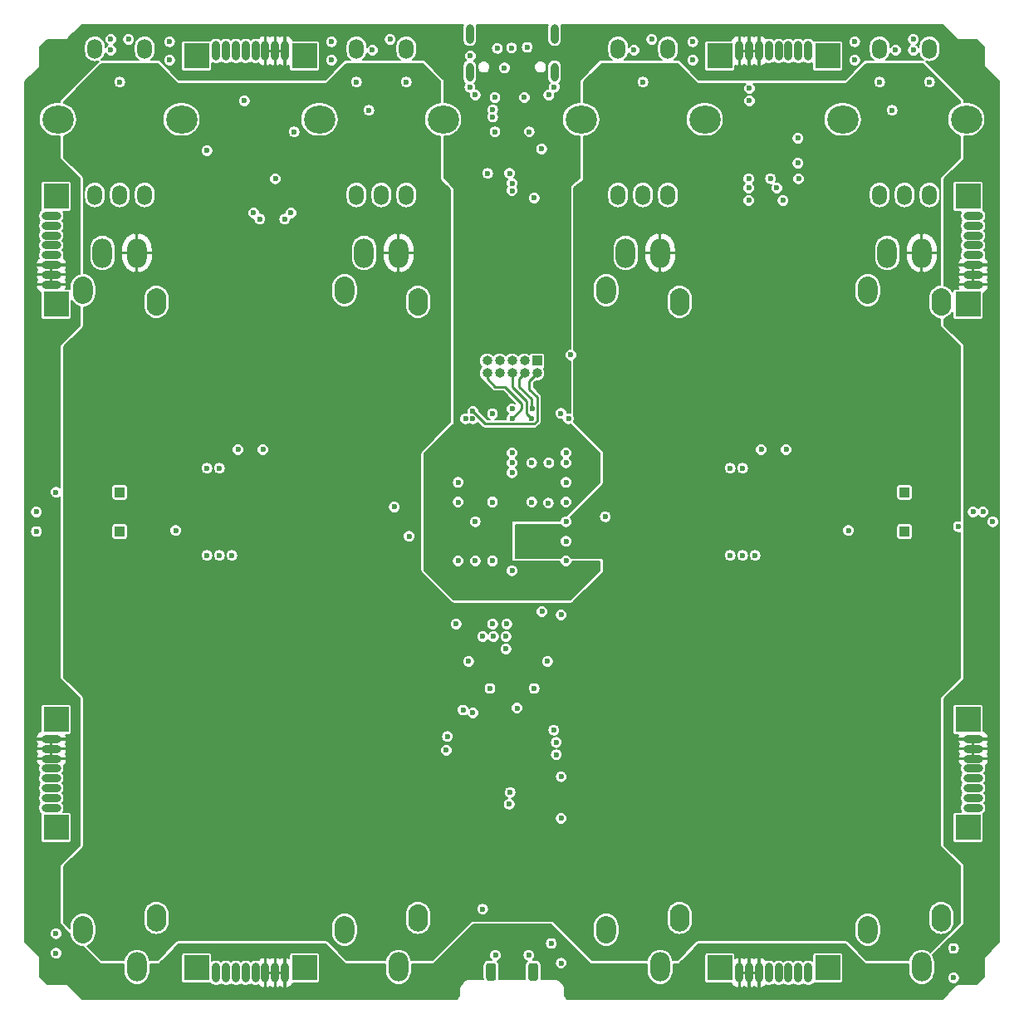
<source format=gbr>
G04 #@! TF.GenerationSoftware,KiCad,Pcbnew,5.1.9+dfsg1-1*
G04 #@! TF.CreationDate,2021-10-27T13:30:11+02:00*
G04 #@! TF.ProjectId,EF44,45463434-2e6b-4696-9361-645f70636258,rev?*
G04 #@! TF.SameCoordinates,Original*
G04 #@! TF.FileFunction,Copper,L3,Inr*
G04 #@! TF.FilePolarity,Positive*
%FSLAX46Y46*%
G04 Gerber Fmt 4.6, Leading zero omitted, Abs format (unit mm)*
G04 Created by KiCad (PCBNEW 5.1.9+dfsg1-1) date 2021-10-27 13:30:11*
%MOMM*%
%LPD*%
G01*
G04 APERTURE LIST*
G04 #@! TA.AperFunction,ComponentPad*
%ADD10O,2.000000X3.000000*%
G04 #@! TD*
G04 #@! TA.AperFunction,ComponentPad*
%ADD11O,1.000000X1.000000*%
G04 #@! TD*
G04 #@! TA.AperFunction,ComponentPad*
%ADD12R,1.000000X1.000000*%
G04 #@! TD*
G04 #@! TA.AperFunction,ComponentPad*
%ADD13O,0.800000X2.000000*%
G04 #@! TD*
G04 #@! TA.AperFunction,ComponentPad*
%ADD14O,0.800000X1.900000*%
G04 #@! TD*
G04 #@! TA.AperFunction,ComponentPad*
%ADD15R,2.500000X2.500000*%
G04 #@! TD*
G04 #@! TA.AperFunction,ComponentPad*
%ADD16O,2.000000X0.800000*%
G04 #@! TD*
G04 #@! TA.AperFunction,ComponentPad*
%ADD17O,1.500000X2.000000*%
G04 #@! TD*
G04 #@! TA.AperFunction,ComponentPad*
%ADD18O,3.200000X2.800000*%
G04 #@! TD*
G04 #@! TA.AperFunction,ViaPad*
%ADD19C,0.600000*%
G04 #@! TD*
G04 #@! TA.AperFunction,Conductor*
%ADD20C,0.254000*%
G04 #@! TD*
G04 #@! TA.AperFunction,Conductor*
%ADD21C,0.152400*%
G04 #@! TD*
G04 #@! TA.AperFunction,Conductor*
%ADD22C,0.100000*%
G04 #@! TD*
G04 APERTURE END LIST*
G04 #@! TA.AperFunction,ComponentPad*
G36*
G01*
X108585000Y-143000000D02*
X108585000Y-142200000D01*
G75*
G02*
X109585000Y-141200000I1000000J0D01*
G01*
X109585000Y-141200000D01*
G75*
G02*
X110585000Y-142200000I0J-1000000D01*
G01*
X110585000Y-143000000D01*
G75*
G02*
X109585000Y-144000000I-1000000J0D01*
G01*
X109585000Y-144000000D01*
G75*
G02*
X108585000Y-143000000I0J1000000D01*
G01*
G37*
G04 #@! TD.AperFunction*
G04 #@! TA.AperFunction,ComponentPad*
G36*
G01*
X116085000Y-141800000D02*
X116085000Y-141000000D01*
G75*
G02*
X117085000Y-140000000I1000000J0D01*
G01*
X117085000Y-140000000D01*
G75*
G02*
X118085000Y-141000000I0J-1000000D01*
G01*
X118085000Y-141800000D01*
G75*
G02*
X117085000Y-142800000I-1000000J0D01*
G01*
X117085000Y-142800000D01*
G75*
G02*
X116085000Y-141800000I0J1000000D01*
G01*
G37*
G04 #@! TD.AperFunction*
G04 #@! TA.AperFunction,ComponentPad*
G36*
G01*
X108585000Y-77800000D02*
X108585000Y-77000000D01*
G75*
G02*
X109585000Y-76000000I1000000J0D01*
G01*
X109585000Y-76000000D01*
G75*
G02*
X110585000Y-77000000I0J-1000000D01*
G01*
X110585000Y-77800000D01*
G75*
G02*
X109585000Y-78800000I-1000000J0D01*
G01*
X109585000Y-78800000D01*
G75*
G02*
X108585000Y-77800000I0J1000000D01*
G01*
G37*
G04 #@! TD.AperFunction*
G04 #@! TA.AperFunction,ComponentPad*
G36*
G01*
X116085000Y-79000000D02*
X116085000Y-78200000D01*
G75*
G02*
X117085000Y-77200000I1000000J0D01*
G01*
X117085000Y-77200000D01*
G75*
G02*
X118085000Y-78200000I0J-1000000D01*
G01*
X118085000Y-79000000D01*
G75*
G02*
X117085000Y-80000000I-1000000J0D01*
G01*
X117085000Y-80000000D01*
G75*
G02*
X116085000Y-79000000I0J1000000D01*
G01*
G37*
G04 #@! TD.AperFunction*
D10*
X115085000Y-146400000D03*
X111585000Y-73600000D03*
X115085000Y-73600000D03*
G04 #@! TA.AperFunction,ComponentPad*
G36*
G01*
X135255000Y-143000000D02*
X135255000Y-142200000D01*
G75*
G02*
X136255000Y-141200000I1000000J0D01*
G01*
X136255000Y-141200000D01*
G75*
G02*
X137255000Y-142200000I0J-1000000D01*
G01*
X137255000Y-143000000D01*
G75*
G02*
X136255000Y-144000000I-1000000J0D01*
G01*
X136255000Y-144000000D01*
G75*
G02*
X135255000Y-143000000I0J1000000D01*
G01*
G37*
G04 #@! TD.AperFunction*
G04 #@! TA.AperFunction,ComponentPad*
G36*
G01*
X142755000Y-141800000D02*
X142755000Y-141000000D01*
G75*
G02*
X143755000Y-140000000I1000000J0D01*
G01*
X143755000Y-140000000D01*
G75*
G02*
X144755000Y-141000000I0J-1000000D01*
G01*
X144755000Y-141800000D01*
G75*
G02*
X143755000Y-142800000I-1000000J0D01*
G01*
X143755000Y-142800000D01*
G75*
G02*
X142755000Y-141800000I0J1000000D01*
G01*
G37*
G04 #@! TD.AperFunction*
G04 #@! TA.AperFunction,ComponentPad*
G36*
G01*
X135255000Y-77800000D02*
X135255000Y-77000000D01*
G75*
G02*
X136255000Y-76000000I1000000J0D01*
G01*
X136255000Y-76000000D01*
G75*
G02*
X137255000Y-77000000I0J-1000000D01*
G01*
X137255000Y-77800000D01*
G75*
G02*
X136255000Y-78800000I-1000000J0D01*
G01*
X136255000Y-78800000D01*
G75*
G02*
X135255000Y-77800000I0J1000000D01*
G01*
G37*
G04 #@! TD.AperFunction*
G04 #@! TA.AperFunction,ComponentPad*
G36*
G01*
X142755000Y-79000000D02*
X142755000Y-78200000D01*
G75*
G02*
X143755000Y-77200000I1000000J0D01*
G01*
X143755000Y-77200000D01*
G75*
G02*
X144755000Y-78200000I0J-1000000D01*
G01*
X144755000Y-79000000D01*
G75*
G02*
X143755000Y-80000000I-1000000J0D01*
G01*
X143755000Y-80000000D01*
G75*
G02*
X142755000Y-79000000I0J1000000D01*
G01*
G37*
G04 #@! TD.AperFunction*
X141755000Y-146400000D03*
X138255000Y-73600000D03*
X141755000Y-73600000D03*
G04 #@! TA.AperFunction,ComponentPad*
G36*
G01*
X81915000Y-143000000D02*
X81915000Y-142200000D01*
G75*
G02*
X82915000Y-141200000I1000000J0D01*
G01*
X82915000Y-141200000D01*
G75*
G02*
X83915000Y-142200000I0J-1000000D01*
G01*
X83915000Y-143000000D01*
G75*
G02*
X82915000Y-144000000I-1000000J0D01*
G01*
X82915000Y-144000000D01*
G75*
G02*
X81915000Y-143000000I0J1000000D01*
G01*
G37*
G04 #@! TD.AperFunction*
G04 #@! TA.AperFunction,ComponentPad*
G36*
G01*
X89415000Y-141800000D02*
X89415000Y-141000000D01*
G75*
G02*
X90415000Y-140000000I1000000J0D01*
G01*
X90415000Y-140000000D01*
G75*
G02*
X91415000Y-141000000I0J-1000000D01*
G01*
X91415000Y-141800000D01*
G75*
G02*
X90415000Y-142800000I-1000000J0D01*
G01*
X90415000Y-142800000D01*
G75*
G02*
X89415000Y-141800000I0J1000000D01*
G01*
G37*
G04 #@! TD.AperFunction*
G04 #@! TA.AperFunction,ComponentPad*
G36*
G01*
X81915000Y-77800000D02*
X81915000Y-77000000D01*
G75*
G02*
X82915000Y-76000000I1000000J0D01*
G01*
X82915000Y-76000000D01*
G75*
G02*
X83915000Y-77000000I0J-1000000D01*
G01*
X83915000Y-77800000D01*
G75*
G02*
X82915000Y-78800000I-1000000J0D01*
G01*
X82915000Y-78800000D01*
G75*
G02*
X81915000Y-77800000I0J1000000D01*
G01*
G37*
G04 #@! TD.AperFunction*
G04 #@! TA.AperFunction,ComponentPad*
G36*
G01*
X89415000Y-79000000D02*
X89415000Y-78200000D01*
G75*
G02*
X90415000Y-77200000I1000000J0D01*
G01*
X90415000Y-77200000D01*
G75*
G02*
X91415000Y-78200000I0J-1000000D01*
G01*
X91415000Y-79000000D01*
G75*
G02*
X90415000Y-80000000I-1000000J0D01*
G01*
X90415000Y-80000000D01*
G75*
G02*
X89415000Y-79000000I0J1000000D01*
G01*
G37*
G04 #@! TD.AperFunction*
X88415000Y-146400000D03*
X84915000Y-73600000D03*
X88415000Y-73600000D03*
G04 #@! TA.AperFunction,ComponentPad*
G36*
G01*
X55245000Y-143000000D02*
X55245000Y-142200000D01*
G75*
G02*
X56245000Y-141200000I1000000J0D01*
G01*
X56245000Y-141200000D01*
G75*
G02*
X57245000Y-142200000I0J-1000000D01*
G01*
X57245000Y-143000000D01*
G75*
G02*
X56245000Y-144000000I-1000000J0D01*
G01*
X56245000Y-144000000D01*
G75*
G02*
X55245000Y-143000000I0J1000000D01*
G01*
G37*
G04 #@! TD.AperFunction*
G04 #@! TA.AperFunction,ComponentPad*
G36*
G01*
X62745000Y-141800000D02*
X62745000Y-141000000D01*
G75*
G02*
X63745000Y-140000000I1000000J0D01*
G01*
X63745000Y-140000000D01*
G75*
G02*
X64745000Y-141000000I0J-1000000D01*
G01*
X64745000Y-141800000D01*
G75*
G02*
X63745000Y-142800000I-1000000J0D01*
G01*
X63745000Y-142800000D01*
G75*
G02*
X62745000Y-141800000I0J1000000D01*
G01*
G37*
G04 #@! TD.AperFunction*
G04 #@! TA.AperFunction,ComponentPad*
G36*
G01*
X55245000Y-77800000D02*
X55245000Y-77000000D01*
G75*
G02*
X56245000Y-76000000I1000000J0D01*
G01*
X56245000Y-76000000D01*
G75*
G02*
X57245000Y-77000000I0J-1000000D01*
G01*
X57245000Y-77800000D01*
G75*
G02*
X56245000Y-78800000I-1000000J0D01*
G01*
X56245000Y-78800000D01*
G75*
G02*
X55245000Y-77800000I0J1000000D01*
G01*
G37*
G04 #@! TD.AperFunction*
G04 #@! TA.AperFunction,ComponentPad*
G36*
G01*
X62745000Y-79000000D02*
X62745000Y-78200000D01*
G75*
G02*
X63745000Y-77200000I1000000J0D01*
G01*
X63745000Y-77200000D01*
G75*
G02*
X64745000Y-78200000I0J-1000000D01*
G01*
X64745000Y-79000000D01*
G75*
G02*
X63745000Y-80000000I-1000000J0D01*
G01*
X63745000Y-80000000D01*
G75*
G02*
X62745000Y-79000000I0J1000000D01*
G01*
G37*
G04 #@! TD.AperFunction*
X61745000Y-146400000D03*
X58245000Y-73600000D03*
X61745000Y-73600000D03*
D11*
X97460000Y-85870000D03*
X97460000Y-84600000D03*
X98730000Y-85870000D03*
X98730000Y-84600000D03*
X100000000Y-85870000D03*
X100000000Y-84600000D03*
X101270000Y-85870000D03*
X101270000Y-84600000D03*
X102540000Y-85870000D03*
D12*
X102540000Y-84600000D03*
D13*
X104320000Y-51250000D03*
X95680000Y-51250000D03*
D14*
X95680000Y-55180000D03*
X104320000Y-55180000D03*
D15*
X67830000Y-53510000D03*
X78830000Y-53510000D03*
D13*
X76830000Y-53010000D03*
X75830000Y-53010000D03*
X74830000Y-53010000D03*
X73830000Y-53010000D03*
X72830000Y-53010000D03*
X71830000Y-53010000D03*
X70830000Y-53010000D03*
X69830000Y-53010000D03*
G04 #@! TA.AperFunction,ComponentPad*
G36*
G01*
X98100000Y-147800000D02*
X97600000Y-147800000D01*
G75*
G02*
X97350000Y-147550000I0J250000D01*
G01*
X97350000Y-146250000D01*
G75*
G02*
X97600000Y-146000000I250000J0D01*
G01*
X98100000Y-146000000D01*
G75*
G02*
X98350000Y-146250000I0J-250000D01*
G01*
X98350000Y-147550000D01*
G75*
G02*
X98100000Y-147800000I-250000J0D01*
G01*
G37*
G04 #@! TD.AperFunction*
G04 #@! TA.AperFunction,ComponentPad*
G36*
G01*
X102400000Y-147800000D02*
X101900000Y-147800000D01*
G75*
G02*
X101650000Y-147550000I0J250000D01*
G01*
X101650000Y-146250000D01*
G75*
G02*
X101900000Y-146000000I250000J0D01*
G01*
X102400000Y-146000000D01*
G75*
G02*
X102650000Y-146250000I0J-250000D01*
G01*
X102650000Y-147550000D01*
G75*
G02*
X102400000Y-147800000I-250000J0D01*
G01*
G37*
G04 #@! TD.AperFunction*
D12*
X140000000Y-102000000D03*
X60000000Y-102000000D03*
X140000000Y-98000000D03*
X60000000Y-98000000D03*
D15*
X132170000Y-146490000D03*
X121170000Y-146490000D03*
D13*
X123170000Y-146990000D03*
X124170000Y-146990000D03*
X125170000Y-146990000D03*
X126170000Y-146990000D03*
X127170000Y-146990000D03*
X128170000Y-146990000D03*
X129170000Y-146990000D03*
X130170000Y-146990000D03*
D15*
X78830000Y-146490000D03*
X67830000Y-146490000D03*
D13*
X69830000Y-146990000D03*
X70830000Y-146990000D03*
X71830000Y-146990000D03*
X72830000Y-146990000D03*
X73830000Y-146990000D03*
X74830000Y-146990000D03*
X75830000Y-146990000D03*
X76830000Y-146990000D03*
D15*
X146490000Y-121170000D03*
X146490000Y-132170000D03*
D16*
X146990000Y-130170000D03*
X146990000Y-129170000D03*
X146990000Y-128170000D03*
X146990000Y-127170000D03*
X146990000Y-126170000D03*
X146990000Y-125170000D03*
X146990000Y-124170000D03*
X146990000Y-123170000D03*
D15*
X146490000Y-67830000D03*
X146490000Y-78830000D03*
D16*
X146990000Y-76830000D03*
X146990000Y-75830000D03*
X146990000Y-74830000D03*
X146990000Y-73830000D03*
X146990000Y-72830000D03*
X146990000Y-71830000D03*
X146990000Y-70830000D03*
X146990000Y-69830000D03*
D15*
X121170000Y-53510000D03*
X132170000Y-53510000D03*
D13*
X130170000Y-53010000D03*
X129170000Y-53010000D03*
X128170000Y-53010000D03*
X127170000Y-53010000D03*
X126170000Y-53010000D03*
X125170000Y-53010000D03*
X124170000Y-53010000D03*
X123170000Y-53010000D03*
D15*
X53510000Y-132170000D03*
X53510000Y-121170000D03*
D16*
X53010000Y-123170000D03*
X53010000Y-124170000D03*
X53010000Y-125170000D03*
X53010000Y-126170000D03*
X53010000Y-127170000D03*
X53010000Y-128170000D03*
X53010000Y-129170000D03*
X53010000Y-130170000D03*
D15*
X53510000Y-78830000D03*
X53510000Y-67830000D03*
D16*
X53010000Y-69830000D03*
X53010000Y-70830000D03*
X53010000Y-71830000D03*
X53010000Y-72830000D03*
X53010000Y-73830000D03*
X53010000Y-74830000D03*
X53010000Y-75830000D03*
X53010000Y-76830000D03*
D17*
X142545000Y-52795000D03*
X137465000Y-52795000D03*
D18*
X146305000Y-59995000D03*
X133705000Y-59995000D03*
D17*
X142545000Y-67695000D03*
X140005000Y-67695000D03*
X137465000Y-67695000D03*
X115875000Y-52795000D03*
X110795000Y-52795000D03*
D18*
X119635000Y-59995000D03*
X107035000Y-59995000D03*
D17*
X115875000Y-67695000D03*
X113335000Y-67695000D03*
X110795000Y-67695000D03*
X89205000Y-52795000D03*
X84125000Y-52795000D03*
D18*
X92965000Y-59995000D03*
X80365000Y-59995000D03*
D17*
X89205000Y-67695000D03*
X86665000Y-67695000D03*
X84125000Y-67695000D03*
X62535000Y-52795000D03*
X57455000Y-52795000D03*
D18*
X66295000Y-59995000D03*
X53695000Y-59995000D03*
D17*
X62535000Y-67695000D03*
X59995000Y-67695000D03*
X57455000Y-67695000D03*
D19*
X129145000Y-61900000D03*
X103600000Y-115240000D03*
X98300000Y-145200000D03*
X129210000Y-66042500D03*
X129145000Y-64440000D03*
X65075000Y-53947500D03*
X81585000Y-53947500D03*
X118415000Y-53947500D03*
X134925000Y-53947500D03*
X75870000Y-66042500D03*
X60895000Y-51825000D03*
X87565028Y-51825000D03*
X114234999Y-51824999D03*
X140905000Y-51825000D03*
X95700000Y-56700000D03*
X104300000Y-56700000D03*
X93400000Y-122900000D03*
X96250000Y-57500000D03*
X103750000Y-57500000D03*
X124195000Y-58090000D03*
X124195000Y-56820000D03*
X98000000Y-99000000D03*
X102000000Y-99000000D03*
X102000000Y-95000000D03*
X100000000Y-95000000D03*
X105500000Y-97000000D03*
X105500000Y-105000000D03*
X105500000Y-101000000D03*
X98000000Y-105000000D03*
X94500000Y-105000000D03*
X94500000Y-97000000D03*
X105500000Y-94000000D03*
X102250000Y-118000000D03*
X96000000Y-120500000D03*
X104250000Y-122250000D03*
X103000000Y-63000000D03*
X98027010Y-59750000D03*
X97500000Y-65500000D03*
X95750000Y-53527000D03*
X99947716Y-52697716D03*
X72060000Y-93650000D03*
X74600000Y-93650000D03*
X125400000Y-93650000D03*
X127940000Y-93650000D03*
X70155000Y-95555000D03*
X68885000Y-95555000D03*
X65710000Y-101905000D03*
X68885000Y-104445000D03*
X70155000Y-104445000D03*
X71425000Y-104445000D03*
X122225000Y-95555000D03*
X123495000Y-95555000D03*
X122225000Y-104445000D03*
X123495000Y-104445000D03*
X124765000Y-104445000D03*
X134290000Y-101905000D03*
X59995000Y-56185000D03*
X113335000Y-56185000D03*
X142545000Y-56185000D03*
X89205000Y-56185000D03*
X72695000Y-58090000D03*
X68885000Y-63170000D03*
X77775000Y-61265000D03*
X104500000Y-124750000D03*
X104495000Y-123495000D03*
X105000000Y-127000000D03*
X97000000Y-140500000D03*
X75870000Y-67917500D03*
X129210000Y-67917500D03*
X126000000Y-57000000D03*
X72500000Y-57000000D03*
X102000000Y-104000008D03*
X65710000Y-98095000D03*
X77775000Y-95555000D03*
X131115000Y-95555000D03*
X134290000Y-98095000D03*
X59995000Y-63805000D03*
X113335000Y-63805000D03*
X140005000Y-63805000D03*
X86665000Y-63805000D03*
X98005000Y-111430000D03*
X94285000Y-111430000D03*
X95000000Y-120200000D03*
X105500000Y-95000000D03*
X105500000Y-103000000D03*
X105500000Y-99000000D03*
X100000000Y-106000000D03*
X96250000Y-101000000D03*
X96250000Y-105000000D03*
X100000000Y-96000000D03*
X104972999Y-89972995D03*
X98000000Y-90000000D03*
X97750000Y-118000000D03*
X105000000Y-131250000D03*
X100000000Y-67250000D03*
X106000000Y-84000000D03*
X100000000Y-94000000D03*
X140905000Y-52925034D03*
X98500002Y-52750000D03*
X99221400Y-54750000D03*
X101542430Y-52637521D03*
X100000000Y-90500010D03*
X101999998Y-90500000D03*
X102027010Y-89500000D03*
X100000000Y-89500006D03*
X96000000Y-89750000D03*
X145000000Y-147500000D03*
X145000024Y-144500000D03*
X105000000Y-146000000D03*
X104000000Y-144000000D03*
X53500000Y-145000000D03*
X53500012Y-143000000D03*
X98250000Y-54750000D03*
X101800000Y-54700000D03*
X97250000Y-57500000D03*
X102750000Y-57500000D03*
X96500000Y-95000000D03*
X105500000Y-100000000D03*
X92750000Y-92750000D03*
X102000000Y-58750000D03*
X98250000Y-63500000D03*
X51500018Y-102000018D03*
X51500000Y-100000000D03*
X53500000Y-98000000D03*
X149000000Y-101000000D03*
X148000000Y-100000018D03*
X103049989Y-110160000D03*
X105000000Y-110500000D03*
X147000000Y-100000000D03*
X145500000Y-101500000D03*
X103700000Y-99100000D03*
X99455010Y-111430000D03*
X98095000Y-112700000D03*
X97000000Y-112700000D03*
X99365000Y-112700000D03*
X99365000Y-113970000D03*
X95555016Y-115240000D03*
X94500000Y-99000000D03*
X101700000Y-145200000D03*
X96000000Y-90499990D03*
X99700000Y-129800000D03*
X99800000Y-128600000D03*
X100500000Y-120000000D03*
X59095000Y-51824980D03*
X95250000Y-90500000D03*
X84125000Y-56185000D03*
X85395000Y-59057510D03*
X137465000Y-56185000D03*
X138735000Y-59057484D03*
X126352500Y-66027508D03*
X124130000Y-66027500D03*
X124130000Y-66980004D03*
X73647500Y-69520000D03*
X77457500Y-69520000D03*
X126987500Y-66980006D03*
X124130000Y-68250000D03*
X127622486Y-68249986D03*
X76822500Y-70154996D03*
X74282500Y-70155000D03*
X98250000Y-61250000D03*
X98250000Y-57750000D03*
X101750000Y-61250000D03*
X98027010Y-59000000D03*
X101250000Y-57750000D03*
X102250000Y-68000000D03*
X99745305Y-65500000D03*
X65075000Y-52072500D03*
X81585000Y-52072500D03*
X118415000Y-52072500D03*
X134925000Y-52072500D03*
X59095000Y-52925000D03*
X85765002Y-52925000D03*
X112435002Y-52925000D03*
X139105002Y-52925000D03*
X103750000Y-95000000D03*
X105750000Y-90500000D03*
X100000000Y-66500000D03*
X93300000Y-124300000D03*
X109500000Y-100500000D03*
X89500000Y-102500000D03*
X88000000Y-99500000D03*
D20*
X101000000Y-89500010D02*
X100000000Y-90500010D01*
X101000000Y-89000000D02*
X101000000Y-89500010D01*
X98250000Y-87250000D02*
X99250000Y-87250000D01*
X97460000Y-86460000D02*
X98250000Y-87250000D01*
X99250000Y-87250000D02*
X101000000Y-89000000D01*
X97460000Y-85870000D02*
X97460000Y-86460000D01*
X101500000Y-90000002D02*
X101999998Y-90500000D01*
X101500000Y-88750000D02*
X101500000Y-90000002D01*
X100000000Y-87250000D02*
X101500000Y-88750000D01*
X100000000Y-85870000D02*
X100000000Y-87250000D01*
X101972999Y-89445989D02*
X102027010Y-89500000D01*
X101972999Y-88472999D02*
X101972999Y-89445989D01*
X100750000Y-87250000D02*
X101972999Y-88472999D01*
X100750000Y-86390000D02*
X100750000Y-87250000D01*
X101270000Y-85870000D02*
X100750000Y-86390000D01*
X101750000Y-86660000D02*
X102540000Y-85870000D01*
X101750000Y-87500000D02*
X101750000Y-86660000D01*
X102554011Y-88304011D02*
X101750000Y-87500000D01*
X102554011Y-90725949D02*
X102554011Y-88304011D01*
X102252949Y-91027011D02*
X102554011Y-90725949D01*
X97277011Y-91027011D02*
X102252949Y-91027011D01*
X96000000Y-89750000D02*
X97277011Y-91027011D01*
D21*
X65766513Y-56233487D02*
X65816551Y-56274551D01*
X65873638Y-56305065D01*
X65935581Y-56323855D01*
X66000000Y-56330200D01*
X81000000Y-56330200D01*
X81064419Y-56323855D01*
X81126362Y-56305065D01*
X81183449Y-56274551D01*
X81233487Y-56233487D01*
X81344043Y-56122931D01*
X83494800Y-56122931D01*
X83494800Y-56247069D01*
X83519018Y-56368822D01*
X83566524Y-56483512D01*
X83635492Y-56586729D01*
X83723271Y-56674508D01*
X83826488Y-56743476D01*
X83941178Y-56790982D01*
X84062931Y-56815200D01*
X84187069Y-56815200D01*
X84308822Y-56790982D01*
X84423512Y-56743476D01*
X84526729Y-56674508D01*
X84614508Y-56586729D01*
X84683476Y-56483512D01*
X84730982Y-56368822D01*
X84755200Y-56247069D01*
X84755200Y-56122931D01*
X88574800Y-56122931D01*
X88574800Y-56247069D01*
X88599018Y-56368822D01*
X88646524Y-56483512D01*
X88715492Y-56586729D01*
X88803271Y-56674508D01*
X88906488Y-56743476D01*
X89021178Y-56790982D01*
X89142931Y-56815200D01*
X89267069Y-56815200D01*
X89388822Y-56790982D01*
X89503512Y-56743476D01*
X89606729Y-56674508D01*
X89694508Y-56586729D01*
X89763476Y-56483512D01*
X89810982Y-56368822D01*
X89835200Y-56247069D01*
X89835200Y-56122931D01*
X89810982Y-56001178D01*
X89763476Y-55886488D01*
X89694508Y-55783271D01*
X89606729Y-55695492D01*
X89503512Y-55626524D01*
X89388822Y-55579018D01*
X89267069Y-55554800D01*
X89142931Y-55554800D01*
X89021178Y-55579018D01*
X88906488Y-55626524D01*
X88803271Y-55695492D01*
X88715492Y-55783271D01*
X88646524Y-55886488D01*
X88599018Y-56001178D01*
X88574800Y-56122931D01*
X84755200Y-56122931D01*
X84730982Y-56001178D01*
X84683476Y-55886488D01*
X84614508Y-55783271D01*
X84526729Y-55695492D01*
X84423512Y-55626524D01*
X84308822Y-55579018D01*
X84187069Y-55554800D01*
X84062931Y-55554800D01*
X83941178Y-55579018D01*
X83826488Y-55626524D01*
X83723271Y-55695492D01*
X83635492Y-55783271D01*
X83566524Y-55886488D01*
X83519018Y-56001178D01*
X83494800Y-56122931D01*
X81344043Y-56122931D01*
X83136774Y-54330200D01*
X90863226Y-54330200D01*
X92669800Y-56136774D01*
X92669800Y-58265805D01*
X92425822Y-58289835D01*
X92099678Y-58388770D01*
X91799102Y-58549431D01*
X91535645Y-58765645D01*
X91319431Y-59029102D01*
X91158770Y-59329678D01*
X91059835Y-59655822D01*
X91026429Y-59995000D01*
X91059835Y-60334178D01*
X91158770Y-60660322D01*
X91319431Y-60960898D01*
X91535645Y-61224355D01*
X91799102Y-61440569D01*
X92099678Y-61601230D01*
X92425822Y-61700165D01*
X92669800Y-61724195D01*
X92669800Y-66000000D01*
X92676145Y-66064419D01*
X92694935Y-66126362D01*
X92725449Y-66183449D01*
X92766513Y-66233487D01*
X93669800Y-67136774D01*
X93669800Y-90863226D01*
X90766513Y-93766513D01*
X90725449Y-93816551D01*
X90694935Y-93873638D01*
X90676145Y-93935581D01*
X90669800Y-94000000D01*
X90669800Y-106000000D01*
X90676145Y-106064419D01*
X90694935Y-106126362D01*
X90725449Y-106183449D01*
X90766513Y-106233487D01*
X93766513Y-109233487D01*
X93816551Y-109274551D01*
X93873638Y-109305065D01*
X93935581Y-109323855D01*
X94000000Y-109330200D01*
X106000000Y-109330200D01*
X106064419Y-109323855D01*
X106126362Y-109305065D01*
X106183449Y-109274551D01*
X106233487Y-109233487D01*
X109233487Y-106233487D01*
X109274551Y-106183449D01*
X109305065Y-106126362D01*
X109323855Y-106064419D01*
X109330200Y-106000000D01*
X109330200Y-105000000D01*
X109323855Y-104935581D01*
X109305065Y-104873638D01*
X109274551Y-104816551D01*
X109233487Y-104766513D01*
X109183449Y-104725449D01*
X109126362Y-104694935D01*
X109064419Y-104676145D01*
X109000000Y-104669800D01*
X106037303Y-104669800D01*
X105989508Y-104598271D01*
X105901729Y-104510492D01*
X105798512Y-104441524D01*
X105683822Y-104394018D01*
X105628084Y-104382931D01*
X121594800Y-104382931D01*
X121594800Y-104507069D01*
X121619018Y-104628822D01*
X121666524Y-104743512D01*
X121735492Y-104846729D01*
X121823271Y-104934508D01*
X121926488Y-105003476D01*
X122041178Y-105050982D01*
X122162931Y-105075200D01*
X122287069Y-105075200D01*
X122408822Y-105050982D01*
X122523512Y-105003476D01*
X122626729Y-104934508D01*
X122714508Y-104846729D01*
X122783476Y-104743512D01*
X122830982Y-104628822D01*
X122855200Y-104507069D01*
X122855200Y-104382931D01*
X122864800Y-104382931D01*
X122864800Y-104507069D01*
X122889018Y-104628822D01*
X122936524Y-104743512D01*
X123005492Y-104846729D01*
X123093271Y-104934508D01*
X123196488Y-105003476D01*
X123311178Y-105050982D01*
X123432931Y-105075200D01*
X123557069Y-105075200D01*
X123678822Y-105050982D01*
X123793512Y-105003476D01*
X123896729Y-104934508D01*
X123984508Y-104846729D01*
X124053476Y-104743512D01*
X124100982Y-104628822D01*
X124125200Y-104507069D01*
X124125200Y-104382931D01*
X124134800Y-104382931D01*
X124134800Y-104507069D01*
X124159018Y-104628822D01*
X124206524Y-104743512D01*
X124275492Y-104846729D01*
X124363271Y-104934508D01*
X124466488Y-105003476D01*
X124581178Y-105050982D01*
X124702931Y-105075200D01*
X124827069Y-105075200D01*
X124948822Y-105050982D01*
X125063512Y-105003476D01*
X125166729Y-104934508D01*
X125254508Y-104846729D01*
X125323476Y-104743512D01*
X125370982Y-104628822D01*
X125395200Y-104507069D01*
X125395200Y-104382931D01*
X125370982Y-104261178D01*
X125323476Y-104146488D01*
X125254508Y-104043271D01*
X125166729Y-103955492D01*
X125063512Y-103886524D01*
X124948822Y-103839018D01*
X124827069Y-103814800D01*
X124702931Y-103814800D01*
X124581178Y-103839018D01*
X124466488Y-103886524D01*
X124363271Y-103955492D01*
X124275492Y-104043271D01*
X124206524Y-104146488D01*
X124159018Y-104261178D01*
X124134800Y-104382931D01*
X124125200Y-104382931D01*
X124100982Y-104261178D01*
X124053476Y-104146488D01*
X123984508Y-104043271D01*
X123896729Y-103955492D01*
X123793512Y-103886524D01*
X123678822Y-103839018D01*
X123557069Y-103814800D01*
X123432931Y-103814800D01*
X123311178Y-103839018D01*
X123196488Y-103886524D01*
X123093271Y-103955492D01*
X123005492Y-104043271D01*
X122936524Y-104146488D01*
X122889018Y-104261178D01*
X122864800Y-104382931D01*
X122855200Y-104382931D01*
X122830982Y-104261178D01*
X122783476Y-104146488D01*
X122714508Y-104043271D01*
X122626729Y-103955492D01*
X122523512Y-103886524D01*
X122408822Y-103839018D01*
X122287069Y-103814800D01*
X122162931Y-103814800D01*
X122041178Y-103839018D01*
X121926488Y-103886524D01*
X121823271Y-103955492D01*
X121735492Y-104043271D01*
X121666524Y-104146488D01*
X121619018Y-104261178D01*
X121594800Y-104382931D01*
X105628084Y-104382931D01*
X105562069Y-104369800D01*
X105437931Y-104369800D01*
X105316178Y-104394018D01*
X105201488Y-104441524D01*
X105098271Y-104510492D01*
X105010492Y-104598271D01*
X104962697Y-104669800D01*
X100330200Y-104669800D01*
X100330200Y-102937931D01*
X104869800Y-102937931D01*
X104869800Y-103062069D01*
X104894018Y-103183822D01*
X104941524Y-103298512D01*
X105010492Y-103401729D01*
X105098271Y-103489508D01*
X105201488Y-103558476D01*
X105316178Y-103605982D01*
X105437931Y-103630200D01*
X105562069Y-103630200D01*
X105683822Y-103605982D01*
X105798512Y-103558476D01*
X105901729Y-103489508D01*
X105989508Y-103401729D01*
X106058476Y-103298512D01*
X106105982Y-103183822D01*
X106130200Y-103062069D01*
X106130200Y-102937931D01*
X106105982Y-102816178D01*
X106058476Y-102701488D01*
X105989508Y-102598271D01*
X105901729Y-102510492D01*
X105798512Y-102441524D01*
X105683822Y-102394018D01*
X105562069Y-102369800D01*
X105437931Y-102369800D01*
X105316178Y-102394018D01*
X105201488Y-102441524D01*
X105098271Y-102510492D01*
X105010492Y-102598271D01*
X104941524Y-102701488D01*
X104894018Y-102816178D01*
X104869800Y-102937931D01*
X100330200Y-102937931D01*
X100330200Y-101842931D01*
X133659800Y-101842931D01*
X133659800Y-101967069D01*
X133684018Y-102088822D01*
X133731524Y-102203512D01*
X133800492Y-102306729D01*
X133888271Y-102394508D01*
X133991488Y-102463476D01*
X134106178Y-102510982D01*
X134227931Y-102535200D01*
X134352069Y-102535200D01*
X134473822Y-102510982D01*
X134588512Y-102463476D01*
X134691729Y-102394508D01*
X134779508Y-102306729D01*
X134848476Y-102203512D01*
X134895982Y-102088822D01*
X134920200Y-101967069D01*
X134920200Y-101842931D01*
X134895982Y-101721178D01*
X134848476Y-101606488D01*
X134779508Y-101503271D01*
X134776237Y-101500000D01*
X139168203Y-101500000D01*
X139168203Y-102500000D01*
X139174578Y-102564730D01*
X139193460Y-102626973D01*
X139224121Y-102684337D01*
X139265384Y-102734616D01*
X139315663Y-102775879D01*
X139373027Y-102806540D01*
X139435270Y-102825422D01*
X139500000Y-102831797D01*
X140500000Y-102831797D01*
X140564730Y-102825422D01*
X140626973Y-102806540D01*
X140684337Y-102775879D01*
X140734616Y-102734616D01*
X140775879Y-102684337D01*
X140806540Y-102626973D01*
X140825422Y-102564730D01*
X140831797Y-102500000D01*
X140831797Y-101500000D01*
X140825422Y-101435270D01*
X140806540Y-101373027D01*
X140775879Y-101315663D01*
X140734616Y-101265384D01*
X140684337Y-101224121D01*
X140626973Y-101193460D01*
X140564730Y-101174578D01*
X140500000Y-101168203D01*
X139500000Y-101168203D01*
X139435270Y-101174578D01*
X139373027Y-101193460D01*
X139315663Y-101224121D01*
X139265384Y-101265384D01*
X139224121Y-101315663D01*
X139193460Y-101373027D01*
X139174578Y-101435270D01*
X139168203Y-101500000D01*
X134776237Y-101500000D01*
X134691729Y-101415492D01*
X134588512Y-101346524D01*
X134473822Y-101299018D01*
X134352069Y-101274800D01*
X134227931Y-101274800D01*
X134106178Y-101299018D01*
X133991488Y-101346524D01*
X133888271Y-101415492D01*
X133800492Y-101503271D01*
X133731524Y-101606488D01*
X133684018Y-101721178D01*
X133659800Y-101842931D01*
X100330200Y-101842931D01*
X100330200Y-101330200D01*
X104962697Y-101330200D01*
X105010492Y-101401729D01*
X105098271Y-101489508D01*
X105201488Y-101558476D01*
X105316178Y-101605982D01*
X105437931Y-101630200D01*
X105562069Y-101630200D01*
X105683822Y-101605982D01*
X105798512Y-101558476D01*
X105901729Y-101489508D01*
X105989508Y-101401729D01*
X106058476Y-101298512D01*
X106105982Y-101183822D01*
X106130200Y-101062069D01*
X106130200Y-100937931D01*
X106105982Y-100816178D01*
X106058476Y-100701488D01*
X105989508Y-100598271D01*
X105929106Y-100537869D01*
X106029043Y-100437931D01*
X108869800Y-100437931D01*
X108869800Y-100562069D01*
X108894018Y-100683822D01*
X108941524Y-100798512D01*
X109010492Y-100901729D01*
X109098271Y-100989508D01*
X109201488Y-101058476D01*
X109316178Y-101105982D01*
X109437931Y-101130200D01*
X109562069Y-101130200D01*
X109683822Y-101105982D01*
X109798512Y-101058476D01*
X109901729Y-100989508D01*
X109989508Y-100901729D01*
X110058476Y-100798512D01*
X110105982Y-100683822D01*
X110130200Y-100562069D01*
X110130200Y-100437931D01*
X110105982Y-100316178D01*
X110058476Y-100201488D01*
X109989508Y-100098271D01*
X109901729Y-100010492D01*
X109798512Y-99941524D01*
X109683822Y-99894018D01*
X109562069Y-99869800D01*
X109437931Y-99869800D01*
X109316178Y-99894018D01*
X109201488Y-99941524D01*
X109098271Y-100010492D01*
X109010492Y-100098271D01*
X108941524Y-100201488D01*
X108894018Y-100316178D01*
X108869800Y-100437931D01*
X106029043Y-100437931D01*
X108966974Y-97500000D01*
X139168203Y-97500000D01*
X139168203Y-98500000D01*
X139174578Y-98564730D01*
X139193460Y-98626973D01*
X139224121Y-98684337D01*
X139265384Y-98734616D01*
X139315663Y-98775879D01*
X139373027Y-98806540D01*
X139435270Y-98825422D01*
X139500000Y-98831797D01*
X140500000Y-98831797D01*
X140564730Y-98825422D01*
X140626973Y-98806540D01*
X140684337Y-98775879D01*
X140734616Y-98734616D01*
X140775879Y-98684337D01*
X140806540Y-98626973D01*
X140825422Y-98564730D01*
X140831797Y-98500000D01*
X140831797Y-97500000D01*
X140825422Y-97435270D01*
X140806540Y-97373027D01*
X140775879Y-97315663D01*
X140734616Y-97265384D01*
X140684337Y-97224121D01*
X140626973Y-97193460D01*
X140564730Y-97174578D01*
X140500000Y-97168203D01*
X139500000Y-97168203D01*
X139435270Y-97174578D01*
X139373027Y-97193460D01*
X139315663Y-97224121D01*
X139265384Y-97265384D01*
X139224121Y-97315663D01*
X139193460Y-97373027D01*
X139174578Y-97435270D01*
X139168203Y-97500000D01*
X108966974Y-97500000D01*
X109233487Y-97233487D01*
X109274551Y-97183449D01*
X109305065Y-97126362D01*
X109323855Y-97064419D01*
X109330200Y-97000000D01*
X109330200Y-95492931D01*
X121594800Y-95492931D01*
X121594800Y-95617069D01*
X121619018Y-95738822D01*
X121666524Y-95853512D01*
X121735492Y-95956729D01*
X121823271Y-96044508D01*
X121926488Y-96113476D01*
X122041178Y-96160982D01*
X122162931Y-96185200D01*
X122287069Y-96185200D01*
X122408822Y-96160982D01*
X122523512Y-96113476D01*
X122626729Y-96044508D01*
X122714508Y-95956729D01*
X122783476Y-95853512D01*
X122830982Y-95738822D01*
X122855200Y-95617069D01*
X122855200Y-95492931D01*
X122864800Y-95492931D01*
X122864800Y-95617069D01*
X122889018Y-95738822D01*
X122936524Y-95853512D01*
X123005492Y-95956729D01*
X123093271Y-96044508D01*
X123196488Y-96113476D01*
X123311178Y-96160982D01*
X123432931Y-96185200D01*
X123557069Y-96185200D01*
X123678822Y-96160982D01*
X123793512Y-96113476D01*
X123896729Y-96044508D01*
X123984508Y-95956729D01*
X124053476Y-95853512D01*
X124100982Y-95738822D01*
X124125200Y-95617069D01*
X124125200Y-95492931D01*
X124100982Y-95371178D01*
X124053476Y-95256488D01*
X123984508Y-95153271D01*
X123896729Y-95065492D01*
X123793512Y-94996524D01*
X123678822Y-94949018D01*
X123557069Y-94924800D01*
X123432931Y-94924800D01*
X123311178Y-94949018D01*
X123196488Y-94996524D01*
X123093271Y-95065492D01*
X123005492Y-95153271D01*
X122936524Y-95256488D01*
X122889018Y-95371178D01*
X122864800Y-95492931D01*
X122855200Y-95492931D01*
X122830982Y-95371178D01*
X122783476Y-95256488D01*
X122714508Y-95153271D01*
X122626729Y-95065492D01*
X122523512Y-94996524D01*
X122408822Y-94949018D01*
X122287069Y-94924800D01*
X122162931Y-94924800D01*
X122041178Y-94949018D01*
X121926488Y-94996524D01*
X121823271Y-95065492D01*
X121735492Y-95153271D01*
X121666524Y-95256488D01*
X121619018Y-95371178D01*
X121594800Y-95492931D01*
X109330200Y-95492931D01*
X109330200Y-94000000D01*
X109323855Y-93935581D01*
X109305065Y-93873638D01*
X109274551Y-93816551D01*
X109233487Y-93766513D01*
X109054905Y-93587931D01*
X124769800Y-93587931D01*
X124769800Y-93712069D01*
X124794018Y-93833822D01*
X124841524Y-93948512D01*
X124910492Y-94051729D01*
X124998271Y-94139508D01*
X125101488Y-94208476D01*
X125216178Y-94255982D01*
X125337931Y-94280200D01*
X125462069Y-94280200D01*
X125583822Y-94255982D01*
X125698512Y-94208476D01*
X125801729Y-94139508D01*
X125889508Y-94051729D01*
X125958476Y-93948512D01*
X126005982Y-93833822D01*
X126030200Y-93712069D01*
X126030200Y-93587931D01*
X127309800Y-93587931D01*
X127309800Y-93712069D01*
X127334018Y-93833822D01*
X127381524Y-93948512D01*
X127450492Y-94051729D01*
X127538271Y-94139508D01*
X127641488Y-94208476D01*
X127756178Y-94255982D01*
X127877931Y-94280200D01*
X128002069Y-94280200D01*
X128123822Y-94255982D01*
X128238512Y-94208476D01*
X128341729Y-94139508D01*
X128429508Y-94051729D01*
X128498476Y-93948512D01*
X128545982Y-93833822D01*
X128570200Y-93712069D01*
X128570200Y-93587931D01*
X128545982Y-93466178D01*
X128498476Y-93351488D01*
X128429508Y-93248271D01*
X128341729Y-93160492D01*
X128238512Y-93091524D01*
X128123822Y-93044018D01*
X128002069Y-93019800D01*
X127877931Y-93019800D01*
X127756178Y-93044018D01*
X127641488Y-93091524D01*
X127538271Y-93160492D01*
X127450492Y-93248271D01*
X127381524Y-93351488D01*
X127334018Y-93466178D01*
X127309800Y-93587931D01*
X126030200Y-93587931D01*
X126005982Y-93466178D01*
X125958476Y-93351488D01*
X125889508Y-93248271D01*
X125801729Y-93160492D01*
X125698512Y-93091524D01*
X125583822Y-93044018D01*
X125462069Y-93019800D01*
X125337931Y-93019800D01*
X125216178Y-93044018D01*
X125101488Y-93091524D01*
X124998271Y-93160492D01*
X124910492Y-93248271D01*
X124841524Y-93351488D01*
X124794018Y-93466178D01*
X124769800Y-93587931D01*
X109054905Y-93587931D01*
X106330200Y-90863226D01*
X106330200Y-90746065D01*
X106355982Y-90683822D01*
X106380200Y-90562069D01*
X106380200Y-90437931D01*
X106355982Y-90316178D01*
X106330200Y-90253935D01*
X106330200Y-84537303D01*
X106401729Y-84489508D01*
X106489508Y-84401729D01*
X106558476Y-84298512D01*
X106605982Y-84183822D01*
X106630200Y-84062069D01*
X106630200Y-83937931D01*
X106605982Y-83816178D01*
X106558476Y-83701488D01*
X106489508Y-83598271D01*
X106401729Y-83510492D01*
X106330200Y-83462697D01*
X106330200Y-77000000D01*
X108253202Y-77000000D01*
X108253202Y-77800000D01*
X108278792Y-78059821D01*
X108354579Y-78309657D01*
X108477650Y-78539907D01*
X108643276Y-78741723D01*
X108845092Y-78907349D01*
X109075342Y-79030420D01*
X109325178Y-79106207D01*
X109584999Y-79131797D01*
X109585001Y-79131797D01*
X109844822Y-79106207D01*
X110094658Y-79030420D01*
X110324908Y-78907349D01*
X110526724Y-78741723D01*
X110692350Y-78539907D01*
X110815421Y-78309657D01*
X110848685Y-78200000D01*
X115753202Y-78200000D01*
X115753202Y-79000000D01*
X115778792Y-79259821D01*
X115854579Y-79509657D01*
X115977650Y-79739907D01*
X116143276Y-79941723D01*
X116345092Y-80107349D01*
X116575342Y-80230420D01*
X116825178Y-80306207D01*
X117084999Y-80331797D01*
X117085001Y-80331797D01*
X117344822Y-80306207D01*
X117594658Y-80230420D01*
X117824908Y-80107349D01*
X118026724Y-79941723D01*
X118192350Y-79739907D01*
X118315421Y-79509657D01*
X118391208Y-79259821D01*
X118416798Y-79000000D01*
X118416798Y-78200000D01*
X118391208Y-77940179D01*
X118315421Y-77690343D01*
X118192350Y-77460093D01*
X118026724Y-77258277D01*
X117824908Y-77092651D01*
X117651570Y-77000000D01*
X134923202Y-77000000D01*
X134923202Y-77800000D01*
X134948792Y-78059821D01*
X135024579Y-78309657D01*
X135147650Y-78539907D01*
X135313276Y-78741723D01*
X135515092Y-78907349D01*
X135745342Y-79030420D01*
X135995178Y-79106207D01*
X136254999Y-79131797D01*
X136255001Y-79131797D01*
X136514822Y-79106207D01*
X136764658Y-79030420D01*
X136994908Y-78907349D01*
X137196724Y-78741723D01*
X137362350Y-78539907D01*
X137485421Y-78309657D01*
X137561208Y-78059821D01*
X137586798Y-77800000D01*
X137586798Y-77000000D01*
X137561208Y-76740179D01*
X137485421Y-76490343D01*
X137362350Y-76260093D01*
X137196724Y-76058277D01*
X136994908Y-75892651D01*
X136764658Y-75769580D01*
X136514822Y-75693793D01*
X136255001Y-75668203D01*
X136254999Y-75668203D01*
X135995178Y-75693793D01*
X135745342Y-75769580D01*
X135515092Y-75892651D01*
X135313276Y-76058277D01*
X135147650Y-76260093D01*
X135024579Y-76490343D01*
X134948792Y-76740179D01*
X134923202Y-77000000D01*
X117651570Y-77000000D01*
X117594658Y-76969580D01*
X117344822Y-76893793D01*
X117085001Y-76868203D01*
X117084999Y-76868203D01*
X116825178Y-76893793D01*
X116575342Y-76969580D01*
X116345092Y-77092651D01*
X116143276Y-77258277D01*
X115977650Y-77460093D01*
X115854579Y-77690343D01*
X115778792Y-77940179D01*
X115753202Y-78200000D01*
X110848685Y-78200000D01*
X110891208Y-78059821D01*
X110916798Y-77800000D01*
X110916798Y-77000000D01*
X110891208Y-76740179D01*
X110815421Y-76490343D01*
X110692350Y-76260093D01*
X110526724Y-76058277D01*
X110324908Y-75892651D01*
X110094658Y-75769580D01*
X109844822Y-75693793D01*
X109585001Y-75668203D01*
X109584999Y-75668203D01*
X109325178Y-75693793D01*
X109075342Y-75769580D01*
X108845092Y-75892651D01*
X108643276Y-76058277D01*
X108477650Y-76260093D01*
X108354579Y-76490343D01*
X108278792Y-76740179D01*
X108253202Y-77000000D01*
X106330200Y-77000000D01*
X106330200Y-73034655D01*
X110254800Y-73034655D01*
X110254800Y-74165346D01*
X110274047Y-74360765D01*
X110350109Y-74611508D01*
X110473628Y-74842595D01*
X110639857Y-75045144D01*
X110842406Y-75211372D01*
X111073493Y-75334891D01*
X111324236Y-75410953D01*
X111585000Y-75436636D01*
X111845765Y-75410953D01*
X112096508Y-75334891D01*
X112327595Y-75211372D01*
X112530144Y-75045144D01*
X112696372Y-74842595D01*
X112819891Y-74611508D01*
X112895953Y-74360765D01*
X112915200Y-74165346D01*
X112915200Y-73650800D01*
X113500800Y-73650800D01*
X113500800Y-74150800D01*
X113541151Y-74458886D01*
X113640831Y-74753180D01*
X113796009Y-75022373D01*
X114000723Y-75256120D01*
X114247105Y-75445437D01*
X114525687Y-75583050D01*
X114787129Y-75655944D01*
X115034200Y-75537253D01*
X115034200Y-73650800D01*
X115135800Y-73650800D01*
X115135800Y-75537253D01*
X115382871Y-75655944D01*
X115644313Y-75583050D01*
X115922895Y-75445437D01*
X116169277Y-75256120D01*
X116373991Y-75022373D01*
X116529169Y-74753180D01*
X116628849Y-74458886D01*
X116669200Y-74150800D01*
X116669200Y-73650800D01*
X115135800Y-73650800D01*
X115034200Y-73650800D01*
X113500800Y-73650800D01*
X112915200Y-73650800D01*
X112915200Y-73049200D01*
X113500800Y-73049200D01*
X113500800Y-73549200D01*
X115034200Y-73549200D01*
X115034200Y-71662747D01*
X115135800Y-71662747D01*
X115135800Y-73549200D01*
X116669200Y-73549200D01*
X116669200Y-73049200D01*
X116667295Y-73034655D01*
X136924800Y-73034655D01*
X136924800Y-74165346D01*
X136944047Y-74360765D01*
X137020109Y-74611508D01*
X137143628Y-74842595D01*
X137309857Y-75045144D01*
X137512406Y-75211372D01*
X137743493Y-75334891D01*
X137994236Y-75410953D01*
X138255000Y-75436636D01*
X138515765Y-75410953D01*
X138766508Y-75334891D01*
X138997595Y-75211372D01*
X139200144Y-75045144D01*
X139366372Y-74842595D01*
X139489891Y-74611508D01*
X139565953Y-74360765D01*
X139585200Y-74165346D01*
X139585200Y-73650800D01*
X140170800Y-73650800D01*
X140170800Y-74150800D01*
X140211151Y-74458886D01*
X140310831Y-74753180D01*
X140466009Y-75022373D01*
X140670723Y-75256120D01*
X140917105Y-75445437D01*
X141195687Y-75583050D01*
X141457129Y-75655944D01*
X141704200Y-75537253D01*
X141704200Y-73650800D01*
X141805800Y-73650800D01*
X141805800Y-75537253D01*
X142052871Y-75655944D01*
X142314313Y-75583050D01*
X142592895Y-75445437D01*
X142839277Y-75256120D01*
X143043991Y-75022373D01*
X143199169Y-74753180D01*
X143298849Y-74458886D01*
X143339200Y-74150800D01*
X143339200Y-73650800D01*
X141805800Y-73650800D01*
X141704200Y-73650800D01*
X140170800Y-73650800D01*
X139585200Y-73650800D01*
X139585200Y-73049200D01*
X140170800Y-73049200D01*
X140170800Y-73549200D01*
X141704200Y-73549200D01*
X141704200Y-71662747D01*
X141805800Y-71662747D01*
X141805800Y-73549200D01*
X143339200Y-73549200D01*
X143339200Y-73049200D01*
X143298849Y-72741114D01*
X143199169Y-72446820D01*
X143043991Y-72177627D01*
X142839277Y-71943880D01*
X142592895Y-71754563D01*
X142314313Y-71616950D01*
X142052871Y-71544056D01*
X141805800Y-71662747D01*
X141704200Y-71662747D01*
X141457129Y-71544056D01*
X141195687Y-71616950D01*
X140917105Y-71754563D01*
X140670723Y-71943880D01*
X140466009Y-72177627D01*
X140310831Y-72446820D01*
X140211151Y-72741114D01*
X140170800Y-73049200D01*
X139585200Y-73049200D01*
X139585200Y-73034654D01*
X139565953Y-72839235D01*
X139489891Y-72588492D01*
X139366372Y-72357405D01*
X139200144Y-72154856D01*
X138997594Y-71988628D01*
X138766507Y-71865109D01*
X138515764Y-71789047D01*
X138255000Y-71763364D01*
X137994235Y-71789047D01*
X137743492Y-71865109D01*
X137512405Y-71988628D01*
X137309856Y-72154856D01*
X137143628Y-72357406D01*
X137020109Y-72588493D01*
X136944047Y-72839236D01*
X136924800Y-73034655D01*
X116667295Y-73034655D01*
X116628849Y-72741114D01*
X116529169Y-72446820D01*
X116373991Y-72177627D01*
X116169277Y-71943880D01*
X115922895Y-71754563D01*
X115644313Y-71616950D01*
X115382871Y-71544056D01*
X115135800Y-71662747D01*
X115034200Y-71662747D01*
X114787129Y-71544056D01*
X114525687Y-71616950D01*
X114247105Y-71754563D01*
X114000723Y-71943880D01*
X113796009Y-72177627D01*
X113640831Y-72446820D01*
X113541151Y-72741114D01*
X113500800Y-73049200D01*
X112915200Y-73049200D01*
X112915200Y-73034654D01*
X112895953Y-72839235D01*
X112819891Y-72588492D01*
X112696372Y-72357405D01*
X112530144Y-72154856D01*
X112327594Y-71988628D01*
X112096507Y-71865109D01*
X111845764Y-71789047D01*
X111585000Y-71763364D01*
X111324235Y-71789047D01*
X111073492Y-71865109D01*
X110842405Y-71988628D01*
X110639856Y-72154856D01*
X110473628Y-72357406D01*
X110350109Y-72588493D01*
X110274047Y-72839236D01*
X110254800Y-73034655D01*
X106330200Y-73034655D01*
X106330200Y-67391940D01*
X109714800Y-67391940D01*
X109714800Y-67998061D01*
X109730430Y-68156756D01*
X109792197Y-68360375D01*
X109892502Y-68548030D01*
X110027489Y-68712512D01*
X110191971Y-68847499D01*
X110379626Y-68947803D01*
X110583245Y-69009570D01*
X110795000Y-69030426D01*
X111006756Y-69009570D01*
X111210375Y-68947803D01*
X111398030Y-68847499D01*
X111562512Y-68712512D01*
X111697499Y-68548030D01*
X111797803Y-68360374D01*
X111859570Y-68156755D01*
X111875200Y-67998060D01*
X111875200Y-67391940D01*
X112254800Y-67391940D01*
X112254800Y-67998061D01*
X112270430Y-68156756D01*
X112332197Y-68360375D01*
X112432502Y-68548030D01*
X112567489Y-68712512D01*
X112731971Y-68847499D01*
X112919626Y-68947803D01*
X113123245Y-69009570D01*
X113335000Y-69030426D01*
X113546756Y-69009570D01*
X113750375Y-68947803D01*
X113938030Y-68847499D01*
X114102512Y-68712512D01*
X114237499Y-68548030D01*
X114337803Y-68360374D01*
X114399570Y-68156755D01*
X114415200Y-67998060D01*
X114415200Y-67391940D01*
X114794800Y-67391940D01*
X114794800Y-67998061D01*
X114810430Y-68156756D01*
X114872197Y-68360375D01*
X114972502Y-68548030D01*
X115107489Y-68712512D01*
X115271971Y-68847499D01*
X115459626Y-68947803D01*
X115663245Y-69009570D01*
X115875000Y-69030426D01*
X116086756Y-69009570D01*
X116290375Y-68947803D01*
X116478030Y-68847499D01*
X116642512Y-68712512D01*
X116777499Y-68548030D01*
X116877803Y-68360374D01*
X116930112Y-68187931D01*
X123499800Y-68187931D01*
X123499800Y-68312069D01*
X123524018Y-68433822D01*
X123571524Y-68548512D01*
X123640492Y-68651729D01*
X123728271Y-68739508D01*
X123831488Y-68808476D01*
X123946178Y-68855982D01*
X124067931Y-68880200D01*
X124192069Y-68880200D01*
X124313822Y-68855982D01*
X124428512Y-68808476D01*
X124531729Y-68739508D01*
X124619508Y-68651729D01*
X124688476Y-68548512D01*
X124735982Y-68433822D01*
X124760200Y-68312069D01*
X124760200Y-68187931D01*
X124760198Y-68187917D01*
X126992286Y-68187917D01*
X126992286Y-68312055D01*
X127016504Y-68433808D01*
X127064010Y-68548498D01*
X127132978Y-68651715D01*
X127220757Y-68739494D01*
X127323974Y-68808462D01*
X127438664Y-68855968D01*
X127560417Y-68880186D01*
X127684555Y-68880186D01*
X127806308Y-68855968D01*
X127920998Y-68808462D01*
X128024215Y-68739494D01*
X128111994Y-68651715D01*
X128180962Y-68548498D01*
X128228468Y-68433808D01*
X128252686Y-68312055D01*
X128252686Y-68187917D01*
X128228468Y-68066164D01*
X128180962Y-67951474D01*
X128111994Y-67848257D01*
X128024215Y-67760478D01*
X127920998Y-67691510D01*
X127806308Y-67644004D01*
X127684555Y-67619786D01*
X127560417Y-67619786D01*
X127438664Y-67644004D01*
X127323974Y-67691510D01*
X127220757Y-67760478D01*
X127132978Y-67848257D01*
X127064010Y-67951474D01*
X127016504Y-68066164D01*
X126992286Y-68187917D01*
X124760198Y-68187917D01*
X124735982Y-68066178D01*
X124688476Y-67951488D01*
X124619508Y-67848271D01*
X124531729Y-67760492D01*
X124428512Y-67691524D01*
X124313822Y-67644018D01*
X124192069Y-67619800D01*
X124067931Y-67619800D01*
X123946178Y-67644018D01*
X123831488Y-67691524D01*
X123728271Y-67760492D01*
X123640492Y-67848271D01*
X123571524Y-67951488D01*
X123524018Y-68066178D01*
X123499800Y-68187931D01*
X116930112Y-68187931D01*
X116939570Y-68156755D01*
X116955200Y-67998060D01*
X116955200Y-67391939D01*
X116939570Y-67233244D01*
X116877803Y-67029625D01*
X116777499Y-66841970D01*
X116642512Y-66677488D01*
X116478030Y-66542501D01*
X116290374Y-66442197D01*
X116086755Y-66380430D01*
X115875000Y-66359574D01*
X115663244Y-66380430D01*
X115459625Y-66442197D01*
X115271970Y-66542501D01*
X115107488Y-66677488D01*
X114972501Y-66841970D01*
X114872197Y-67029626D01*
X114810430Y-67233245D01*
X114794800Y-67391940D01*
X114415200Y-67391940D01*
X114415200Y-67391939D01*
X114399570Y-67233244D01*
X114337803Y-67029625D01*
X114237499Y-66841970D01*
X114102512Y-66677488D01*
X113938030Y-66542501D01*
X113750374Y-66442197D01*
X113546755Y-66380430D01*
X113335000Y-66359574D01*
X113123244Y-66380430D01*
X112919625Y-66442197D01*
X112731970Y-66542501D01*
X112567488Y-66677488D01*
X112432501Y-66841970D01*
X112332197Y-67029626D01*
X112270430Y-67233245D01*
X112254800Y-67391940D01*
X111875200Y-67391940D01*
X111875200Y-67391939D01*
X111859570Y-67233244D01*
X111797803Y-67029625D01*
X111697499Y-66841970D01*
X111562512Y-66677488D01*
X111398030Y-66542501D01*
X111210374Y-66442197D01*
X111006755Y-66380430D01*
X110795000Y-66359574D01*
X110583244Y-66380430D01*
X110379625Y-66442197D01*
X110191970Y-66542501D01*
X110027488Y-66677488D01*
X109892501Y-66841970D01*
X109792197Y-67029626D01*
X109730430Y-67233245D01*
X109714800Y-67391940D01*
X106330200Y-67391940D01*
X106330200Y-66958702D01*
X107206274Y-66257843D01*
X107233487Y-66233487D01*
X107274551Y-66183449D01*
X107305065Y-66126362D01*
X107323855Y-66064419D01*
X107330200Y-66000000D01*
X107330200Y-65965431D01*
X123499800Y-65965431D01*
X123499800Y-66089569D01*
X123524018Y-66211322D01*
X123571524Y-66326012D01*
X123640492Y-66429229D01*
X123715015Y-66503752D01*
X123640492Y-66578275D01*
X123571524Y-66681492D01*
X123524018Y-66796182D01*
X123499800Y-66917935D01*
X123499800Y-67042073D01*
X123524018Y-67163826D01*
X123571524Y-67278516D01*
X123640492Y-67381733D01*
X123728271Y-67469512D01*
X123831488Y-67538480D01*
X123946178Y-67585986D01*
X124067931Y-67610204D01*
X124192069Y-67610204D01*
X124313822Y-67585986D01*
X124428512Y-67538480D01*
X124531729Y-67469512D01*
X124619508Y-67381733D01*
X124688476Y-67278516D01*
X124735982Y-67163826D01*
X124760200Y-67042073D01*
X124760200Y-66917935D01*
X124735982Y-66796182D01*
X124688476Y-66681492D01*
X124619508Y-66578275D01*
X124544985Y-66503752D01*
X124619508Y-66429229D01*
X124688476Y-66326012D01*
X124735982Y-66211322D01*
X124760200Y-66089569D01*
X124760200Y-65965439D01*
X125722300Y-65965439D01*
X125722300Y-66089577D01*
X125746518Y-66211330D01*
X125794024Y-66326020D01*
X125862992Y-66429237D01*
X125950771Y-66517016D01*
X126053988Y-66585984D01*
X126168678Y-66633490D01*
X126290431Y-66657708D01*
X126414569Y-66657708D01*
X126449569Y-66650746D01*
X126429024Y-66681494D01*
X126381518Y-66796184D01*
X126357300Y-66917937D01*
X126357300Y-67042075D01*
X126381518Y-67163828D01*
X126429024Y-67278518D01*
X126497992Y-67381735D01*
X126585771Y-67469514D01*
X126688988Y-67538482D01*
X126803678Y-67585988D01*
X126925431Y-67610206D01*
X127049569Y-67610206D01*
X127171322Y-67585988D01*
X127286012Y-67538482D01*
X127389229Y-67469514D01*
X127466803Y-67391940D01*
X136384800Y-67391940D01*
X136384800Y-67998061D01*
X136400430Y-68156756D01*
X136462197Y-68360375D01*
X136562502Y-68548030D01*
X136697489Y-68712512D01*
X136861971Y-68847499D01*
X137049626Y-68947803D01*
X137253245Y-69009570D01*
X137465000Y-69030426D01*
X137676756Y-69009570D01*
X137880375Y-68947803D01*
X138068030Y-68847499D01*
X138232512Y-68712512D01*
X138367499Y-68548030D01*
X138467803Y-68360374D01*
X138529570Y-68156755D01*
X138545200Y-67998060D01*
X138545200Y-67391940D01*
X138924800Y-67391940D01*
X138924800Y-67998061D01*
X138940430Y-68156756D01*
X139002197Y-68360375D01*
X139102502Y-68548030D01*
X139237489Y-68712512D01*
X139401971Y-68847499D01*
X139589626Y-68947803D01*
X139793245Y-69009570D01*
X140005000Y-69030426D01*
X140216756Y-69009570D01*
X140420375Y-68947803D01*
X140608030Y-68847499D01*
X140772512Y-68712512D01*
X140907499Y-68548030D01*
X141007803Y-68360374D01*
X141069570Y-68156755D01*
X141085200Y-67998060D01*
X141085200Y-67391940D01*
X141464800Y-67391940D01*
X141464800Y-67998061D01*
X141480430Y-68156756D01*
X141542197Y-68360375D01*
X141642502Y-68548030D01*
X141777489Y-68712512D01*
X141941971Y-68847499D01*
X142129626Y-68947803D01*
X142333245Y-69009570D01*
X142545000Y-69030426D01*
X142756756Y-69009570D01*
X142960375Y-68947803D01*
X143148030Y-68847499D01*
X143312512Y-68712512D01*
X143447499Y-68548030D01*
X143547803Y-68360374D01*
X143609570Y-68156755D01*
X143625200Y-67998060D01*
X143625200Y-67391939D01*
X143609570Y-67233244D01*
X143547803Y-67029625D01*
X143447499Y-66841970D01*
X143312512Y-66677488D01*
X143148030Y-66542501D01*
X142960374Y-66442197D01*
X142756755Y-66380430D01*
X142545000Y-66359574D01*
X142333244Y-66380430D01*
X142129625Y-66442197D01*
X141941970Y-66542501D01*
X141777488Y-66677488D01*
X141642501Y-66841970D01*
X141542197Y-67029626D01*
X141480430Y-67233245D01*
X141464800Y-67391940D01*
X141085200Y-67391940D01*
X141085200Y-67391939D01*
X141069570Y-67233244D01*
X141007803Y-67029625D01*
X140907499Y-66841970D01*
X140772512Y-66677488D01*
X140608030Y-66542501D01*
X140420374Y-66442197D01*
X140216755Y-66380430D01*
X140005000Y-66359574D01*
X139793244Y-66380430D01*
X139589625Y-66442197D01*
X139401970Y-66542501D01*
X139237488Y-66677488D01*
X139102501Y-66841970D01*
X139002197Y-67029626D01*
X138940430Y-67233245D01*
X138924800Y-67391940D01*
X138545200Y-67391940D01*
X138545200Y-67391939D01*
X138529570Y-67233244D01*
X138467803Y-67029625D01*
X138367499Y-66841970D01*
X138232512Y-66677488D01*
X138068030Y-66542501D01*
X137880374Y-66442197D01*
X137676755Y-66380430D01*
X137465000Y-66359574D01*
X137253244Y-66380430D01*
X137049625Y-66442197D01*
X136861970Y-66542501D01*
X136697488Y-66677488D01*
X136562501Y-66841970D01*
X136462197Y-67029626D01*
X136400430Y-67233245D01*
X136384800Y-67391940D01*
X127466803Y-67391940D01*
X127477008Y-67381735D01*
X127545976Y-67278518D01*
X127593482Y-67163828D01*
X127617700Y-67042075D01*
X127617700Y-66917937D01*
X127593482Y-66796184D01*
X127545976Y-66681494D01*
X127477008Y-66578277D01*
X127389229Y-66490498D01*
X127286012Y-66421530D01*
X127171322Y-66374024D01*
X127049569Y-66349806D01*
X126925431Y-66349806D01*
X126890431Y-66356768D01*
X126910976Y-66326020D01*
X126958482Y-66211330D01*
X126982700Y-66089577D01*
X126982700Y-65980431D01*
X128579800Y-65980431D01*
X128579800Y-66104569D01*
X128604018Y-66226322D01*
X128651524Y-66341012D01*
X128720492Y-66444229D01*
X128808271Y-66532008D01*
X128911488Y-66600976D01*
X129026178Y-66648482D01*
X129147931Y-66672700D01*
X129272069Y-66672700D01*
X129393822Y-66648482D01*
X129508512Y-66600976D01*
X129611729Y-66532008D01*
X129699508Y-66444229D01*
X129768476Y-66341012D01*
X129815982Y-66226322D01*
X129840200Y-66104569D01*
X129840200Y-65980431D01*
X129815982Y-65858678D01*
X129768476Y-65743988D01*
X129699508Y-65640771D01*
X129611729Y-65552992D01*
X129508512Y-65484024D01*
X129393822Y-65436518D01*
X129272069Y-65412300D01*
X129147931Y-65412300D01*
X129026178Y-65436518D01*
X128911488Y-65484024D01*
X128808271Y-65552992D01*
X128720492Y-65640771D01*
X128651524Y-65743988D01*
X128604018Y-65858678D01*
X128579800Y-65980431D01*
X126982700Y-65980431D01*
X126982700Y-65965439D01*
X126958482Y-65843686D01*
X126910976Y-65728996D01*
X126842008Y-65625779D01*
X126754229Y-65538000D01*
X126651012Y-65469032D01*
X126536322Y-65421526D01*
X126414569Y-65397308D01*
X126290431Y-65397308D01*
X126168678Y-65421526D01*
X126053988Y-65469032D01*
X125950771Y-65538000D01*
X125862992Y-65625779D01*
X125794024Y-65728996D01*
X125746518Y-65843686D01*
X125722300Y-65965439D01*
X124760200Y-65965439D01*
X124760200Y-65965431D01*
X124735982Y-65843678D01*
X124688476Y-65728988D01*
X124619508Y-65625771D01*
X124531729Y-65537992D01*
X124428512Y-65469024D01*
X124313822Y-65421518D01*
X124192069Y-65397300D01*
X124067931Y-65397300D01*
X123946178Y-65421518D01*
X123831488Y-65469024D01*
X123728271Y-65537992D01*
X123640492Y-65625771D01*
X123571524Y-65728988D01*
X123524018Y-65843678D01*
X123499800Y-65965431D01*
X107330200Y-65965431D01*
X107330200Y-64377931D01*
X128514800Y-64377931D01*
X128514800Y-64502069D01*
X128539018Y-64623822D01*
X128586524Y-64738512D01*
X128655492Y-64841729D01*
X128743271Y-64929508D01*
X128846488Y-64998476D01*
X128961178Y-65045982D01*
X129082931Y-65070200D01*
X129207069Y-65070200D01*
X129328822Y-65045982D01*
X129443512Y-64998476D01*
X129546729Y-64929508D01*
X129634508Y-64841729D01*
X129703476Y-64738512D01*
X129750982Y-64623822D01*
X129775200Y-64502069D01*
X129775200Y-64377931D01*
X129750982Y-64256178D01*
X129703476Y-64141488D01*
X129634508Y-64038271D01*
X129546729Y-63950492D01*
X129443512Y-63881524D01*
X129328822Y-63834018D01*
X129207069Y-63809800D01*
X129082931Y-63809800D01*
X128961178Y-63834018D01*
X128846488Y-63881524D01*
X128743271Y-63950492D01*
X128655492Y-64038271D01*
X128586524Y-64141488D01*
X128539018Y-64256178D01*
X128514800Y-64377931D01*
X107330200Y-64377931D01*
X107330200Y-61837931D01*
X128514800Y-61837931D01*
X128514800Y-61962069D01*
X128539018Y-62083822D01*
X128586524Y-62198512D01*
X128655492Y-62301729D01*
X128743271Y-62389508D01*
X128846488Y-62458476D01*
X128961178Y-62505982D01*
X129082931Y-62530200D01*
X129207069Y-62530200D01*
X129328822Y-62505982D01*
X129443512Y-62458476D01*
X129546729Y-62389508D01*
X129634508Y-62301729D01*
X129703476Y-62198512D01*
X129750982Y-62083822D01*
X129775200Y-61962069D01*
X129775200Y-61837931D01*
X129750982Y-61716178D01*
X129703476Y-61601488D01*
X129634508Y-61498271D01*
X129546729Y-61410492D01*
X129443512Y-61341524D01*
X129328822Y-61294018D01*
X129207069Y-61269800D01*
X129082931Y-61269800D01*
X128961178Y-61294018D01*
X128846488Y-61341524D01*
X128743271Y-61410492D01*
X128655492Y-61498271D01*
X128586524Y-61601488D01*
X128539018Y-61716178D01*
X128514800Y-61837931D01*
X107330200Y-61837931D01*
X107330200Y-61724195D01*
X107574178Y-61700165D01*
X107900322Y-61601230D01*
X108200898Y-61440569D01*
X108464355Y-61224355D01*
X108680569Y-60960898D01*
X108841230Y-60660322D01*
X108940165Y-60334178D01*
X108973571Y-59995000D01*
X117696429Y-59995000D01*
X117729835Y-60334178D01*
X117828770Y-60660322D01*
X117989431Y-60960898D01*
X118205645Y-61224355D01*
X118469102Y-61440569D01*
X118769678Y-61601230D01*
X119095822Y-61700165D01*
X119350008Y-61725200D01*
X119919992Y-61725200D01*
X120174178Y-61700165D01*
X120500322Y-61601230D01*
X120800898Y-61440569D01*
X121064355Y-61224355D01*
X121280569Y-60960898D01*
X121441230Y-60660322D01*
X121540165Y-60334178D01*
X121573571Y-59995000D01*
X131766429Y-59995000D01*
X131799835Y-60334178D01*
X131898770Y-60660322D01*
X132059431Y-60960898D01*
X132275645Y-61224355D01*
X132539102Y-61440569D01*
X132839678Y-61601230D01*
X133165822Y-61700165D01*
X133420008Y-61725200D01*
X133989992Y-61725200D01*
X134244178Y-61700165D01*
X134570322Y-61601230D01*
X134870898Y-61440569D01*
X135134355Y-61224355D01*
X135350569Y-60960898D01*
X135511230Y-60660322D01*
X135610165Y-60334178D01*
X135643571Y-59995000D01*
X135610165Y-59655822D01*
X135511230Y-59329678D01*
X135350569Y-59029102D01*
X135322923Y-58995415D01*
X138104800Y-58995415D01*
X138104800Y-59119553D01*
X138129018Y-59241306D01*
X138176524Y-59355996D01*
X138245492Y-59459213D01*
X138333271Y-59546992D01*
X138436488Y-59615960D01*
X138551178Y-59663466D01*
X138672931Y-59687684D01*
X138797069Y-59687684D01*
X138918822Y-59663466D01*
X139033512Y-59615960D01*
X139136729Y-59546992D01*
X139224508Y-59459213D01*
X139293476Y-59355996D01*
X139340982Y-59241306D01*
X139365200Y-59119553D01*
X139365200Y-58995415D01*
X139340982Y-58873662D01*
X139293476Y-58758972D01*
X139224508Y-58655755D01*
X139136729Y-58567976D01*
X139033512Y-58499008D01*
X138918822Y-58451502D01*
X138797069Y-58427284D01*
X138672931Y-58427284D01*
X138551178Y-58451502D01*
X138436488Y-58499008D01*
X138333271Y-58567976D01*
X138245492Y-58655755D01*
X138176524Y-58758972D01*
X138129018Y-58873662D01*
X138104800Y-58995415D01*
X135322923Y-58995415D01*
X135134355Y-58765645D01*
X134870898Y-58549431D01*
X134570322Y-58388770D01*
X134244178Y-58289835D01*
X133989992Y-58264800D01*
X133420008Y-58264800D01*
X133165822Y-58289835D01*
X132839678Y-58388770D01*
X132539102Y-58549431D01*
X132275645Y-58765645D01*
X132059431Y-59029102D01*
X131898770Y-59329678D01*
X131799835Y-59655822D01*
X131766429Y-59995000D01*
X121573571Y-59995000D01*
X121540165Y-59655822D01*
X121441230Y-59329678D01*
X121280569Y-59029102D01*
X121064355Y-58765645D01*
X120800898Y-58549431D01*
X120500322Y-58388770D01*
X120174178Y-58289835D01*
X119919992Y-58264800D01*
X119350008Y-58264800D01*
X119095822Y-58289835D01*
X118769678Y-58388770D01*
X118469102Y-58549431D01*
X118205645Y-58765645D01*
X117989431Y-59029102D01*
X117828770Y-59329678D01*
X117729835Y-59655822D01*
X117696429Y-59995000D01*
X108973571Y-59995000D01*
X108940165Y-59655822D01*
X108841230Y-59329678D01*
X108680569Y-59029102D01*
X108464355Y-58765645D01*
X108200898Y-58549431D01*
X107900322Y-58388770D01*
X107574178Y-58289835D01*
X107330200Y-58265805D01*
X107330200Y-58027931D01*
X123564800Y-58027931D01*
X123564800Y-58152069D01*
X123589018Y-58273822D01*
X123636524Y-58388512D01*
X123705492Y-58491729D01*
X123793271Y-58579508D01*
X123896488Y-58648476D01*
X124011178Y-58695982D01*
X124132931Y-58720200D01*
X124257069Y-58720200D01*
X124378822Y-58695982D01*
X124493512Y-58648476D01*
X124596729Y-58579508D01*
X124684508Y-58491729D01*
X124753476Y-58388512D01*
X124800982Y-58273822D01*
X124825200Y-58152069D01*
X124825200Y-58027931D01*
X124800982Y-57906178D01*
X124753476Y-57791488D01*
X124684508Y-57688271D01*
X124596729Y-57600492D01*
X124493512Y-57531524D01*
X124378822Y-57484018D01*
X124257069Y-57459800D01*
X124132931Y-57459800D01*
X124011178Y-57484018D01*
X123896488Y-57531524D01*
X123793271Y-57600492D01*
X123705492Y-57688271D01*
X123636524Y-57791488D01*
X123589018Y-57906178D01*
X123564800Y-58027931D01*
X107330200Y-58027931D01*
X107330200Y-56136774D01*
X107344043Y-56122931D01*
X112704800Y-56122931D01*
X112704800Y-56247069D01*
X112729018Y-56368822D01*
X112776524Y-56483512D01*
X112845492Y-56586729D01*
X112933271Y-56674508D01*
X113036488Y-56743476D01*
X113151178Y-56790982D01*
X113272931Y-56815200D01*
X113397069Y-56815200D01*
X113518822Y-56790982D01*
X113633512Y-56743476D01*
X113736729Y-56674508D01*
X113824508Y-56586729D01*
X113893476Y-56483512D01*
X113940982Y-56368822D01*
X113965200Y-56247069D01*
X113965200Y-56122931D01*
X113940982Y-56001178D01*
X113893476Y-55886488D01*
X113824508Y-55783271D01*
X113736729Y-55695492D01*
X113633512Y-55626524D01*
X113518822Y-55579018D01*
X113397069Y-55554800D01*
X113272931Y-55554800D01*
X113151178Y-55579018D01*
X113036488Y-55626524D01*
X112933271Y-55695492D01*
X112845492Y-55783271D01*
X112776524Y-55886488D01*
X112729018Y-56001178D01*
X112704800Y-56122931D01*
X107344043Y-56122931D01*
X109136774Y-54330200D01*
X116863226Y-54330200D01*
X118766513Y-56233487D01*
X118816551Y-56274551D01*
X118873638Y-56305065D01*
X118935581Y-56323855D01*
X119000000Y-56330200D01*
X123793708Y-56330200D01*
X123793271Y-56330492D01*
X123705492Y-56418271D01*
X123636524Y-56521488D01*
X123589018Y-56636178D01*
X123564800Y-56757931D01*
X123564800Y-56882069D01*
X123589018Y-57003822D01*
X123636524Y-57118512D01*
X123705492Y-57221729D01*
X123793271Y-57309508D01*
X123896488Y-57378476D01*
X124011178Y-57425982D01*
X124132931Y-57450200D01*
X124257069Y-57450200D01*
X124378822Y-57425982D01*
X124493512Y-57378476D01*
X124596729Y-57309508D01*
X124684508Y-57221729D01*
X124753476Y-57118512D01*
X124800982Y-57003822D01*
X124825200Y-56882069D01*
X124825200Y-56757931D01*
X124800982Y-56636178D01*
X124753476Y-56521488D01*
X124684508Y-56418271D01*
X124596729Y-56330492D01*
X124596292Y-56330200D01*
X133984102Y-56330200D01*
X134047238Y-56324108D01*
X134109255Y-56305563D01*
X134166463Y-56275275D01*
X134216663Y-56234409D01*
X134329027Y-56122931D01*
X136834800Y-56122931D01*
X136834800Y-56247069D01*
X136859018Y-56368822D01*
X136906524Y-56483512D01*
X136975492Y-56586729D01*
X137063271Y-56674508D01*
X137166488Y-56743476D01*
X137281178Y-56790982D01*
X137402931Y-56815200D01*
X137527069Y-56815200D01*
X137648822Y-56790982D01*
X137763512Y-56743476D01*
X137866729Y-56674508D01*
X137954508Y-56586729D01*
X138023476Y-56483512D01*
X138070982Y-56368822D01*
X138095200Y-56247069D01*
X138095200Y-56122931D01*
X141914800Y-56122931D01*
X141914800Y-56247069D01*
X141939018Y-56368822D01*
X141986524Y-56483512D01*
X142055492Y-56586729D01*
X142143271Y-56674508D01*
X142246488Y-56743476D01*
X142361178Y-56790982D01*
X142482931Y-56815200D01*
X142607069Y-56815200D01*
X142728822Y-56790982D01*
X142843512Y-56743476D01*
X142946729Y-56674508D01*
X143034508Y-56586729D01*
X143103476Y-56483512D01*
X143150982Y-56368822D01*
X143175200Y-56247069D01*
X143175200Y-56122931D01*
X143150982Y-56001178D01*
X143103476Y-55886488D01*
X143034508Y-55783271D01*
X142946729Y-55695492D01*
X142843512Y-55626524D01*
X142728822Y-55579018D01*
X142607069Y-55554800D01*
X142482931Y-55554800D01*
X142361178Y-55579018D01*
X142246488Y-55626524D01*
X142143271Y-55695492D01*
X142055492Y-55783271D01*
X141986524Y-55886488D01*
X141939018Y-56001178D01*
X141914800Y-56122931D01*
X138095200Y-56122931D01*
X138070982Y-56001178D01*
X138023476Y-55886488D01*
X137954508Y-55783271D01*
X137866729Y-55695492D01*
X137763512Y-55626524D01*
X137648822Y-55579018D01*
X137527069Y-55554800D01*
X137402931Y-55554800D01*
X137281178Y-55579018D01*
X137166488Y-55626524D01*
X137063271Y-55695492D01*
X136975492Y-55783271D01*
X136906524Y-55886488D01*
X136859018Y-56001178D01*
X136834800Y-56122931D01*
X134329027Y-56122931D01*
X136136009Y-54330200D01*
X141863226Y-54330200D01*
X145669800Y-58136774D01*
X145669800Y-58318963D01*
X145439678Y-58388770D01*
X145139102Y-58549431D01*
X144875645Y-58765645D01*
X144659431Y-59029102D01*
X144498770Y-59329678D01*
X144399835Y-59655822D01*
X144366429Y-59995000D01*
X144399835Y-60334178D01*
X144498770Y-60660322D01*
X144659431Y-60960898D01*
X144875645Y-61224355D01*
X145139102Y-61440569D01*
X145439678Y-61601230D01*
X145669800Y-61671037D01*
X145669800Y-63863226D01*
X143766513Y-65766513D01*
X143725449Y-65816551D01*
X143694935Y-65873638D01*
X143676145Y-65935581D01*
X143669800Y-66000000D01*
X143669800Y-76876594D01*
X143495178Y-76893793D01*
X143245342Y-76969580D01*
X143015092Y-77092651D01*
X142813276Y-77258277D01*
X142647650Y-77460093D01*
X142524579Y-77690343D01*
X142448792Y-77940179D01*
X142423202Y-78200000D01*
X142423202Y-79000000D01*
X142448792Y-79259821D01*
X142524579Y-79509657D01*
X142647650Y-79739907D01*
X142813276Y-79941723D01*
X143015092Y-80107349D01*
X143245342Y-80230420D01*
X143495178Y-80306207D01*
X143669800Y-80323406D01*
X143669800Y-81000000D01*
X143676145Y-81064419D01*
X143694935Y-81126362D01*
X143725449Y-81183449D01*
X143766513Y-81233487D01*
X145669800Y-83136774D01*
X145669800Y-100891229D01*
X145562069Y-100869800D01*
X145437931Y-100869800D01*
X145316178Y-100894018D01*
X145201488Y-100941524D01*
X145098271Y-101010492D01*
X145010492Y-101098271D01*
X144941524Y-101201488D01*
X144894018Y-101316178D01*
X144869800Y-101437931D01*
X144869800Y-101562069D01*
X144894018Y-101683822D01*
X144941524Y-101798512D01*
X145010492Y-101901729D01*
X145098271Y-101989508D01*
X145201488Y-102058476D01*
X145316178Y-102105982D01*
X145437931Y-102130200D01*
X145562069Y-102130200D01*
X145669800Y-102108771D01*
X145669800Y-116863226D01*
X143766513Y-118766513D01*
X143725449Y-118816551D01*
X143694935Y-118873638D01*
X143676145Y-118935581D01*
X143669800Y-119000000D01*
X143669800Y-134000000D01*
X143676145Y-134064419D01*
X143694935Y-134126362D01*
X143725449Y-134183449D01*
X143766513Y-134233487D01*
X145669800Y-136136774D01*
X145669800Y-141863170D01*
X142632138Y-144899045D01*
X142497594Y-144788628D01*
X142266507Y-144665109D01*
X142015764Y-144589047D01*
X141755000Y-144563364D01*
X141494235Y-144589047D01*
X141243492Y-144665109D01*
X141012405Y-144788628D01*
X140809856Y-144954856D01*
X140643628Y-145157406D01*
X140520109Y-145388493D01*
X140444047Y-145639236D01*
X140441255Y-145667582D01*
X136136672Y-145667958D01*
X134233380Y-143766407D01*
X134183449Y-143725449D01*
X134126362Y-143694935D01*
X134064419Y-143676145D01*
X134000000Y-143669800D01*
X119000000Y-143669800D01*
X118935634Y-143676134D01*
X118873688Y-143694914D01*
X118816596Y-143725419D01*
X118766551Y-143766475D01*
X116863248Y-145669157D01*
X116398903Y-145669191D01*
X116395953Y-145639235D01*
X116319891Y-145388492D01*
X116196372Y-145157405D01*
X116030144Y-144954856D01*
X115827594Y-144788628D01*
X115596507Y-144665109D01*
X115345764Y-144589047D01*
X115085000Y-144563364D01*
X114824235Y-144589047D01*
X114573492Y-144665109D01*
X114342405Y-144788628D01*
X114139856Y-144954856D01*
X113973628Y-145157406D01*
X113850109Y-145388493D01*
X113774047Y-145639236D01*
X113771078Y-145669381D01*
X108136764Y-145669790D01*
X104666974Y-142200000D01*
X108253202Y-142200000D01*
X108253202Y-143000000D01*
X108278792Y-143259821D01*
X108354579Y-143509657D01*
X108477650Y-143739907D01*
X108643276Y-143941723D01*
X108845092Y-144107349D01*
X109075342Y-144230420D01*
X109325178Y-144306207D01*
X109584999Y-144331797D01*
X109585001Y-144331797D01*
X109844822Y-144306207D01*
X110094658Y-144230420D01*
X110324908Y-144107349D01*
X110526724Y-143941723D01*
X110692350Y-143739907D01*
X110815421Y-143509657D01*
X110891208Y-143259821D01*
X110916798Y-143000000D01*
X110916798Y-142200000D01*
X110891208Y-141940179D01*
X110815421Y-141690343D01*
X110692350Y-141460093D01*
X110526724Y-141258277D01*
X110324908Y-141092651D01*
X110151570Y-141000000D01*
X115753202Y-141000000D01*
X115753202Y-141800000D01*
X115778792Y-142059821D01*
X115854579Y-142309657D01*
X115977650Y-142539907D01*
X116143276Y-142741723D01*
X116345092Y-142907349D01*
X116575342Y-143030420D01*
X116825178Y-143106207D01*
X117084999Y-143131797D01*
X117085001Y-143131797D01*
X117344822Y-143106207D01*
X117594658Y-143030420D01*
X117824908Y-142907349D01*
X118026724Y-142741723D01*
X118192350Y-142539907D01*
X118315421Y-142309657D01*
X118348685Y-142200000D01*
X134923202Y-142200000D01*
X134923202Y-143000000D01*
X134948792Y-143259821D01*
X135024579Y-143509657D01*
X135147650Y-143739907D01*
X135313276Y-143941723D01*
X135515092Y-144107349D01*
X135745342Y-144230420D01*
X135995178Y-144306207D01*
X136254999Y-144331797D01*
X136255001Y-144331797D01*
X136514822Y-144306207D01*
X136764658Y-144230420D01*
X136994908Y-144107349D01*
X137196724Y-143941723D01*
X137362350Y-143739907D01*
X137485421Y-143509657D01*
X137561208Y-143259821D01*
X137586798Y-143000000D01*
X137586798Y-142200000D01*
X137561208Y-141940179D01*
X137485421Y-141690343D01*
X137362350Y-141460093D01*
X137196724Y-141258277D01*
X136994908Y-141092651D01*
X136821570Y-141000000D01*
X142423202Y-141000000D01*
X142423202Y-141800000D01*
X142448792Y-142059821D01*
X142524579Y-142309657D01*
X142647650Y-142539907D01*
X142813276Y-142741723D01*
X143015092Y-142907349D01*
X143245342Y-143030420D01*
X143495178Y-143106207D01*
X143754999Y-143131797D01*
X143755001Y-143131797D01*
X144014822Y-143106207D01*
X144264658Y-143030420D01*
X144494908Y-142907349D01*
X144696724Y-142741723D01*
X144862350Y-142539907D01*
X144985421Y-142309657D01*
X145061208Y-142059821D01*
X145086798Y-141800000D01*
X145086798Y-141000000D01*
X145061208Y-140740179D01*
X144985421Y-140490343D01*
X144862350Y-140260093D01*
X144696724Y-140058277D01*
X144494908Y-139892651D01*
X144264658Y-139769580D01*
X144014822Y-139693793D01*
X143755001Y-139668203D01*
X143754999Y-139668203D01*
X143495178Y-139693793D01*
X143245342Y-139769580D01*
X143015092Y-139892651D01*
X142813276Y-140058277D01*
X142647650Y-140260093D01*
X142524579Y-140490343D01*
X142448792Y-140740179D01*
X142423202Y-141000000D01*
X136821570Y-141000000D01*
X136764658Y-140969580D01*
X136514822Y-140893793D01*
X136255001Y-140868203D01*
X136254999Y-140868203D01*
X135995178Y-140893793D01*
X135745342Y-140969580D01*
X135515092Y-141092651D01*
X135313276Y-141258277D01*
X135147650Y-141460093D01*
X135024579Y-141690343D01*
X134948792Y-141940179D01*
X134923202Y-142200000D01*
X118348685Y-142200000D01*
X118391208Y-142059821D01*
X118416798Y-141800000D01*
X118416798Y-141000000D01*
X118391208Y-140740179D01*
X118315421Y-140490343D01*
X118192350Y-140260093D01*
X118026724Y-140058277D01*
X117824908Y-139892651D01*
X117594658Y-139769580D01*
X117344822Y-139693793D01*
X117085001Y-139668203D01*
X117084999Y-139668203D01*
X116825178Y-139693793D01*
X116575342Y-139769580D01*
X116345092Y-139892651D01*
X116143276Y-140058277D01*
X115977650Y-140260093D01*
X115854579Y-140490343D01*
X115778792Y-140740179D01*
X115753202Y-141000000D01*
X110151570Y-141000000D01*
X110094658Y-140969580D01*
X109844822Y-140893793D01*
X109585001Y-140868203D01*
X109584999Y-140868203D01*
X109325178Y-140893793D01*
X109075342Y-140969580D01*
X108845092Y-141092651D01*
X108643276Y-141258277D01*
X108477650Y-141460093D01*
X108354579Y-141690343D01*
X108278792Y-141940179D01*
X108253202Y-142200000D01*
X104666974Y-142200000D01*
X104233487Y-141766513D01*
X104183449Y-141725449D01*
X104126362Y-141694935D01*
X104064419Y-141676145D01*
X104000000Y-141669800D01*
X96000000Y-141669800D01*
X95935581Y-141676145D01*
X95873638Y-141694935D01*
X95816551Y-141725449D01*
X95766513Y-141766513D01*
X91863226Y-145669800D01*
X89728963Y-145669800D01*
X89725953Y-145639235D01*
X89649891Y-145388492D01*
X89526372Y-145157405D01*
X89360144Y-144954856D01*
X89157594Y-144788628D01*
X88926507Y-144665109D01*
X88675764Y-144589047D01*
X88415000Y-144563364D01*
X88154235Y-144589047D01*
X87903492Y-144665109D01*
X87672405Y-144788628D01*
X87469856Y-144954856D01*
X87303628Y-145157406D01*
X87180109Y-145388493D01*
X87104047Y-145639236D01*
X87101037Y-145669800D01*
X83136774Y-145669800D01*
X81233487Y-143766513D01*
X81183449Y-143725449D01*
X81126362Y-143694935D01*
X81064419Y-143676145D01*
X81000000Y-143669800D01*
X66000000Y-143669800D01*
X65935581Y-143676145D01*
X65873638Y-143694935D01*
X65816551Y-143725449D01*
X65766513Y-143766513D01*
X63863226Y-145669800D01*
X63058963Y-145669800D01*
X63055953Y-145639235D01*
X62979891Y-145388492D01*
X62856372Y-145157405D01*
X62690144Y-144954856D01*
X62487594Y-144788628D01*
X62256507Y-144665109D01*
X62005764Y-144589047D01*
X61745000Y-144563364D01*
X61484235Y-144589047D01*
X61233492Y-144665109D01*
X61002405Y-144788628D01*
X60799856Y-144954856D01*
X60633628Y-145157406D01*
X60510109Y-145388493D01*
X60434047Y-145639236D01*
X60431037Y-145669800D01*
X58136774Y-145669800D01*
X56710722Y-144243748D01*
X56754658Y-144230420D01*
X56984908Y-144107349D01*
X57186724Y-143941723D01*
X57352350Y-143739907D01*
X57475421Y-143509657D01*
X57551208Y-143259821D01*
X57576798Y-143000000D01*
X57576798Y-142200000D01*
X57551208Y-141940179D01*
X57475421Y-141690343D01*
X57352350Y-141460093D01*
X57186724Y-141258277D01*
X56984908Y-141092651D01*
X56811570Y-141000000D01*
X62413202Y-141000000D01*
X62413202Y-141800000D01*
X62438792Y-142059821D01*
X62514579Y-142309657D01*
X62637650Y-142539907D01*
X62803276Y-142741723D01*
X63005092Y-142907349D01*
X63235342Y-143030420D01*
X63485178Y-143106207D01*
X63744999Y-143131797D01*
X63745001Y-143131797D01*
X64004822Y-143106207D01*
X64254658Y-143030420D01*
X64484908Y-142907349D01*
X64686724Y-142741723D01*
X64852350Y-142539907D01*
X64975421Y-142309657D01*
X65008685Y-142200000D01*
X81583202Y-142200000D01*
X81583202Y-143000000D01*
X81608792Y-143259821D01*
X81684579Y-143509657D01*
X81807650Y-143739907D01*
X81973276Y-143941723D01*
X82175092Y-144107349D01*
X82405342Y-144230420D01*
X82655178Y-144306207D01*
X82914999Y-144331797D01*
X82915001Y-144331797D01*
X83174822Y-144306207D01*
X83424658Y-144230420D01*
X83654908Y-144107349D01*
X83856724Y-143941723D01*
X84022350Y-143739907D01*
X84145421Y-143509657D01*
X84221208Y-143259821D01*
X84246798Y-143000000D01*
X84246798Y-142200000D01*
X84221208Y-141940179D01*
X84145421Y-141690343D01*
X84022350Y-141460093D01*
X83856724Y-141258277D01*
X83654908Y-141092651D01*
X83481570Y-141000000D01*
X89083202Y-141000000D01*
X89083202Y-141800000D01*
X89108792Y-142059821D01*
X89184579Y-142309657D01*
X89307650Y-142539907D01*
X89473276Y-142741723D01*
X89675092Y-142907349D01*
X89905342Y-143030420D01*
X90155178Y-143106207D01*
X90414999Y-143131797D01*
X90415001Y-143131797D01*
X90674822Y-143106207D01*
X90924658Y-143030420D01*
X91154908Y-142907349D01*
X91356724Y-142741723D01*
X91522350Y-142539907D01*
X91645421Y-142309657D01*
X91721208Y-142059821D01*
X91746798Y-141800000D01*
X91746798Y-141000000D01*
X91721208Y-140740179D01*
X91645421Y-140490343D01*
X91617407Y-140437931D01*
X96369800Y-140437931D01*
X96369800Y-140562069D01*
X96394018Y-140683822D01*
X96441524Y-140798512D01*
X96510492Y-140901729D01*
X96598271Y-140989508D01*
X96701488Y-141058476D01*
X96816178Y-141105982D01*
X96937931Y-141130200D01*
X97062069Y-141130200D01*
X97183822Y-141105982D01*
X97298512Y-141058476D01*
X97401729Y-140989508D01*
X97489508Y-140901729D01*
X97558476Y-140798512D01*
X97605982Y-140683822D01*
X97630200Y-140562069D01*
X97630200Y-140437931D01*
X97605982Y-140316178D01*
X97558476Y-140201488D01*
X97489508Y-140098271D01*
X97401729Y-140010492D01*
X97298512Y-139941524D01*
X97183822Y-139894018D01*
X97062069Y-139869800D01*
X96937931Y-139869800D01*
X96816178Y-139894018D01*
X96701488Y-139941524D01*
X96598271Y-140010492D01*
X96510492Y-140098271D01*
X96441524Y-140201488D01*
X96394018Y-140316178D01*
X96369800Y-140437931D01*
X91617407Y-140437931D01*
X91522350Y-140260093D01*
X91356724Y-140058277D01*
X91154908Y-139892651D01*
X90924658Y-139769580D01*
X90674822Y-139693793D01*
X90415001Y-139668203D01*
X90414999Y-139668203D01*
X90155178Y-139693793D01*
X89905342Y-139769580D01*
X89675092Y-139892651D01*
X89473276Y-140058277D01*
X89307650Y-140260093D01*
X89184579Y-140490343D01*
X89108792Y-140740179D01*
X89083202Y-141000000D01*
X83481570Y-141000000D01*
X83424658Y-140969580D01*
X83174822Y-140893793D01*
X82915001Y-140868203D01*
X82914999Y-140868203D01*
X82655178Y-140893793D01*
X82405342Y-140969580D01*
X82175092Y-141092651D01*
X81973276Y-141258277D01*
X81807650Y-141460093D01*
X81684579Y-141690343D01*
X81608792Y-141940179D01*
X81583202Y-142200000D01*
X65008685Y-142200000D01*
X65051208Y-142059821D01*
X65076798Y-141800000D01*
X65076798Y-141000000D01*
X65051208Y-140740179D01*
X64975421Y-140490343D01*
X64852350Y-140260093D01*
X64686724Y-140058277D01*
X64484908Y-139892651D01*
X64254658Y-139769580D01*
X64004822Y-139693793D01*
X63745001Y-139668203D01*
X63744999Y-139668203D01*
X63485178Y-139693793D01*
X63235342Y-139769580D01*
X63005092Y-139892651D01*
X62803276Y-140058277D01*
X62637650Y-140260093D01*
X62514579Y-140490343D01*
X62438792Y-140740179D01*
X62413202Y-141000000D01*
X56811570Y-141000000D01*
X56754658Y-140969580D01*
X56504822Y-140893793D01*
X56245001Y-140868203D01*
X56244999Y-140868203D01*
X55985178Y-140893793D01*
X55735342Y-140969580D01*
X55505092Y-141092651D01*
X55303276Y-141258277D01*
X55137650Y-141460093D01*
X55014579Y-141690343D01*
X54938792Y-141940179D01*
X54913202Y-142200000D01*
X54913202Y-142446228D01*
X54330200Y-141863226D01*
X54330200Y-136136774D01*
X56233487Y-134233487D01*
X56274551Y-134183449D01*
X56305065Y-134126362D01*
X56323855Y-134064419D01*
X56330200Y-134000000D01*
X56330200Y-131187931D01*
X104369800Y-131187931D01*
X104369800Y-131312069D01*
X104394018Y-131433822D01*
X104441524Y-131548512D01*
X104510492Y-131651729D01*
X104598271Y-131739508D01*
X104701488Y-131808476D01*
X104816178Y-131855982D01*
X104937931Y-131880200D01*
X105062069Y-131880200D01*
X105183822Y-131855982D01*
X105298512Y-131808476D01*
X105401729Y-131739508D01*
X105489508Y-131651729D01*
X105558476Y-131548512D01*
X105605982Y-131433822D01*
X105630200Y-131312069D01*
X105630200Y-131187931D01*
X105605982Y-131066178D01*
X105558476Y-130951488D01*
X105489508Y-130848271D01*
X105401729Y-130760492D01*
X105298512Y-130691524D01*
X105183822Y-130644018D01*
X105062069Y-130619800D01*
X104937931Y-130619800D01*
X104816178Y-130644018D01*
X104701488Y-130691524D01*
X104598271Y-130760492D01*
X104510492Y-130848271D01*
X104441524Y-130951488D01*
X104394018Y-131066178D01*
X104369800Y-131187931D01*
X56330200Y-131187931D01*
X56330200Y-129737931D01*
X99069800Y-129737931D01*
X99069800Y-129862069D01*
X99094018Y-129983822D01*
X99141524Y-130098512D01*
X99210492Y-130201729D01*
X99298271Y-130289508D01*
X99401488Y-130358476D01*
X99516178Y-130405982D01*
X99637931Y-130430200D01*
X99762069Y-130430200D01*
X99883822Y-130405982D01*
X99998512Y-130358476D01*
X100101729Y-130289508D01*
X100189508Y-130201729D01*
X100258476Y-130098512D01*
X100305982Y-129983822D01*
X100330200Y-129862069D01*
X100330200Y-129737931D01*
X100305982Y-129616178D01*
X100258476Y-129501488D01*
X100189508Y-129398271D01*
X100101729Y-129310492D01*
X99998512Y-129241524D01*
X99935777Y-129215539D01*
X99983822Y-129205982D01*
X100098512Y-129158476D01*
X100201729Y-129089508D01*
X100289508Y-129001729D01*
X100358476Y-128898512D01*
X100405982Y-128783822D01*
X100430200Y-128662069D01*
X100430200Y-128537931D01*
X100405982Y-128416178D01*
X100358476Y-128301488D01*
X100289508Y-128198271D01*
X100201729Y-128110492D01*
X100098512Y-128041524D01*
X99983822Y-127994018D01*
X99862069Y-127969800D01*
X99737931Y-127969800D01*
X99616178Y-127994018D01*
X99501488Y-128041524D01*
X99398271Y-128110492D01*
X99310492Y-128198271D01*
X99241524Y-128301488D01*
X99194018Y-128416178D01*
X99169800Y-128537931D01*
X99169800Y-128662069D01*
X99194018Y-128783822D01*
X99241524Y-128898512D01*
X99310492Y-129001729D01*
X99398271Y-129089508D01*
X99501488Y-129158476D01*
X99564223Y-129184461D01*
X99516178Y-129194018D01*
X99401488Y-129241524D01*
X99298271Y-129310492D01*
X99210492Y-129398271D01*
X99141524Y-129501488D01*
X99094018Y-129616178D01*
X99069800Y-129737931D01*
X56330200Y-129737931D01*
X56330200Y-126937931D01*
X104369800Y-126937931D01*
X104369800Y-127062069D01*
X104394018Y-127183822D01*
X104441524Y-127298512D01*
X104510492Y-127401729D01*
X104598271Y-127489508D01*
X104701488Y-127558476D01*
X104816178Y-127605982D01*
X104937931Y-127630200D01*
X105062069Y-127630200D01*
X105183822Y-127605982D01*
X105298512Y-127558476D01*
X105401729Y-127489508D01*
X105489508Y-127401729D01*
X105558476Y-127298512D01*
X105605982Y-127183822D01*
X105630200Y-127062069D01*
X105630200Y-126937931D01*
X105605982Y-126816178D01*
X105558476Y-126701488D01*
X105489508Y-126598271D01*
X105401729Y-126510492D01*
X105298512Y-126441524D01*
X105183822Y-126394018D01*
X105062069Y-126369800D01*
X104937931Y-126369800D01*
X104816178Y-126394018D01*
X104701488Y-126441524D01*
X104598271Y-126510492D01*
X104510492Y-126598271D01*
X104441524Y-126701488D01*
X104394018Y-126816178D01*
X104369800Y-126937931D01*
X56330200Y-126937931D01*
X56330200Y-124237931D01*
X92669800Y-124237931D01*
X92669800Y-124362069D01*
X92694018Y-124483822D01*
X92741524Y-124598512D01*
X92810492Y-124701729D01*
X92898271Y-124789508D01*
X93001488Y-124858476D01*
X93116178Y-124905982D01*
X93237931Y-124930200D01*
X93362069Y-124930200D01*
X93483822Y-124905982D01*
X93598512Y-124858476D01*
X93701729Y-124789508D01*
X93789508Y-124701729D01*
X93858476Y-124598512D01*
X93905982Y-124483822D01*
X93930200Y-124362069D01*
X93930200Y-124237931D01*
X93905982Y-124116178D01*
X93858476Y-124001488D01*
X93789508Y-123898271D01*
X93701729Y-123810492D01*
X93598512Y-123741524D01*
X93483822Y-123694018D01*
X93362069Y-123669800D01*
X93237931Y-123669800D01*
X93116178Y-123694018D01*
X93001488Y-123741524D01*
X92898271Y-123810492D01*
X92810492Y-123898271D01*
X92741524Y-124001488D01*
X92694018Y-124116178D01*
X92669800Y-124237931D01*
X56330200Y-124237931D01*
X56330200Y-122837931D01*
X92769800Y-122837931D01*
X92769800Y-122962069D01*
X92794018Y-123083822D01*
X92841524Y-123198512D01*
X92910492Y-123301729D01*
X92998271Y-123389508D01*
X93101488Y-123458476D01*
X93216178Y-123505982D01*
X93337931Y-123530200D01*
X93462069Y-123530200D01*
X93583822Y-123505982D01*
X93698512Y-123458476D01*
X93736742Y-123432931D01*
X103864800Y-123432931D01*
X103864800Y-123557069D01*
X103889018Y-123678822D01*
X103936524Y-123793512D01*
X104005492Y-123896729D01*
X104093271Y-123984508D01*
X104196488Y-124053476D01*
X104311178Y-124100982D01*
X104421857Y-124122997D01*
X104316178Y-124144018D01*
X104201488Y-124191524D01*
X104098271Y-124260492D01*
X104010492Y-124348271D01*
X103941524Y-124451488D01*
X103894018Y-124566178D01*
X103869800Y-124687931D01*
X103869800Y-124812069D01*
X103894018Y-124933822D01*
X103941524Y-125048512D01*
X104010492Y-125151729D01*
X104098271Y-125239508D01*
X104201488Y-125308476D01*
X104316178Y-125355982D01*
X104437931Y-125380200D01*
X104562069Y-125380200D01*
X104683822Y-125355982D01*
X104798512Y-125308476D01*
X104901729Y-125239508D01*
X104989508Y-125151729D01*
X105058476Y-125048512D01*
X105105982Y-124933822D01*
X105130200Y-124812069D01*
X105130200Y-124687931D01*
X105105982Y-124566178D01*
X105058476Y-124451488D01*
X104989508Y-124348271D01*
X104901729Y-124260492D01*
X104798512Y-124191524D01*
X104683822Y-124144018D01*
X104573143Y-124122003D01*
X104678822Y-124100982D01*
X104793512Y-124053476D01*
X104896729Y-123984508D01*
X104984508Y-123896729D01*
X105053476Y-123793512D01*
X105100982Y-123678822D01*
X105125200Y-123557069D01*
X105125200Y-123432931D01*
X105100982Y-123311178D01*
X105053476Y-123196488D01*
X104984508Y-123093271D01*
X104896729Y-123005492D01*
X104793512Y-122936524D01*
X104678822Y-122889018D01*
X104557069Y-122864800D01*
X104432931Y-122864800D01*
X104311178Y-122889018D01*
X104196488Y-122936524D01*
X104093271Y-123005492D01*
X104005492Y-123093271D01*
X103936524Y-123196488D01*
X103889018Y-123311178D01*
X103864800Y-123432931D01*
X93736742Y-123432931D01*
X93801729Y-123389508D01*
X93889508Y-123301729D01*
X93958476Y-123198512D01*
X94005982Y-123083822D01*
X94030200Y-122962069D01*
X94030200Y-122837931D01*
X94005982Y-122716178D01*
X93958476Y-122601488D01*
X93889508Y-122498271D01*
X93801729Y-122410492D01*
X93698512Y-122341524D01*
X93583822Y-122294018D01*
X93462069Y-122269800D01*
X93337931Y-122269800D01*
X93216178Y-122294018D01*
X93101488Y-122341524D01*
X92998271Y-122410492D01*
X92910492Y-122498271D01*
X92841524Y-122601488D01*
X92794018Y-122716178D01*
X92769800Y-122837931D01*
X56330200Y-122837931D01*
X56330200Y-122187931D01*
X103619800Y-122187931D01*
X103619800Y-122312069D01*
X103644018Y-122433822D01*
X103691524Y-122548512D01*
X103760492Y-122651729D01*
X103848271Y-122739508D01*
X103951488Y-122808476D01*
X104066178Y-122855982D01*
X104187931Y-122880200D01*
X104312069Y-122880200D01*
X104433822Y-122855982D01*
X104548512Y-122808476D01*
X104651729Y-122739508D01*
X104739508Y-122651729D01*
X104808476Y-122548512D01*
X104855982Y-122433822D01*
X104880200Y-122312069D01*
X104880200Y-122187931D01*
X104855982Y-122066178D01*
X104808476Y-121951488D01*
X104739508Y-121848271D01*
X104651729Y-121760492D01*
X104548512Y-121691524D01*
X104433822Y-121644018D01*
X104312069Y-121619800D01*
X104187931Y-121619800D01*
X104066178Y-121644018D01*
X103951488Y-121691524D01*
X103848271Y-121760492D01*
X103760492Y-121848271D01*
X103691524Y-121951488D01*
X103644018Y-122066178D01*
X103619800Y-122187931D01*
X56330200Y-122187931D01*
X56330200Y-120137931D01*
X94369800Y-120137931D01*
X94369800Y-120262069D01*
X94394018Y-120383822D01*
X94441524Y-120498512D01*
X94510492Y-120601729D01*
X94598271Y-120689508D01*
X94701488Y-120758476D01*
X94816178Y-120805982D01*
X94937931Y-120830200D01*
X95062069Y-120830200D01*
X95183822Y-120805982D01*
X95298512Y-120758476D01*
X95397534Y-120692311D01*
X95441524Y-120798512D01*
X95510492Y-120901729D01*
X95598271Y-120989508D01*
X95701488Y-121058476D01*
X95816178Y-121105982D01*
X95937931Y-121130200D01*
X96062069Y-121130200D01*
X96183822Y-121105982D01*
X96298512Y-121058476D01*
X96401729Y-120989508D01*
X96489508Y-120901729D01*
X96558476Y-120798512D01*
X96605982Y-120683822D01*
X96630200Y-120562069D01*
X96630200Y-120437931D01*
X96605982Y-120316178D01*
X96558476Y-120201488D01*
X96489508Y-120098271D01*
X96401729Y-120010492D01*
X96298512Y-119941524D01*
X96289838Y-119937931D01*
X99869800Y-119937931D01*
X99869800Y-120062069D01*
X99894018Y-120183822D01*
X99941524Y-120298512D01*
X100010492Y-120401729D01*
X100098271Y-120489508D01*
X100201488Y-120558476D01*
X100316178Y-120605982D01*
X100437931Y-120630200D01*
X100562069Y-120630200D01*
X100683822Y-120605982D01*
X100798512Y-120558476D01*
X100901729Y-120489508D01*
X100989508Y-120401729D01*
X101058476Y-120298512D01*
X101105982Y-120183822D01*
X101130200Y-120062069D01*
X101130200Y-119937931D01*
X101105982Y-119816178D01*
X101058476Y-119701488D01*
X100989508Y-119598271D01*
X100901729Y-119510492D01*
X100798512Y-119441524D01*
X100683822Y-119394018D01*
X100562069Y-119369800D01*
X100437931Y-119369800D01*
X100316178Y-119394018D01*
X100201488Y-119441524D01*
X100098271Y-119510492D01*
X100010492Y-119598271D01*
X99941524Y-119701488D01*
X99894018Y-119816178D01*
X99869800Y-119937931D01*
X96289838Y-119937931D01*
X96183822Y-119894018D01*
X96062069Y-119869800D01*
X95937931Y-119869800D01*
X95816178Y-119894018D01*
X95701488Y-119941524D01*
X95602466Y-120007689D01*
X95558476Y-119901488D01*
X95489508Y-119798271D01*
X95401729Y-119710492D01*
X95298512Y-119641524D01*
X95183822Y-119594018D01*
X95062069Y-119569800D01*
X94937931Y-119569800D01*
X94816178Y-119594018D01*
X94701488Y-119641524D01*
X94598271Y-119710492D01*
X94510492Y-119798271D01*
X94441524Y-119901488D01*
X94394018Y-120016178D01*
X94369800Y-120137931D01*
X56330200Y-120137931D01*
X56330200Y-119000000D01*
X56323855Y-118935581D01*
X56305065Y-118873638D01*
X56274551Y-118816551D01*
X56233487Y-118766513D01*
X55404905Y-117937931D01*
X97119800Y-117937931D01*
X97119800Y-118062069D01*
X97144018Y-118183822D01*
X97191524Y-118298512D01*
X97260492Y-118401729D01*
X97348271Y-118489508D01*
X97451488Y-118558476D01*
X97566178Y-118605982D01*
X97687931Y-118630200D01*
X97812069Y-118630200D01*
X97933822Y-118605982D01*
X98048512Y-118558476D01*
X98151729Y-118489508D01*
X98239508Y-118401729D01*
X98308476Y-118298512D01*
X98355982Y-118183822D01*
X98380200Y-118062069D01*
X98380200Y-117937931D01*
X101619800Y-117937931D01*
X101619800Y-118062069D01*
X101644018Y-118183822D01*
X101691524Y-118298512D01*
X101760492Y-118401729D01*
X101848271Y-118489508D01*
X101951488Y-118558476D01*
X102066178Y-118605982D01*
X102187931Y-118630200D01*
X102312069Y-118630200D01*
X102433822Y-118605982D01*
X102548512Y-118558476D01*
X102651729Y-118489508D01*
X102739508Y-118401729D01*
X102808476Y-118298512D01*
X102855982Y-118183822D01*
X102880200Y-118062069D01*
X102880200Y-117937931D01*
X102855982Y-117816178D01*
X102808476Y-117701488D01*
X102739508Y-117598271D01*
X102651729Y-117510492D01*
X102548512Y-117441524D01*
X102433822Y-117394018D01*
X102312069Y-117369800D01*
X102187931Y-117369800D01*
X102066178Y-117394018D01*
X101951488Y-117441524D01*
X101848271Y-117510492D01*
X101760492Y-117598271D01*
X101691524Y-117701488D01*
X101644018Y-117816178D01*
X101619800Y-117937931D01*
X98380200Y-117937931D01*
X98355982Y-117816178D01*
X98308476Y-117701488D01*
X98239508Y-117598271D01*
X98151729Y-117510492D01*
X98048512Y-117441524D01*
X97933822Y-117394018D01*
X97812069Y-117369800D01*
X97687931Y-117369800D01*
X97566178Y-117394018D01*
X97451488Y-117441524D01*
X97348271Y-117510492D01*
X97260492Y-117598271D01*
X97191524Y-117701488D01*
X97144018Y-117816178D01*
X97119800Y-117937931D01*
X55404905Y-117937931D01*
X54330200Y-116863226D01*
X54330200Y-115177931D01*
X94924816Y-115177931D01*
X94924816Y-115302069D01*
X94949034Y-115423822D01*
X94996540Y-115538512D01*
X95065508Y-115641729D01*
X95153287Y-115729508D01*
X95256504Y-115798476D01*
X95371194Y-115845982D01*
X95492947Y-115870200D01*
X95617085Y-115870200D01*
X95738838Y-115845982D01*
X95853528Y-115798476D01*
X95956745Y-115729508D01*
X96044524Y-115641729D01*
X96113492Y-115538512D01*
X96160998Y-115423822D01*
X96185216Y-115302069D01*
X96185216Y-115177931D01*
X102969800Y-115177931D01*
X102969800Y-115302069D01*
X102994018Y-115423822D01*
X103041524Y-115538512D01*
X103110492Y-115641729D01*
X103198271Y-115729508D01*
X103301488Y-115798476D01*
X103416178Y-115845982D01*
X103537931Y-115870200D01*
X103662069Y-115870200D01*
X103783822Y-115845982D01*
X103898512Y-115798476D01*
X104001729Y-115729508D01*
X104089508Y-115641729D01*
X104158476Y-115538512D01*
X104205982Y-115423822D01*
X104230200Y-115302069D01*
X104230200Y-115177931D01*
X104205982Y-115056178D01*
X104158476Y-114941488D01*
X104089508Y-114838271D01*
X104001729Y-114750492D01*
X103898512Y-114681524D01*
X103783822Y-114634018D01*
X103662069Y-114609800D01*
X103537931Y-114609800D01*
X103416178Y-114634018D01*
X103301488Y-114681524D01*
X103198271Y-114750492D01*
X103110492Y-114838271D01*
X103041524Y-114941488D01*
X102994018Y-115056178D01*
X102969800Y-115177931D01*
X96185216Y-115177931D01*
X96160998Y-115056178D01*
X96113492Y-114941488D01*
X96044524Y-114838271D01*
X95956745Y-114750492D01*
X95853528Y-114681524D01*
X95738838Y-114634018D01*
X95617085Y-114609800D01*
X95492947Y-114609800D01*
X95371194Y-114634018D01*
X95256504Y-114681524D01*
X95153287Y-114750492D01*
X95065508Y-114838271D01*
X94996540Y-114941488D01*
X94949034Y-115056178D01*
X94924816Y-115177931D01*
X54330200Y-115177931D01*
X54330200Y-113907931D01*
X98734800Y-113907931D01*
X98734800Y-114032069D01*
X98759018Y-114153822D01*
X98806524Y-114268512D01*
X98875492Y-114371729D01*
X98963271Y-114459508D01*
X99066488Y-114528476D01*
X99181178Y-114575982D01*
X99302931Y-114600200D01*
X99427069Y-114600200D01*
X99548822Y-114575982D01*
X99663512Y-114528476D01*
X99766729Y-114459508D01*
X99854508Y-114371729D01*
X99923476Y-114268512D01*
X99970982Y-114153822D01*
X99995200Y-114032069D01*
X99995200Y-113907931D01*
X99970982Y-113786178D01*
X99923476Y-113671488D01*
X99854508Y-113568271D01*
X99766729Y-113480492D01*
X99663512Y-113411524D01*
X99548822Y-113364018D01*
X99427069Y-113339800D01*
X99302931Y-113339800D01*
X99181178Y-113364018D01*
X99066488Y-113411524D01*
X98963271Y-113480492D01*
X98875492Y-113568271D01*
X98806524Y-113671488D01*
X98759018Y-113786178D01*
X98734800Y-113907931D01*
X54330200Y-113907931D01*
X54330200Y-112637931D01*
X96369800Y-112637931D01*
X96369800Y-112762069D01*
X96394018Y-112883822D01*
X96441524Y-112998512D01*
X96510492Y-113101729D01*
X96598271Y-113189508D01*
X96701488Y-113258476D01*
X96816178Y-113305982D01*
X96937931Y-113330200D01*
X97062069Y-113330200D01*
X97183822Y-113305982D01*
X97298512Y-113258476D01*
X97401729Y-113189508D01*
X97489508Y-113101729D01*
X97547500Y-113014939D01*
X97605492Y-113101729D01*
X97693271Y-113189508D01*
X97796488Y-113258476D01*
X97911178Y-113305982D01*
X98032931Y-113330200D01*
X98157069Y-113330200D01*
X98278822Y-113305982D01*
X98393512Y-113258476D01*
X98496729Y-113189508D01*
X98584508Y-113101729D01*
X98653476Y-112998512D01*
X98700982Y-112883822D01*
X98725200Y-112762069D01*
X98725200Y-112637931D01*
X98734800Y-112637931D01*
X98734800Y-112762069D01*
X98759018Y-112883822D01*
X98806524Y-112998512D01*
X98875492Y-113101729D01*
X98963271Y-113189508D01*
X99066488Y-113258476D01*
X99181178Y-113305982D01*
X99302931Y-113330200D01*
X99427069Y-113330200D01*
X99548822Y-113305982D01*
X99663512Y-113258476D01*
X99766729Y-113189508D01*
X99854508Y-113101729D01*
X99923476Y-112998512D01*
X99970982Y-112883822D01*
X99995200Y-112762069D01*
X99995200Y-112637931D01*
X99970982Y-112516178D01*
X99923476Y-112401488D01*
X99854508Y-112298271D01*
X99766729Y-112210492D01*
X99663512Y-112141524D01*
X99548822Y-112094018D01*
X99427069Y-112069800D01*
X99302931Y-112069800D01*
X99181178Y-112094018D01*
X99066488Y-112141524D01*
X98963271Y-112210492D01*
X98875492Y-112298271D01*
X98806524Y-112401488D01*
X98759018Y-112516178D01*
X98734800Y-112637931D01*
X98725200Y-112637931D01*
X98700982Y-112516178D01*
X98653476Y-112401488D01*
X98584508Y-112298271D01*
X98496729Y-112210492D01*
X98393512Y-112141524D01*
X98278822Y-112094018D01*
X98157069Y-112069800D01*
X98032931Y-112069800D01*
X97911178Y-112094018D01*
X97796488Y-112141524D01*
X97693271Y-112210492D01*
X97605492Y-112298271D01*
X97547500Y-112385061D01*
X97489508Y-112298271D01*
X97401729Y-112210492D01*
X97298512Y-112141524D01*
X97183822Y-112094018D01*
X97062069Y-112069800D01*
X96937931Y-112069800D01*
X96816178Y-112094018D01*
X96701488Y-112141524D01*
X96598271Y-112210492D01*
X96510492Y-112298271D01*
X96441524Y-112401488D01*
X96394018Y-112516178D01*
X96369800Y-112637931D01*
X54330200Y-112637931D01*
X54330200Y-111367931D01*
X93654800Y-111367931D01*
X93654800Y-111492069D01*
X93679018Y-111613822D01*
X93726524Y-111728512D01*
X93795492Y-111831729D01*
X93883271Y-111919508D01*
X93986488Y-111988476D01*
X94101178Y-112035982D01*
X94222931Y-112060200D01*
X94347069Y-112060200D01*
X94468822Y-112035982D01*
X94583512Y-111988476D01*
X94686729Y-111919508D01*
X94774508Y-111831729D01*
X94843476Y-111728512D01*
X94890982Y-111613822D01*
X94915200Y-111492069D01*
X94915200Y-111367931D01*
X97374800Y-111367931D01*
X97374800Y-111492069D01*
X97399018Y-111613822D01*
X97446524Y-111728512D01*
X97515492Y-111831729D01*
X97603271Y-111919508D01*
X97706488Y-111988476D01*
X97821178Y-112035982D01*
X97942931Y-112060200D01*
X98067069Y-112060200D01*
X98188822Y-112035982D01*
X98303512Y-111988476D01*
X98406729Y-111919508D01*
X98494508Y-111831729D01*
X98563476Y-111728512D01*
X98610982Y-111613822D01*
X98635200Y-111492069D01*
X98635200Y-111367931D01*
X98824810Y-111367931D01*
X98824810Y-111492069D01*
X98849028Y-111613822D01*
X98896534Y-111728512D01*
X98965502Y-111831729D01*
X99053281Y-111919508D01*
X99156498Y-111988476D01*
X99271188Y-112035982D01*
X99392941Y-112060200D01*
X99517079Y-112060200D01*
X99638832Y-112035982D01*
X99753522Y-111988476D01*
X99856739Y-111919508D01*
X99944518Y-111831729D01*
X100013486Y-111728512D01*
X100060992Y-111613822D01*
X100085210Y-111492069D01*
X100085210Y-111367931D01*
X100060992Y-111246178D01*
X100013486Y-111131488D01*
X99944518Y-111028271D01*
X99856739Y-110940492D01*
X99753522Y-110871524D01*
X99638832Y-110824018D01*
X99517079Y-110799800D01*
X99392941Y-110799800D01*
X99271188Y-110824018D01*
X99156498Y-110871524D01*
X99053281Y-110940492D01*
X98965502Y-111028271D01*
X98896534Y-111131488D01*
X98849028Y-111246178D01*
X98824810Y-111367931D01*
X98635200Y-111367931D01*
X98610982Y-111246178D01*
X98563476Y-111131488D01*
X98494508Y-111028271D01*
X98406729Y-110940492D01*
X98303512Y-110871524D01*
X98188822Y-110824018D01*
X98067069Y-110799800D01*
X97942931Y-110799800D01*
X97821178Y-110824018D01*
X97706488Y-110871524D01*
X97603271Y-110940492D01*
X97515492Y-111028271D01*
X97446524Y-111131488D01*
X97399018Y-111246178D01*
X97374800Y-111367931D01*
X94915200Y-111367931D01*
X94890982Y-111246178D01*
X94843476Y-111131488D01*
X94774508Y-111028271D01*
X94686729Y-110940492D01*
X94583512Y-110871524D01*
X94468822Y-110824018D01*
X94347069Y-110799800D01*
X94222931Y-110799800D01*
X94101178Y-110824018D01*
X93986488Y-110871524D01*
X93883271Y-110940492D01*
X93795492Y-111028271D01*
X93726524Y-111131488D01*
X93679018Y-111246178D01*
X93654800Y-111367931D01*
X54330200Y-111367931D01*
X54330200Y-110097931D01*
X102419789Y-110097931D01*
X102419789Y-110222069D01*
X102444007Y-110343822D01*
X102491513Y-110458512D01*
X102560481Y-110561729D01*
X102648260Y-110649508D01*
X102751477Y-110718476D01*
X102866167Y-110765982D01*
X102987920Y-110790200D01*
X103112058Y-110790200D01*
X103233811Y-110765982D01*
X103348501Y-110718476D01*
X103451718Y-110649508D01*
X103539497Y-110561729D01*
X103608465Y-110458512D01*
X103616989Y-110437931D01*
X104369800Y-110437931D01*
X104369800Y-110562069D01*
X104394018Y-110683822D01*
X104441524Y-110798512D01*
X104510492Y-110901729D01*
X104598271Y-110989508D01*
X104701488Y-111058476D01*
X104816178Y-111105982D01*
X104937931Y-111130200D01*
X105062069Y-111130200D01*
X105183822Y-111105982D01*
X105298512Y-111058476D01*
X105401729Y-110989508D01*
X105489508Y-110901729D01*
X105558476Y-110798512D01*
X105605982Y-110683822D01*
X105630200Y-110562069D01*
X105630200Y-110437931D01*
X105605982Y-110316178D01*
X105558476Y-110201488D01*
X105489508Y-110098271D01*
X105401729Y-110010492D01*
X105298512Y-109941524D01*
X105183822Y-109894018D01*
X105062069Y-109869800D01*
X104937931Y-109869800D01*
X104816178Y-109894018D01*
X104701488Y-109941524D01*
X104598271Y-110010492D01*
X104510492Y-110098271D01*
X104441524Y-110201488D01*
X104394018Y-110316178D01*
X104369800Y-110437931D01*
X103616989Y-110437931D01*
X103655971Y-110343822D01*
X103680189Y-110222069D01*
X103680189Y-110097931D01*
X103655971Y-109976178D01*
X103608465Y-109861488D01*
X103539497Y-109758271D01*
X103451718Y-109670492D01*
X103348501Y-109601524D01*
X103233811Y-109554018D01*
X103112058Y-109529800D01*
X102987920Y-109529800D01*
X102866167Y-109554018D01*
X102751477Y-109601524D01*
X102648260Y-109670492D01*
X102560481Y-109758271D01*
X102491513Y-109861488D01*
X102444007Y-109976178D01*
X102419789Y-110097931D01*
X54330200Y-110097931D01*
X54330200Y-104382931D01*
X68254800Y-104382931D01*
X68254800Y-104507069D01*
X68279018Y-104628822D01*
X68326524Y-104743512D01*
X68395492Y-104846729D01*
X68483271Y-104934508D01*
X68586488Y-105003476D01*
X68701178Y-105050982D01*
X68822931Y-105075200D01*
X68947069Y-105075200D01*
X69068822Y-105050982D01*
X69183512Y-105003476D01*
X69286729Y-104934508D01*
X69374508Y-104846729D01*
X69443476Y-104743512D01*
X69490982Y-104628822D01*
X69515200Y-104507069D01*
X69515200Y-104382931D01*
X69524800Y-104382931D01*
X69524800Y-104507069D01*
X69549018Y-104628822D01*
X69596524Y-104743512D01*
X69665492Y-104846729D01*
X69753271Y-104934508D01*
X69856488Y-105003476D01*
X69971178Y-105050982D01*
X70092931Y-105075200D01*
X70217069Y-105075200D01*
X70338822Y-105050982D01*
X70453512Y-105003476D01*
X70556729Y-104934508D01*
X70644508Y-104846729D01*
X70713476Y-104743512D01*
X70760982Y-104628822D01*
X70785200Y-104507069D01*
X70785200Y-104382931D01*
X70794800Y-104382931D01*
X70794800Y-104507069D01*
X70819018Y-104628822D01*
X70866524Y-104743512D01*
X70935492Y-104846729D01*
X71023271Y-104934508D01*
X71126488Y-105003476D01*
X71241178Y-105050982D01*
X71362931Y-105075200D01*
X71487069Y-105075200D01*
X71608822Y-105050982D01*
X71723512Y-105003476D01*
X71826729Y-104934508D01*
X71914508Y-104846729D01*
X71983476Y-104743512D01*
X72030982Y-104628822D01*
X72055200Y-104507069D01*
X72055200Y-104382931D01*
X72030982Y-104261178D01*
X71983476Y-104146488D01*
X71914508Y-104043271D01*
X71826729Y-103955492D01*
X71723512Y-103886524D01*
X71608822Y-103839018D01*
X71487069Y-103814800D01*
X71362931Y-103814800D01*
X71241178Y-103839018D01*
X71126488Y-103886524D01*
X71023271Y-103955492D01*
X70935492Y-104043271D01*
X70866524Y-104146488D01*
X70819018Y-104261178D01*
X70794800Y-104382931D01*
X70785200Y-104382931D01*
X70760982Y-104261178D01*
X70713476Y-104146488D01*
X70644508Y-104043271D01*
X70556729Y-103955492D01*
X70453512Y-103886524D01*
X70338822Y-103839018D01*
X70217069Y-103814800D01*
X70092931Y-103814800D01*
X69971178Y-103839018D01*
X69856488Y-103886524D01*
X69753271Y-103955492D01*
X69665492Y-104043271D01*
X69596524Y-104146488D01*
X69549018Y-104261178D01*
X69524800Y-104382931D01*
X69515200Y-104382931D01*
X69490982Y-104261178D01*
X69443476Y-104146488D01*
X69374508Y-104043271D01*
X69286729Y-103955492D01*
X69183512Y-103886524D01*
X69068822Y-103839018D01*
X68947069Y-103814800D01*
X68822931Y-103814800D01*
X68701178Y-103839018D01*
X68586488Y-103886524D01*
X68483271Y-103955492D01*
X68395492Y-104043271D01*
X68326524Y-104146488D01*
X68279018Y-104261178D01*
X68254800Y-104382931D01*
X54330200Y-104382931D01*
X54330200Y-101500000D01*
X59168203Y-101500000D01*
X59168203Y-102500000D01*
X59174578Y-102564730D01*
X59193460Y-102626973D01*
X59224121Y-102684337D01*
X59265384Y-102734616D01*
X59315663Y-102775879D01*
X59373027Y-102806540D01*
X59435270Y-102825422D01*
X59500000Y-102831797D01*
X60500000Y-102831797D01*
X60564730Y-102825422D01*
X60626973Y-102806540D01*
X60684337Y-102775879D01*
X60734616Y-102734616D01*
X60775879Y-102684337D01*
X60806540Y-102626973D01*
X60825422Y-102564730D01*
X60831797Y-102500000D01*
X60831797Y-101842931D01*
X65079800Y-101842931D01*
X65079800Y-101967069D01*
X65104018Y-102088822D01*
X65151524Y-102203512D01*
X65220492Y-102306729D01*
X65308271Y-102394508D01*
X65411488Y-102463476D01*
X65526178Y-102510982D01*
X65647931Y-102535200D01*
X65772069Y-102535200D01*
X65893822Y-102510982D01*
X66008512Y-102463476D01*
X66046742Y-102437931D01*
X88869800Y-102437931D01*
X88869800Y-102562069D01*
X88894018Y-102683822D01*
X88941524Y-102798512D01*
X89010492Y-102901729D01*
X89098271Y-102989508D01*
X89201488Y-103058476D01*
X89316178Y-103105982D01*
X89437931Y-103130200D01*
X89562069Y-103130200D01*
X89683822Y-103105982D01*
X89798512Y-103058476D01*
X89901729Y-102989508D01*
X89989508Y-102901729D01*
X90058476Y-102798512D01*
X90105982Y-102683822D01*
X90130200Y-102562069D01*
X90130200Y-102437931D01*
X90105982Y-102316178D01*
X90058476Y-102201488D01*
X89989508Y-102098271D01*
X89901729Y-102010492D01*
X89798512Y-101941524D01*
X89683822Y-101894018D01*
X89562069Y-101869800D01*
X89437931Y-101869800D01*
X89316178Y-101894018D01*
X89201488Y-101941524D01*
X89098271Y-102010492D01*
X89010492Y-102098271D01*
X88941524Y-102201488D01*
X88894018Y-102316178D01*
X88869800Y-102437931D01*
X66046742Y-102437931D01*
X66111729Y-102394508D01*
X66199508Y-102306729D01*
X66268476Y-102203512D01*
X66315982Y-102088822D01*
X66340200Y-101967069D01*
X66340200Y-101842931D01*
X66315982Y-101721178D01*
X66268476Y-101606488D01*
X66199508Y-101503271D01*
X66111729Y-101415492D01*
X66008512Y-101346524D01*
X65893822Y-101299018D01*
X65772069Y-101274800D01*
X65647931Y-101274800D01*
X65526178Y-101299018D01*
X65411488Y-101346524D01*
X65308271Y-101415492D01*
X65220492Y-101503271D01*
X65151524Y-101606488D01*
X65104018Y-101721178D01*
X65079800Y-101842931D01*
X60831797Y-101842931D01*
X60831797Y-101500000D01*
X60825422Y-101435270D01*
X60806540Y-101373027D01*
X60775879Y-101315663D01*
X60734616Y-101265384D01*
X60684337Y-101224121D01*
X60626973Y-101193460D01*
X60564730Y-101174578D01*
X60500000Y-101168203D01*
X59500000Y-101168203D01*
X59435270Y-101174578D01*
X59373027Y-101193460D01*
X59315663Y-101224121D01*
X59265384Y-101265384D01*
X59224121Y-101315663D01*
X59193460Y-101373027D01*
X59174578Y-101435270D01*
X59168203Y-101500000D01*
X54330200Y-101500000D01*
X54330200Y-99437931D01*
X87369800Y-99437931D01*
X87369800Y-99562069D01*
X87394018Y-99683822D01*
X87441524Y-99798512D01*
X87510492Y-99901729D01*
X87598271Y-99989508D01*
X87701488Y-100058476D01*
X87816178Y-100105982D01*
X87937931Y-100130200D01*
X88062069Y-100130200D01*
X88183822Y-100105982D01*
X88298512Y-100058476D01*
X88401729Y-99989508D01*
X88489508Y-99901729D01*
X88558476Y-99798512D01*
X88605982Y-99683822D01*
X88630200Y-99562069D01*
X88630200Y-99437931D01*
X88605982Y-99316178D01*
X88558476Y-99201488D01*
X88489508Y-99098271D01*
X88401729Y-99010492D01*
X88298512Y-98941524D01*
X88183822Y-98894018D01*
X88062069Y-98869800D01*
X87937931Y-98869800D01*
X87816178Y-98894018D01*
X87701488Y-98941524D01*
X87598271Y-99010492D01*
X87510492Y-99098271D01*
X87441524Y-99201488D01*
X87394018Y-99316178D01*
X87369800Y-99437931D01*
X54330200Y-99437931D01*
X54330200Y-97500000D01*
X59168203Y-97500000D01*
X59168203Y-98500000D01*
X59174578Y-98564730D01*
X59193460Y-98626973D01*
X59224121Y-98684337D01*
X59265384Y-98734616D01*
X59315663Y-98775879D01*
X59373027Y-98806540D01*
X59435270Y-98825422D01*
X59500000Y-98831797D01*
X60500000Y-98831797D01*
X60564730Y-98825422D01*
X60626973Y-98806540D01*
X60684337Y-98775879D01*
X60734616Y-98734616D01*
X60775879Y-98684337D01*
X60806540Y-98626973D01*
X60825422Y-98564730D01*
X60831797Y-98500000D01*
X60831797Y-97500000D01*
X60825422Y-97435270D01*
X60806540Y-97373027D01*
X60775879Y-97315663D01*
X60734616Y-97265384D01*
X60684337Y-97224121D01*
X60626973Y-97193460D01*
X60564730Y-97174578D01*
X60500000Y-97168203D01*
X59500000Y-97168203D01*
X59435270Y-97174578D01*
X59373027Y-97193460D01*
X59315663Y-97224121D01*
X59265384Y-97265384D01*
X59224121Y-97315663D01*
X59193460Y-97373027D01*
X59174578Y-97435270D01*
X59168203Y-97500000D01*
X54330200Y-97500000D01*
X54330200Y-95492931D01*
X68254800Y-95492931D01*
X68254800Y-95617069D01*
X68279018Y-95738822D01*
X68326524Y-95853512D01*
X68395492Y-95956729D01*
X68483271Y-96044508D01*
X68586488Y-96113476D01*
X68701178Y-96160982D01*
X68822931Y-96185200D01*
X68947069Y-96185200D01*
X69068822Y-96160982D01*
X69183512Y-96113476D01*
X69286729Y-96044508D01*
X69374508Y-95956729D01*
X69443476Y-95853512D01*
X69490982Y-95738822D01*
X69515200Y-95617069D01*
X69515200Y-95492931D01*
X69524800Y-95492931D01*
X69524800Y-95617069D01*
X69549018Y-95738822D01*
X69596524Y-95853512D01*
X69665492Y-95956729D01*
X69753271Y-96044508D01*
X69856488Y-96113476D01*
X69971178Y-96160982D01*
X70092931Y-96185200D01*
X70217069Y-96185200D01*
X70338822Y-96160982D01*
X70453512Y-96113476D01*
X70556729Y-96044508D01*
X70644508Y-95956729D01*
X70713476Y-95853512D01*
X70760982Y-95738822D01*
X70785200Y-95617069D01*
X70785200Y-95492931D01*
X70760982Y-95371178D01*
X70713476Y-95256488D01*
X70644508Y-95153271D01*
X70556729Y-95065492D01*
X70453512Y-94996524D01*
X70338822Y-94949018D01*
X70217069Y-94924800D01*
X70092931Y-94924800D01*
X69971178Y-94949018D01*
X69856488Y-94996524D01*
X69753271Y-95065492D01*
X69665492Y-95153271D01*
X69596524Y-95256488D01*
X69549018Y-95371178D01*
X69524800Y-95492931D01*
X69515200Y-95492931D01*
X69490982Y-95371178D01*
X69443476Y-95256488D01*
X69374508Y-95153271D01*
X69286729Y-95065492D01*
X69183512Y-94996524D01*
X69068822Y-94949018D01*
X68947069Y-94924800D01*
X68822931Y-94924800D01*
X68701178Y-94949018D01*
X68586488Y-94996524D01*
X68483271Y-95065492D01*
X68395492Y-95153271D01*
X68326524Y-95256488D01*
X68279018Y-95371178D01*
X68254800Y-95492931D01*
X54330200Y-95492931D01*
X54330200Y-93587931D01*
X71429800Y-93587931D01*
X71429800Y-93712069D01*
X71454018Y-93833822D01*
X71501524Y-93948512D01*
X71570492Y-94051729D01*
X71658271Y-94139508D01*
X71761488Y-94208476D01*
X71876178Y-94255982D01*
X71997931Y-94280200D01*
X72122069Y-94280200D01*
X72243822Y-94255982D01*
X72358512Y-94208476D01*
X72461729Y-94139508D01*
X72549508Y-94051729D01*
X72618476Y-93948512D01*
X72665982Y-93833822D01*
X72690200Y-93712069D01*
X72690200Y-93587931D01*
X73969800Y-93587931D01*
X73969800Y-93712069D01*
X73994018Y-93833822D01*
X74041524Y-93948512D01*
X74110492Y-94051729D01*
X74198271Y-94139508D01*
X74301488Y-94208476D01*
X74416178Y-94255982D01*
X74537931Y-94280200D01*
X74662069Y-94280200D01*
X74783822Y-94255982D01*
X74898512Y-94208476D01*
X75001729Y-94139508D01*
X75089508Y-94051729D01*
X75158476Y-93948512D01*
X75205982Y-93833822D01*
X75230200Y-93712069D01*
X75230200Y-93587931D01*
X75205982Y-93466178D01*
X75158476Y-93351488D01*
X75089508Y-93248271D01*
X75001729Y-93160492D01*
X74898512Y-93091524D01*
X74783822Y-93044018D01*
X74662069Y-93019800D01*
X74537931Y-93019800D01*
X74416178Y-93044018D01*
X74301488Y-93091524D01*
X74198271Y-93160492D01*
X74110492Y-93248271D01*
X74041524Y-93351488D01*
X73994018Y-93466178D01*
X73969800Y-93587931D01*
X72690200Y-93587931D01*
X72665982Y-93466178D01*
X72618476Y-93351488D01*
X72549508Y-93248271D01*
X72461729Y-93160492D01*
X72358512Y-93091524D01*
X72243822Y-93044018D01*
X72122069Y-93019800D01*
X71997931Y-93019800D01*
X71876178Y-93044018D01*
X71761488Y-93091524D01*
X71658271Y-93160492D01*
X71570492Y-93248271D01*
X71501524Y-93351488D01*
X71454018Y-93466178D01*
X71429800Y-93587931D01*
X54330200Y-93587931D01*
X54330200Y-83136774D01*
X56233487Y-81233487D01*
X56274551Y-81183449D01*
X56305065Y-81126362D01*
X56323855Y-81064419D01*
X56330200Y-81000000D01*
X56330200Y-79123406D01*
X56504822Y-79106207D01*
X56754658Y-79030420D01*
X56984908Y-78907349D01*
X57186724Y-78741723D01*
X57352350Y-78539907D01*
X57475421Y-78309657D01*
X57508685Y-78200000D01*
X62413202Y-78200000D01*
X62413202Y-79000000D01*
X62438792Y-79259821D01*
X62514579Y-79509657D01*
X62637650Y-79739907D01*
X62803276Y-79941723D01*
X63005092Y-80107349D01*
X63235342Y-80230420D01*
X63485178Y-80306207D01*
X63744999Y-80331797D01*
X63745001Y-80331797D01*
X64004822Y-80306207D01*
X64254658Y-80230420D01*
X64484908Y-80107349D01*
X64686724Y-79941723D01*
X64852350Y-79739907D01*
X64975421Y-79509657D01*
X65051208Y-79259821D01*
X65076798Y-79000000D01*
X65076798Y-78200000D01*
X65051208Y-77940179D01*
X64975421Y-77690343D01*
X64852350Y-77460093D01*
X64686724Y-77258277D01*
X64484908Y-77092651D01*
X64311570Y-77000000D01*
X81583202Y-77000000D01*
X81583202Y-77800000D01*
X81608792Y-78059821D01*
X81684579Y-78309657D01*
X81807650Y-78539907D01*
X81973276Y-78741723D01*
X82175092Y-78907349D01*
X82405342Y-79030420D01*
X82655178Y-79106207D01*
X82914999Y-79131797D01*
X82915001Y-79131797D01*
X83174822Y-79106207D01*
X83424658Y-79030420D01*
X83654908Y-78907349D01*
X83856724Y-78741723D01*
X84022350Y-78539907D01*
X84145421Y-78309657D01*
X84178685Y-78200000D01*
X89083202Y-78200000D01*
X89083202Y-79000000D01*
X89108792Y-79259821D01*
X89184579Y-79509657D01*
X89307650Y-79739907D01*
X89473276Y-79941723D01*
X89675092Y-80107349D01*
X89905342Y-80230420D01*
X90155178Y-80306207D01*
X90414999Y-80331797D01*
X90415001Y-80331797D01*
X90674822Y-80306207D01*
X90924658Y-80230420D01*
X91154908Y-80107349D01*
X91356724Y-79941723D01*
X91522350Y-79739907D01*
X91645421Y-79509657D01*
X91721208Y-79259821D01*
X91746798Y-79000000D01*
X91746798Y-78200000D01*
X91721208Y-77940179D01*
X91645421Y-77690343D01*
X91522350Y-77460093D01*
X91356724Y-77258277D01*
X91154908Y-77092651D01*
X90924658Y-76969580D01*
X90674822Y-76893793D01*
X90415001Y-76868203D01*
X90414999Y-76868203D01*
X90155178Y-76893793D01*
X89905342Y-76969580D01*
X89675092Y-77092651D01*
X89473276Y-77258277D01*
X89307650Y-77460093D01*
X89184579Y-77690343D01*
X89108792Y-77940179D01*
X89083202Y-78200000D01*
X84178685Y-78200000D01*
X84221208Y-78059821D01*
X84246798Y-77800000D01*
X84246798Y-77000000D01*
X84221208Y-76740179D01*
X84145421Y-76490343D01*
X84022350Y-76260093D01*
X83856724Y-76058277D01*
X83654908Y-75892651D01*
X83424658Y-75769580D01*
X83174822Y-75693793D01*
X82915001Y-75668203D01*
X82914999Y-75668203D01*
X82655178Y-75693793D01*
X82405342Y-75769580D01*
X82175092Y-75892651D01*
X81973276Y-76058277D01*
X81807650Y-76260093D01*
X81684579Y-76490343D01*
X81608792Y-76740179D01*
X81583202Y-77000000D01*
X64311570Y-77000000D01*
X64254658Y-76969580D01*
X64004822Y-76893793D01*
X63745001Y-76868203D01*
X63744999Y-76868203D01*
X63485178Y-76893793D01*
X63235342Y-76969580D01*
X63005092Y-77092651D01*
X62803276Y-77258277D01*
X62637650Y-77460093D01*
X62514579Y-77690343D01*
X62438792Y-77940179D01*
X62413202Y-78200000D01*
X57508685Y-78200000D01*
X57551208Y-78059821D01*
X57576798Y-77800000D01*
X57576798Y-77000000D01*
X57551208Y-76740179D01*
X57475421Y-76490343D01*
X57352350Y-76260093D01*
X57186724Y-76058277D01*
X56984908Y-75892651D01*
X56754658Y-75769580D01*
X56504822Y-75693793D01*
X56330200Y-75676594D01*
X56330200Y-73034655D01*
X56914800Y-73034655D01*
X56914800Y-74165346D01*
X56934047Y-74360765D01*
X57010109Y-74611508D01*
X57133628Y-74842595D01*
X57299857Y-75045144D01*
X57502406Y-75211372D01*
X57733493Y-75334891D01*
X57984236Y-75410953D01*
X58245000Y-75436636D01*
X58505765Y-75410953D01*
X58756508Y-75334891D01*
X58987595Y-75211372D01*
X59190144Y-75045144D01*
X59356372Y-74842595D01*
X59479891Y-74611508D01*
X59555953Y-74360765D01*
X59575200Y-74165346D01*
X59575200Y-73650800D01*
X60160800Y-73650800D01*
X60160800Y-74150800D01*
X60201151Y-74458886D01*
X60300831Y-74753180D01*
X60456009Y-75022373D01*
X60660723Y-75256120D01*
X60907105Y-75445437D01*
X61185687Y-75583050D01*
X61447129Y-75655944D01*
X61694200Y-75537253D01*
X61694200Y-73650800D01*
X61795800Y-73650800D01*
X61795800Y-75537253D01*
X62042871Y-75655944D01*
X62304313Y-75583050D01*
X62582895Y-75445437D01*
X62829277Y-75256120D01*
X63033991Y-75022373D01*
X63189169Y-74753180D01*
X63288849Y-74458886D01*
X63329200Y-74150800D01*
X63329200Y-73650800D01*
X61795800Y-73650800D01*
X61694200Y-73650800D01*
X60160800Y-73650800D01*
X59575200Y-73650800D01*
X59575200Y-73049200D01*
X60160800Y-73049200D01*
X60160800Y-73549200D01*
X61694200Y-73549200D01*
X61694200Y-71662747D01*
X61795800Y-71662747D01*
X61795800Y-73549200D01*
X63329200Y-73549200D01*
X63329200Y-73049200D01*
X63327295Y-73034655D01*
X83584800Y-73034655D01*
X83584800Y-74165346D01*
X83604047Y-74360765D01*
X83680109Y-74611508D01*
X83803628Y-74842595D01*
X83969857Y-75045144D01*
X84172406Y-75211372D01*
X84403493Y-75334891D01*
X84654236Y-75410953D01*
X84915000Y-75436636D01*
X85175765Y-75410953D01*
X85426508Y-75334891D01*
X85657595Y-75211372D01*
X85860144Y-75045144D01*
X86026372Y-74842595D01*
X86149891Y-74611508D01*
X86225953Y-74360765D01*
X86245200Y-74165346D01*
X86245200Y-73650800D01*
X86830800Y-73650800D01*
X86830800Y-74150800D01*
X86871151Y-74458886D01*
X86970831Y-74753180D01*
X87126009Y-75022373D01*
X87330723Y-75256120D01*
X87577105Y-75445437D01*
X87855687Y-75583050D01*
X88117129Y-75655944D01*
X88364200Y-75537253D01*
X88364200Y-73650800D01*
X88465800Y-73650800D01*
X88465800Y-75537253D01*
X88712871Y-75655944D01*
X88974313Y-75583050D01*
X89252895Y-75445437D01*
X89499277Y-75256120D01*
X89703991Y-75022373D01*
X89859169Y-74753180D01*
X89958849Y-74458886D01*
X89999200Y-74150800D01*
X89999200Y-73650800D01*
X88465800Y-73650800D01*
X88364200Y-73650800D01*
X86830800Y-73650800D01*
X86245200Y-73650800D01*
X86245200Y-73049200D01*
X86830800Y-73049200D01*
X86830800Y-73549200D01*
X88364200Y-73549200D01*
X88364200Y-71662747D01*
X88465800Y-71662747D01*
X88465800Y-73549200D01*
X89999200Y-73549200D01*
X89999200Y-73049200D01*
X89958849Y-72741114D01*
X89859169Y-72446820D01*
X89703991Y-72177627D01*
X89499277Y-71943880D01*
X89252895Y-71754563D01*
X88974313Y-71616950D01*
X88712871Y-71544056D01*
X88465800Y-71662747D01*
X88364200Y-71662747D01*
X88117129Y-71544056D01*
X87855687Y-71616950D01*
X87577105Y-71754563D01*
X87330723Y-71943880D01*
X87126009Y-72177627D01*
X86970831Y-72446820D01*
X86871151Y-72741114D01*
X86830800Y-73049200D01*
X86245200Y-73049200D01*
X86245200Y-73034654D01*
X86225953Y-72839235D01*
X86149891Y-72588492D01*
X86026372Y-72357405D01*
X85860144Y-72154856D01*
X85657594Y-71988628D01*
X85426507Y-71865109D01*
X85175764Y-71789047D01*
X84915000Y-71763364D01*
X84654235Y-71789047D01*
X84403492Y-71865109D01*
X84172405Y-71988628D01*
X83969856Y-72154856D01*
X83803628Y-72357406D01*
X83680109Y-72588493D01*
X83604047Y-72839236D01*
X83584800Y-73034655D01*
X63327295Y-73034655D01*
X63288849Y-72741114D01*
X63189169Y-72446820D01*
X63033991Y-72177627D01*
X62829277Y-71943880D01*
X62582895Y-71754563D01*
X62304313Y-71616950D01*
X62042871Y-71544056D01*
X61795800Y-71662747D01*
X61694200Y-71662747D01*
X61447129Y-71544056D01*
X61185687Y-71616950D01*
X60907105Y-71754563D01*
X60660723Y-71943880D01*
X60456009Y-72177627D01*
X60300831Y-72446820D01*
X60201151Y-72741114D01*
X60160800Y-73049200D01*
X59575200Y-73049200D01*
X59575200Y-73034654D01*
X59555953Y-72839235D01*
X59479891Y-72588492D01*
X59356372Y-72357405D01*
X59190144Y-72154856D01*
X58987594Y-71988628D01*
X58756507Y-71865109D01*
X58505764Y-71789047D01*
X58245000Y-71763364D01*
X57984235Y-71789047D01*
X57733492Y-71865109D01*
X57502405Y-71988628D01*
X57299856Y-72154856D01*
X57133628Y-72357406D01*
X57010109Y-72588493D01*
X56934047Y-72839236D01*
X56914800Y-73034655D01*
X56330200Y-73034655D01*
X56330200Y-69457931D01*
X73017300Y-69457931D01*
X73017300Y-69582069D01*
X73041518Y-69703822D01*
X73089024Y-69818512D01*
X73157992Y-69921729D01*
X73245771Y-70009508D01*
X73348988Y-70078476D01*
X73463678Y-70125982D01*
X73585431Y-70150200D01*
X73652300Y-70150200D01*
X73652300Y-70217069D01*
X73676518Y-70338822D01*
X73724024Y-70453512D01*
X73792992Y-70556729D01*
X73880771Y-70644508D01*
X73983988Y-70713476D01*
X74098678Y-70760982D01*
X74220431Y-70785200D01*
X74344569Y-70785200D01*
X74466322Y-70760982D01*
X74581012Y-70713476D01*
X74684229Y-70644508D01*
X74772008Y-70556729D01*
X74840976Y-70453512D01*
X74888482Y-70338822D01*
X74912700Y-70217069D01*
X74912700Y-70092931D01*
X74912700Y-70092927D01*
X76192300Y-70092927D01*
X76192300Y-70217065D01*
X76216518Y-70338818D01*
X76264024Y-70453508D01*
X76332992Y-70556725D01*
X76420771Y-70644504D01*
X76523988Y-70713472D01*
X76638678Y-70760978D01*
X76760431Y-70785196D01*
X76884569Y-70785196D01*
X77006322Y-70760978D01*
X77121012Y-70713472D01*
X77224229Y-70644504D01*
X77312008Y-70556725D01*
X77380976Y-70453508D01*
X77428482Y-70338818D01*
X77452700Y-70217065D01*
X77452700Y-70150200D01*
X77519569Y-70150200D01*
X77641322Y-70125982D01*
X77756012Y-70078476D01*
X77859229Y-70009508D01*
X77947008Y-69921729D01*
X78015976Y-69818512D01*
X78063482Y-69703822D01*
X78087700Y-69582069D01*
X78087700Y-69457931D01*
X78063482Y-69336178D01*
X78015976Y-69221488D01*
X77947008Y-69118271D01*
X77859229Y-69030492D01*
X77756012Y-68961524D01*
X77641322Y-68914018D01*
X77519569Y-68889800D01*
X77395431Y-68889800D01*
X77273678Y-68914018D01*
X77158988Y-68961524D01*
X77055771Y-69030492D01*
X76967992Y-69118271D01*
X76899024Y-69221488D01*
X76851518Y-69336178D01*
X76827300Y-69457931D01*
X76827300Y-69524796D01*
X76760431Y-69524796D01*
X76638678Y-69549014D01*
X76523988Y-69596520D01*
X76420771Y-69665488D01*
X76332992Y-69753267D01*
X76264024Y-69856484D01*
X76216518Y-69971174D01*
X76192300Y-70092927D01*
X74912700Y-70092927D01*
X74888482Y-69971178D01*
X74840976Y-69856488D01*
X74772008Y-69753271D01*
X74684229Y-69665492D01*
X74581012Y-69596524D01*
X74466322Y-69549018D01*
X74344569Y-69524800D01*
X74277700Y-69524800D01*
X74277700Y-69457931D01*
X74253482Y-69336178D01*
X74205976Y-69221488D01*
X74137008Y-69118271D01*
X74049229Y-69030492D01*
X73946012Y-68961524D01*
X73831322Y-68914018D01*
X73709569Y-68889800D01*
X73585431Y-68889800D01*
X73463678Y-68914018D01*
X73348988Y-68961524D01*
X73245771Y-69030492D01*
X73157992Y-69118271D01*
X73089024Y-69221488D01*
X73041518Y-69336178D01*
X73017300Y-69457931D01*
X56330200Y-69457931D01*
X56330200Y-67391940D01*
X56374800Y-67391940D01*
X56374800Y-67998061D01*
X56390430Y-68156756D01*
X56452197Y-68360375D01*
X56552502Y-68548030D01*
X56687489Y-68712512D01*
X56851971Y-68847499D01*
X57039626Y-68947803D01*
X57243245Y-69009570D01*
X57455000Y-69030426D01*
X57666756Y-69009570D01*
X57870375Y-68947803D01*
X58058030Y-68847499D01*
X58222512Y-68712512D01*
X58357499Y-68548030D01*
X58457803Y-68360374D01*
X58519570Y-68156755D01*
X58535200Y-67998060D01*
X58535200Y-67391940D01*
X58914800Y-67391940D01*
X58914800Y-67998061D01*
X58930430Y-68156756D01*
X58992197Y-68360375D01*
X59092502Y-68548030D01*
X59227489Y-68712512D01*
X59391971Y-68847499D01*
X59579626Y-68947803D01*
X59783245Y-69009570D01*
X59995000Y-69030426D01*
X60206756Y-69009570D01*
X60410375Y-68947803D01*
X60598030Y-68847499D01*
X60762512Y-68712512D01*
X60897499Y-68548030D01*
X60997803Y-68360374D01*
X61059570Y-68156755D01*
X61075200Y-67998060D01*
X61075200Y-67391940D01*
X61454800Y-67391940D01*
X61454800Y-67998061D01*
X61470430Y-68156756D01*
X61532197Y-68360375D01*
X61632502Y-68548030D01*
X61767489Y-68712512D01*
X61931971Y-68847499D01*
X62119626Y-68947803D01*
X62323245Y-69009570D01*
X62535000Y-69030426D01*
X62746756Y-69009570D01*
X62950375Y-68947803D01*
X63138030Y-68847499D01*
X63302512Y-68712512D01*
X63437499Y-68548030D01*
X63537803Y-68360374D01*
X63599570Y-68156755D01*
X63615200Y-67998060D01*
X63615200Y-67391940D01*
X83044800Y-67391940D01*
X83044800Y-67998061D01*
X83060430Y-68156756D01*
X83122197Y-68360375D01*
X83222502Y-68548030D01*
X83357489Y-68712512D01*
X83521971Y-68847499D01*
X83709626Y-68947803D01*
X83913245Y-69009570D01*
X84125000Y-69030426D01*
X84336756Y-69009570D01*
X84540375Y-68947803D01*
X84728030Y-68847499D01*
X84892512Y-68712512D01*
X85027499Y-68548030D01*
X85127803Y-68360374D01*
X85189570Y-68156755D01*
X85205200Y-67998060D01*
X85205200Y-67391940D01*
X85584800Y-67391940D01*
X85584800Y-67998061D01*
X85600430Y-68156756D01*
X85662197Y-68360375D01*
X85762502Y-68548030D01*
X85897489Y-68712512D01*
X86061971Y-68847499D01*
X86249626Y-68947803D01*
X86453245Y-69009570D01*
X86665000Y-69030426D01*
X86876756Y-69009570D01*
X87080375Y-68947803D01*
X87268030Y-68847499D01*
X87432512Y-68712512D01*
X87567499Y-68548030D01*
X87667803Y-68360374D01*
X87729570Y-68156755D01*
X87745200Y-67998060D01*
X87745200Y-67391940D01*
X88124800Y-67391940D01*
X88124800Y-67998061D01*
X88140430Y-68156756D01*
X88202197Y-68360375D01*
X88302502Y-68548030D01*
X88437489Y-68712512D01*
X88601971Y-68847499D01*
X88789626Y-68947803D01*
X88993245Y-69009570D01*
X89205000Y-69030426D01*
X89416756Y-69009570D01*
X89620375Y-68947803D01*
X89808030Y-68847499D01*
X89972512Y-68712512D01*
X90107499Y-68548030D01*
X90207803Y-68360374D01*
X90269570Y-68156755D01*
X90285200Y-67998060D01*
X90285200Y-67391939D01*
X90269570Y-67233244D01*
X90207803Y-67029625D01*
X90107499Y-66841970D01*
X89972512Y-66677488D01*
X89808030Y-66542501D01*
X89620374Y-66442197D01*
X89416755Y-66380430D01*
X89205000Y-66359574D01*
X88993244Y-66380430D01*
X88789625Y-66442197D01*
X88601970Y-66542501D01*
X88437488Y-66677488D01*
X88302501Y-66841970D01*
X88202197Y-67029626D01*
X88140430Y-67233245D01*
X88124800Y-67391940D01*
X87745200Y-67391940D01*
X87745200Y-67391939D01*
X87729570Y-67233244D01*
X87667803Y-67029625D01*
X87567499Y-66841970D01*
X87432512Y-66677488D01*
X87268030Y-66542501D01*
X87080374Y-66442197D01*
X86876755Y-66380430D01*
X86665000Y-66359574D01*
X86453244Y-66380430D01*
X86249625Y-66442197D01*
X86061970Y-66542501D01*
X85897488Y-66677488D01*
X85762501Y-66841970D01*
X85662197Y-67029626D01*
X85600430Y-67233245D01*
X85584800Y-67391940D01*
X85205200Y-67391940D01*
X85205200Y-67391939D01*
X85189570Y-67233244D01*
X85127803Y-67029625D01*
X85027499Y-66841970D01*
X84892512Y-66677488D01*
X84728030Y-66542501D01*
X84540374Y-66442197D01*
X84336755Y-66380430D01*
X84125000Y-66359574D01*
X83913244Y-66380430D01*
X83709625Y-66442197D01*
X83521970Y-66542501D01*
X83357488Y-66677488D01*
X83222501Y-66841970D01*
X83122197Y-67029626D01*
X83060430Y-67233245D01*
X83044800Y-67391940D01*
X63615200Y-67391940D01*
X63615200Y-67391939D01*
X63599570Y-67233244D01*
X63537803Y-67029625D01*
X63437499Y-66841970D01*
X63302512Y-66677488D01*
X63138030Y-66542501D01*
X62950374Y-66442197D01*
X62746755Y-66380430D01*
X62535000Y-66359574D01*
X62323244Y-66380430D01*
X62119625Y-66442197D01*
X61931970Y-66542501D01*
X61767488Y-66677488D01*
X61632501Y-66841970D01*
X61532197Y-67029626D01*
X61470430Y-67233245D01*
X61454800Y-67391940D01*
X61075200Y-67391940D01*
X61075200Y-67391939D01*
X61059570Y-67233244D01*
X60997803Y-67029625D01*
X60897499Y-66841970D01*
X60762512Y-66677488D01*
X60598030Y-66542501D01*
X60410374Y-66442197D01*
X60206755Y-66380430D01*
X59995000Y-66359574D01*
X59783244Y-66380430D01*
X59579625Y-66442197D01*
X59391970Y-66542501D01*
X59227488Y-66677488D01*
X59092501Y-66841970D01*
X58992197Y-67029626D01*
X58930430Y-67233245D01*
X58914800Y-67391940D01*
X58535200Y-67391940D01*
X58535200Y-67391939D01*
X58519570Y-67233244D01*
X58457803Y-67029625D01*
X58357499Y-66841970D01*
X58222512Y-66677488D01*
X58058030Y-66542501D01*
X57870374Y-66442197D01*
X57666755Y-66380430D01*
X57455000Y-66359574D01*
X57243244Y-66380430D01*
X57039625Y-66442197D01*
X56851970Y-66542501D01*
X56687488Y-66677488D01*
X56552501Y-66841970D01*
X56452197Y-67029626D01*
X56390430Y-67233245D01*
X56374800Y-67391940D01*
X56330200Y-67391940D01*
X56330200Y-66000000D01*
X56328273Y-65980431D01*
X75239800Y-65980431D01*
X75239800Y-66104569D01*
X75264018Y-66226322D01*
X75311524Y-66341012D01*
X75380492Y-66444229D01*
X75468271Y-66532008D01*
X75571488Y-66600976D01*
X75686178Y-66648482D01*
X75807931Y-66672700D01*
X75932069Y-66672700D01*
X76053822Y-66648482D01*
X76168512Y-66600976D01*
X76271729Y-66532008D01*
X76359508Y-66444229D01*
X76428476Y-66341012D01*
X76475982Y-66226322D01*
X76500200Y-66104569D01*
X76500200Y-65980431D01*
X76475982Y-65858678D01*
X76428476Y-65743988D01*
X76359508Y-65640771D01*
X76271729Y-65552992D01*
X76168512Y-65484024D01*
X76053822Y-65436518D01*
X75932069Y-65412300D01*
X75807931Y-65412300D01*
X75686178Y-65436518D01*
X75571488Y-65484024D01*
X75468271Y-65552992D01*
X75380492Y-65640771D01*
X75311524Y-65743988D01*
X75264018Y-65858678D01*
X75239800Y-65980431D01*
X56328273Y-65980431D01*
X56323855Y-65935581D01*
X56305065Y-65873638D01*
X56274551Y-65816551D01*
X56233487Y-65766513D01*
X54330200Y-63863226D01*
X54330200Y-63107931D01*
X68254800Y-63107931D01*
X68254800Y-63232069D01*
X68279018Y-63353822D01*
X68326524Y-63468512D01*
X68395492Y-63571729D01*
X68483271Y-63659508D01*
X68586488Y-63728476D01*
X68701178Y-63775982D01*
X68822931Y-63800200D01*
X68947069Y-63800200D01*
X69068822Y-63775982D01*
X69183512Y-63728476D01*
X69286729Y-63659508D01*
X69374508Y-63571729D01*
X69443476Y-63468512D01*
X69490982Y-63353822D01*
X69515200Y-63232069D01*
X69515200Y-63107931D01*
X69490982Y-62986178D01*
X69443476Y-62871488D01*
X69374508Y-62768271D01*
X69286729Y-62680492D01*
X69183512Y-62611524D01*
X69068822Y-62564018D01*
X68947069Y-62539800D01*
X68822931Y-62539800D01*
X68701178Y-62564018D01*
X68586488Y-62611524D01*
X68483271Y-62680492D01*
X68395492Y-62768271D01*
X68326524Y-62871488D01*
X68279018Y-62986178D01*
X68254800Y-63107931D01*
X54330200Y-63107931D01*
X54330200Y-61671037D01*
X54560322Y-61601230D01*
X54860898Y-61440569D01*
X55124355Y-61224355D01*
X55340569Y-60960898D01*
X55501230Y-60660322D01*
X55600165Y-60334178D01*
X55633571Y-59995000D01*
X64356429Y-59995000D01*
X64389835Y-60334178D01*
X64488770Y-60660322D01*
X64649431Y-60960898D01*
X64865645Y-61224355D01*
X65129102Y-61440569D01*
X65429678Y-61601230D01*
X65755822Y-61700165D01*
X66010008Y-61725200D01*
X66579992Y-61725200D01*
X66834178Y-61700165D01*
X67160322Y-61601230D01*
X67460898Y-61440569D01*
X67724355Y-61224355D01*
X67741937Y-61202931D01*
X77144800Y-61202931D01*
X77144800Y-61327069D01*
X77169018Y-61448822D01*
X77216524Y-61563512D01*
X77285492Y-61666729D01*
X77373271Y-61754508D01*
X77476488Y-61823476D01*
X77591178Y-61870982D01*
X77712931Y-61895200D01*
X77837069Y-61895200D01*
X77958822Y-61870982D01*
X78073512Y-61823476D01*
X78176729Y-61754508D01*
X78264508Y-61666729D01*
X78333476Y-61563512D01*
X78380982Y-61448822D01*
X78405200Y-61327069D01*
X78405200Y-61202931D01*
X78380982Y-61081178D01*
X78333476Y-60966488D01*
X78264508Y-60863271D01*
X78176729Y-60775492D01*
X78073512Y-60706524D01*
X77958822Y-60659018D01*
X77837069Y-60634800D01*
X77712931Y-60634800D01*
X77591178Y-60659018D01*
X77476488Y-60706524D01*
X77373271Y-60775492D01*
X77285492Y-60863271D01*
X77216524Y-60966488D01*
X77169018Y-61081178D01*
X77144800Y-61202931D01*
X67741937Y-61202931D01*
X67940569Y-60960898D01*
X68101230Y-60660322D01*
X68200165Y-60334178D01*
X68233571Y-59995000D01*
X78426429Y-59995000D01*
X78459835Y-60334178D01*
X78558770Y-60660322D01*
X78719431Y-60960898D01*
X78935645Y-61224355D01*
X79199102Y-61440569D01*
X79499678Y-61601230D01*
X79825822Y-61700165D01*
X80080008Y-61725200D01*
X80649992Y-61725200D01*
X80904178Y-61700165D01*
X81230322Y-61601230D01*
X81530898Y-61440569D01*
X81794355Y-61224355D01*
X82010569Y-60960898D01*
X82171230Y-60660322D01*
X82270165Y-60334178D01*
X82303571Y-59995000D01*
X82270165Y-59655822D01*
X82171230Y-59329678D01*
X82010569Y-59029102D01*
X81982945Y-58995441D01*
X84764800Y-58995441D01*
X84764800Y-59119579D01*
X84789018Y-59241332D01*
X84836524Y-59356022D01*
X84905492Y-59459239D01*
X84993271Y-59547018D01*
X85096488Y-59615986D01*
X85211178Y-59663492D01*
X85332931Y-59687710D01*
X85457069Y-59687710D01*
X85578822Y-59663492D01*
X85693512Y-59615986D01*
X85796729Y-59547018D01*
X85884508Y-59459239D01*
X85953476Y-59356022D01*
X86000982Y-59241332D01*
X86025200Y-59119579D01*
X86025200Y-58995441D01*
X86000982Y-58873688D01*
X85953476Y-58758998D01*
X85884508Y-58655781D01*
X85796729Y-58568002D01*
X85693512Y-58499034D01*
X85578822Y-58451528D01*
X85457069Y-58427310D01*
X85332931Y-58427310D01*
X85211178Y-58451528D01*
X85096488Y-58499034D01*
X84993271Y-58568002D01*
X84905492Y-58655781D01*
X84836524Y-58758998D01*
X84789018Y-58873688D01*
X84764800Y-58995441D01*
X81982945Y-58995441D01*
X81794355Y-58765645D01*
X81530898Y-58549431D01*
X81230322Y-58388770D01*
X80904178Y-58289835D01*
X80649992Y-58264800D01*
X80080008Y-58264800D01*
X79825822Y-58289835D01*
X79499678Y-58388770D01*
X79199102Y-58549431D01*
X78935645Y-58765645D01*
X78719431Y-59029102D01*
X78558770Y-59329678D01*
X78459835Y-59655822D01*
X78426429Y-59995000D01*
X68233571Y-59995000D01*
X68200165Y-59655822D01*
X68101230Y-59329678D01*
X67940569Y-59029102D01*
X67724355Y-58765645D01*
X67460898Y-58549431D01*
X67160322Y-58388770D01*
X66834178Y-58289835D01*
X66579992Y-58264800D01*
X66010008Y-58264800D01*
X65755822Y-58289835D01*
X65429678Y-58388770D01*
X65129102Y-58549431D01*
X64865645Y-58765645D01*
X64649431Y-59029102D01*
X64488770Y-59329678D01*
X64389835Y-59655822D01*
X64356429Y-59995000D01*
X55633571Y-59995000D01*
X55600165Y-59655822D01*
X55501230Y-59329678D01*
X55340569Y-59029102D01*
X55124355Y-58765645D01*
X54860898Y-58549431D01*
X54560322Y-58388770D01*
X54330200Y-58318963D01*
X54330200Y-58136774D01*
X54439043Y-58027931D01*
X72064800Y-58027931D01*
X72064800Y-58152069D01*
X72089018Y-58273822D01*
X72136524Y-58388512D01*
X72205492Y-58491729D01*
X72293271Y-58579508D01*
X72396488Y-58648476D01*
X72511178Y-58695982D01*
X72632931Y-58720200D01*
X72757069Y-58720200D01*
X72878822Y-58695982D01*
X72993512Y-58648476D01*
X73096729Y-58579508D01*
X73184508Y-58491729D01*
X73253476Y-58388512D01*
X73300982Y-58273822D01*
X73325200Y-58152069D01*
X73325200Y-58027931D01*
X73300982Y-57906178D01*
X73253476Y-57791488D01*
X73184508Y-57688271D01*
X73096729Y-57600492D01*
X72993512Y-57531524D01*
X72878822Y-57484018D01*
X72757069Y-57459800D01*
X72632931Y-57459800D01*
X72511178Y-57484018D01*
X72396488Y-57531524D01*
X72293271Y-57600492D01*
X72205492Y-57688271D01*
X72136524Y-57791488D01*
X72089018Y-57906178D01*
X72064800Y-58027931D01*
X54439043Y-58027931D01*
X56344043Y-56122931D01*
X59364800Y-56122931D01*
X59364800Y-56247069D01*
X59389018Y-56368822D01*
X59436524Y-56483512D01*
X59505492Y-56586729D01*
X59593271Y-56674508D01*
X59696488Y-56743476D01*
X59811178Y-56790982D01*
X59932931Y-56815200D01*
X60057069Y-56815200D01*
X60178822Y-56790982D01*
X60293512Y-56743476D01*
X60396729Y-56674508D01*
X60484508Y-56586729D01*
X60553476Y-56483512D01*
X60600982Y-56368822D01*
X60625200Y-56247069D01*
X60625200Y-56122931D01*
X60600982Y-56001178D01*
X60553476Y-55886488D01*
X60484508Y-55783271D01*
X60396729Y-55695492D01*
X60293512Y-55626524D01*
X60178822Y-55579018D01*
X60057069Y-55554800D01*
X59932931Y-55554800D01*
X59811178Y-55579018D01*
X59696488Y-55626524D01*
X59593271Y-55695492D01*
X59505492Y-55783271D01*
X59436524Y-55886488D01*
X59389018Y-56001178D01*
X59364800Y-56122931D01*
X56344043Y-56122931D01*
X58136774Y-54330200D01*
X63863226Y-54330200D01*
X65766513Y-56233487D01*
G04 #@! TA.AperFunction,Conductor*
D22*
G36*
X65766513Y-56233487D02*
G01*
X65816551Y-56274551D01*
X65873638Y-56305065D01*
X65935581Y-56323855D01*
X66000000Y-56330200D01*
X81000000Y-56330200D01*
X81064419Y-56323855D01*
X81126362Y-56305065D01*
X81183449Y-56274551D01*
X81233487Y-56233487D01*
X81344043Y-56122931D01*
X83494800Y-56122931D01*
X83494800Y-56247069D01*
X83519018Y-56368822D01*
X83566524Y-56483512D01*
X83635492Y-56586729D01*
X83723271Y-56674508D01*
X83826488Y-56743476D01*
X83941178Y-56790982D01*
X84062931Y-56815200D01*
X84187069Y-56815200D01*
X84308822Y-56790982D01*
X84423512Y-56743476D01*
X84526729Y-56674508D01*
X84614508Y-56586729D01*
X84683476Y-56483512D01*
X84730982Y-56368822D01*
X84755200Y-56247069D01*
X84755200Y-56122931D01*
X88574800Y-56122931D01*
X88574800Y-56247069D01*
X88599018Y-56368822D01*
X88646524Y-56483512D01*
X88715492Y-56586729D01*
X88803271Y-56674508D01*
X88906488Y-56743476D01*
X89021178Y-56790982D01*
X89142931Y-56815200D01*
X89267069Y-56815200D01*
X89388822Y-56790982D01*
X89503512Y-56743476D01*
X89606729Y-56674508D01*
X89694508Y-56586729D01*
X89763476Y-56483512D01*
X89810982Y-56368822D01*
X89835200Y-56247069D01*
X89835200Y-56122931D01*
X89810982Y-56001178D01*
X89763476Y-55886488D01*
X89694508Y-55783271D01*
X89606729Y-55695492D01*
X89503512Y-55626524D01*
X89388822Y-55579018D01*
X89267069Y-55554800D01*
X89142931Y-55554800D01*
X89021178Y-55579018D01*
X88906488Y-55626524D01*
X88803271Y-55695492D01*
X88715492Y-55783271D01*
X88646524Y-55886488D01*
X88599018Y-56001178D01*
X88574800Y-56122931D01*
X84755200Y-56122931D01*
X84730982Y-56001178D01*
X84683476Y-55886488D01*
X84614508Y-55783271D01*
X84526729Y-55695492D01*
X84423512Y-55626524D01*
X84308822Y-55579018D01*
X84187069Y-55554800D01*
X84062931Y-55554800D01*
X83941178Y-55579018D01*
X83826488Y-55626524D01*
X83723271Y-55695492D01*
X83635492Y-55783271D01*
X83566524Y-55886488D01*
X83519018Y-56001178D01*
X83494800Y-56122931D01*
X81344043Y-56122931D01*
X83136774Y-54330200D01*
X90863226Y-54330200D01*
X92669800Y-56136774D01*
X92669800Y-58265805D01*
X92425822Y-58289835D01*
X92099678Y-58388770D01*
X91799102Y-58549431D01*
X91535645Y-58765645D01*
X91319431Y-59029102D01*
X91158770Y-59329678D01*
X91059835Y-59655822D01*
X91026429Y-59995000D01*
X91059835Y-60334178D01*
X91158770Y-60660322D01*
X91319431Y-60960898D01*
X91535645Y-61224355D01*
X91799102Y-61440569D01*
X92099678Y-61601230D01*
X92425822Y-61700165D01*
X92669800Y-61724195D01*
X92669800Y-66000000D01*
X92676145Y-66064419D01*
X92694935Y-66126362D01*
X92725449Y-66183449D01*
X92766513Y-66233487D01*
X93669800Y-67136774D01*
X93669800Y-90863226D01*
X90766513Y-93766513D01*
X90725449Y-93816551D01*
X90694935Y-93873638D01*
X90676145Y-93935581D01*
X90669800Y-94000000D01*
X90669800Y-106000000D01*
X90676145Y-106064419D01*
X90694935Y-106126362D01*
X90725449Y-106183449D01*
X90766513Y-106233487D01*
X93766513Y-109233487D01*
X93816551Y-109274551D01*
X93873638Y-109305065D01*
X93935581Y-109323855D01*
X94000000Y-109330200D01*
X106000000Y-109330200D01*
X106064419Y-109323855D01*
X106126362Y-109305065D01*
X106183449Y-109274551D01*
X106233487Y-109233487D01*
X109233487Y-106233487D01*
X109274551Y-106183449D01*
X109305065Y-106126362D01*
X109323855Y-106064419D01*
X109330200Y-106000000D01*
X109330200Y-105000000D01*
X109323855Y-104935581D01*
X109305065Y-104873638D01*
X109274551Y-104816551D01*
X109233487Y-104766513D01*
X109183449Y-104725449D01*
X109126362Y-104694935D01*
X109064419Y-104676145D01*
X109000000Y-104669800D01*
X106037303Y-104669800D01*
X105989508Y-104598271D01*
X105901729Y-104510492D01*
X105798512Y-104441524D01*
X105683822Y-104394018D01*
X105628084Y-104382931D01*
X121594800Y-104382931D01*
X121594800Y-104507069D01*
X121619018Y-104628822D01*
X121666524Y-104743512D01*
X121735492Y-104846729D01*
X121823271Y-104934508D01*
X121926488Y-105003476D01*
X122041178Y-105050982D01*
X122162931Y-105075200D01*
X122287069Y-105075200D01*
X122408822Y-105050982D01*
X122523512Y-105003476D01*
X122626729Y-104934508D01*
X122714508Y-104846729D01*
X122783476Y-104743512D01*
X122830982Y-104628822D01*
X122855200Y-104507069D01*
X122855200Y-104382931D01*
X122864800Y-104382931D01*
X122864800Y-104507069D01*
X122889018Y-104628822D01*
X122936524Y-104743512D01*
X123005492Y-104846729D01*
X123093271Y-104934508D01*
X123196488Y-105003476D01*
X123311178Y-105050982D01*
X123432931Y-105075200D01*
X123557069Y-105075200D01*
X123678822Y-105050982D01*
X123793512Y-105003476D01*
X123896729Y-104934508D01*
X123984508Y-104846729D01*
X124053476Y-104743512D01*
X124100982Y-104628822D01*
X124125200Y-104507069D01*
X124125200Y-104382931D01*
X124134800Y-104382931D01*
X124134800Y-104507069D01*
X124159018Y-104628822D01*
X124206524Y-104743512D01*
X124275492Y-104846729D01*
X124363271Y-104934508D01*
X124466488Y-105003476D01*
X124581178Y-105050982D01*
X124702931Y-105075200D01*
X124827069Y-105075200D01*
X124948822Y-105050982D01*
X125063512Y-105003476D01*
X125166729Y-104934508D01*
X125254508Y-104846729D01*
X125323476Y-104743512D01*
X125370982Y-104628822D01*
X125395200Y-104507069D01*
X125395200Y-104382931D01*
X125370982Y-104261178D01*
X125323476Y-104146488D01*
X125254508Y-104043271D01*
X125166729Y-103955492D01*
X125063512Y-103886524D01*
X124948822Y-103839018D01*
X124827069Y-103814800D01*
X124702931Y-103814800D01*
X124581178Y-103839018D01*
X124466488Y-103886524D01*
X124363271Y-103955492D01*
X124275492Y-104043271D01*
X124206524Y-104146488D01*
X124159018Y-104261178D01*
X124134800Y-104382931D01*
X124125200Y-104382931D01*
X124100982Y-104261178D01*
X124053476Y-104146488D01*
X123984508Y-104043271D01*
X123896729Y-103955492D01*
X123793512Y-103886524D01*
X123678822Y-103839018D01*
X123557069Y-103814800D01*
X123432931Y-103814800D01*
X123311178Y-103839018D01*
X123196488Y-103886524D01*
X123093271Y-103955492D01*
X123005492Y-104043271D01*
X122936524Y-104146488D01*
X122889018Y-104261178D01*
X122864800Y-104382931D01*
X122855200Y-104382931D01*
X122830982Y-104261178D01*
X122783476Y-104146488D01*
X122714508Y-104043271D01*
X122626729Y-103955492D01*
X122523512Y-103886524D01*
X122408822Y-103839018D01*
X122287069Y-103814800D01*
X122162931Y-103814800D01*
X122041178Y-103839018D01*
X121926488Y-103886524D01*
X121823271Y-103955492D01*
X121735492Y-104043271D01*
X121666524Y-104146488D01*
X121619018Y-104261178D01*
X121594800Y-104382931D01*
X105628084Y-104382931D01*
X105562069Y-104369800D01*
X105437931Y-104369800D01*
X105316178Y-104394018D01*
X105201488Y-104441524D01*
X105098271Y-104510492D01*
X105010492Y-104598271D01*
X104962697Y-104669800D01*
X100330200Y-104669800D01*
X100330200Y-102937931D01*
X104869800Y-102937931D01*
X104869800Y-103062069D01*
X104894018Y-103183822D01*
X104941524Y-103298512D01*
X105010492Y-103401729D01*
X105098271Y-103489508D01*
X105201488Y-103558476D01*
X105316178Y-103605982D01*
X105437931Y-103630200D01*
X105562069Y-103630200D01*
X105683822Y-103605982D01*
X105798512Y-103558476D01*
X105901729Y-103489508D01*
X105989508Y-103401729D01*
X106058476Y-103298512D01*
X106105982Y-103183822D01*
X106130200Y-103062069D01*
X106130200Y-102937931D01*
X106105982Y-102816178D01*
X106058476Y-102701488D01*
X105989508Y-102598271D01*
X105901729Y-102510492D01*
X105798512Y-102441524D01*
X105683822Y-102394018D01*
X105562069Y-102369800D01*
X105437931Y-102369800D01*
X105316178Y-102394018D01*
X105201488Y-102441524D01*
X105098271Y-102510492D01*
X105010492Y-102598271D01*
X104941524Y-102701488D01*
X104894018Y-102816178D01*
X104869800Y-102937931D01*
X100330200Y-102937931D01*
X100330200Y-101842931D01*
X133659800Y-101842931D01*
X133659800Y-101967069D01*
X133684018Y-102088822D01*
X133731524Y-102203512D01*
X133800492Y-102306729D01*
X133888271Y-102394508D01*
X133991488Y-102463476D01*
X134106178Y-102510982D01*
X134227931Y-102535200D01*
X134352069Y-102535200D01*
X134473822Y-102510982D01*
X134588512Y-102463476D01*
X134691729Y-102394508D01*
X134779508Y-102306729D01*
X134848476Y-102203512D01*
X134895982Y-102088822D01*
X134920200Y-101967069D01*
X134920200Y-101842931D01*
X134895982Y-101721178D01*
X134848476Y-101606488D01*
X134779508Y-101503271D01*
X134776237Y-101500000D01*
X139168203Y-101500000D01*
X139168203Y-102500000D01*
X139174578Y-102564730D01*
X139193460Y-102626973D01*
X139224121Y-102684337D01*
X139265384Y-102734616D01*
X139315663Y-102775879D01*
X139373027Y-102806540D01*
X139435270Y-102825422D01*
X139500000Y-102831797D01*
X140500000Y-102831797D01*
X140564730Y-102825422D01*
X140626973Y-102806540D01*
X140684337Y-102775879D01*
X140734616Y-102734616D01*
X140775879Y-102684337D01*
X140806540Y-102626973D01*
X140825422Y-102564730D01*
X140831797Y-102500000D01*
X140831797Y-101500000D01*
X140825422Y-101435270D01*
X140806540Y-101373027D01*
X140775879Y-101315663D01*
X140734616Y-101265384D01*
X140684337Y-101224121D01*
X140626973Y-101193460D01*
X140564730Y-101174578D01*
X140500000Y-101168203D01*
X139500000Y-101168203D01*
X139435270Y-101174578D01*
X139373027Y-101193460D01*
X139315663Y-101224121D01*
X139265384Y-101265384D01*
X139224121Y-101315663D01*
X139193460Y-101373027D01*
X139174578Y-101435270D01*
X139168203Y-101500000D01*
X134776237Y-101500000D01*
X134691729Y-101415492D01*
X134588512Y-101346524D01*
X134473822Y-101299018D01*
X134352069Y-101274800D01*
X134227931Y-101274800D01*
X134106178Y-101299018D01*
X133991488Y-101346524D01*
X133888271Y-101415492D01*
X133800492Y-101503271D01*
X133731524Y-101606488D01*
X133684018Y-101721178D01*
X133659800Y-101842931D01*
X100330200Y-101842931D01*
X100330200Y-101330200D01*
X104962697Y-101330200D01*
X105010492Y-101401729D01*
X105098271Y-101489508D01*
X105201488Y-101558476D01*
X105316178Y-101605982D01*
X105437931Y-101630200D01*
X105562069Y-101630200D01*
X105683822Y-101605982D01*
X105798512Y-101558476D01*
X105901729Y-101489508D01*
X105989508Y-101401729D01*
X106058476Y-101298512D01*
X106105982Y-101183822D01*
X106130200Y-101062069D01*
X106130200Y-100937931D01*
X106105982Y-100816178D01*
X106058476Y-100701488D01*
X105989508Y-100598271D01*
X105929106Y-100537869D01*
X106029043Y-100437931D01*
X108869800Y-100437931D01*
X108869800Y-100562069D01*
X108894018Y-100683822D01*
X108941524Y-100798512D01*
X109010492Y-100901729D01*
X109098271Y-100989508D01*
X109201488Y-101058476D01*
X109316178Y-101105982D01*
X109437931Y-101130200D01*
X109562069Y-101130200D01*
X109683822Y-101105982D01*
X109798512Y-101058476D01*
X109901729Y-100989508D01*
X109989508Y-100901729D01*
X110058476Y-100798512D01*
X110105982Y-100683822D01*
X110130200Y-100562069D01*
X110130200Y-100437931D01*
X110105982Y-100316178D01*
X110058476Y-100201488D01*
X109989508Y-100098271D01*
X109901729Y-100010492D01*
X109798512Y-99941524D01*
X109683822Y-99894018D01*
X109562069Y-99869800D01*
X109437931Y-99869800D01*
X109316178Y-99894018D01*
X109201488Y-99941524D01*
X109098271Y-100010492D01*
X109010492Y-100098271D01*
X108941524Y-100201488D01*
X108894018Y-100316178D01*
X108869800Y-100437931D01*
X106029043Y-100437931D01*
X108966974Y-97500000D01*
X139168203Y-97500000D01*
X139168203Y-98500000D01*
X139174578Y-98564730D01*
X139193460Y-98626973D01*
X139224121Y-98684337D01*
X139265384Y-98734616D01*
X139315663Y-98775879D01*
X139373027Y-98806540D01*
X139435270Y-98825422D01*
X139500000Y-98831797D01*
X140500000Y-98831797D01*
X140564730Y-98825422D01*
X140626973Y-98806540D01*
X140684337Y-98775879D01*
X140734616Y-98734616D01*
X140775879Y-98684337D01*
X140806540Y-98626973D01*
X140825422Y-98564730D01*
X140831797Y-98500000D01*
X140831797Y-97500000D01*
X140825422Y-97435270D01*
X140806540Y-97373027D01*
X140775879Y-97315663D01*
X140734616Y-97265384D01*
X140684337Y-97224121D01*
X140626973Y-97193460D01*
X140564730Y-97174578D01*
X140500000Y-97168203D01*
X139500000Y-97168203D01*
X139435270Y-97174578D01*
X139373027Y-97193460D01*
X139315663Y-97224121D01*
X139265384Y-97265384D01*
X139224121Y-97315663D01*
X139193460Y-97373027D01*
X139174578Y-97435270D01*
X139168203Y-97500000D01*
X108966974Y-97500000D01*
X109233487Y-97233487D01*
X109274551Y-97183449D01*
X109305065Y-97126362D01*
X109323855Y-97064419D01*
X109330200Y-97000000D01*
X109330200Y-95492931D01*
X121594800Y-95492931D01*
X121594800Y-95617069D01*
X121619018Y-95738822D01*
X121666524Y-95853512D01*
X121735492Y-95956729D01*
X121823271Y-96044508D01*
X121926488Y-96113476D01*
X122041178Y-96160982D01*
X122162931Y-96185200D01*
X122287069Y-96185200D01*
X122408822Y-96160982D01*
X122523512Y-96113476D01*
X122626729Y-96044508D01*
X122714508Y-95956729D01*
X122783476Y-95853512D01*
X122830982Y-95738822D01*
X122855200Y-95617069D01*
X122855200Y-95492931D01*
X122864800Y-95492931D01*
X122864800Y-95617069D01*
X122889018Y-95738822D01*
X122936524Y-95853512D01*
X123005492Y-95956729D01*
X123093271Y-96044508D01*
X123196488Y-96113476D01*
X123311178Y-96160982D01*
X123432931Y-96185200D01*
X123557069Y-96185200D01*
X123678822Y-96160982D01*
X123793512Y-96113476D01*
X123896729Y-96044508D01*
X123984508Y-95956729D01*
X124053476Y-95853512D01*
X124100982Y-95738822D01*
X124125200Y-95617069D01*
X124125200Y-95492931D01*
X124100982Y-95371178D01*
X124053476Y-95256488D01*
X123984508Y-95153271D01*
X123896729Y-95065492D01*
X123793512Y-94996524D01*
X123678822Y-94949018D01*
X123557069Y-94924800D01*
X123432931Y-94924800D01*
X123311178Y-94949018D01*
X123196488Y-94996524D01*
X123093271Y-95065492D01*
X123005492Y-95153271D01*
X122936524Y-95256488D01*
X122889018Y-95371178D01*
X122864800Y-95492931D01*
X122855200Y-95492931D01*
X122830982Y-95371178D01*
X122783476Y-95256488D01*
X122714508Y-95153271D01*
X122626729Y-95065492D01*
X122523512Y-94996524D01*
X122408822Y-94949018D01*
X122287069Y-94924800D01*
X122162931Y-94924800D01*
X122041178Y-94949018D01*
X121926488Y-94996524D01*
X121823271Y-95065492D01*
X121735492Y-95153271D01*
X121666524Y-95256488D01*
X121619018Y-95371178D01*
X121594800Y-95492931D01*
X109330200Y-95492931D01*
X109330200Y-94000000D01*
X109323855Y-93935581D01*
X109305065Y-93873638D01*
X109274551Y-93816551D01*
X109233487Y-93766513D01*
X109054905Y-93587931D01*
X124769800Y-93587931D01*
X124769800Y-93712069D01*
X124794018Y-93833822D01*
X124841524Y-93948512D01*
X124910492Y-94051729D01*
X124998271Y-94139508D01*
X125101488Y-94208476D01*
X125216178Y-94255982D01*
X125337931Y-94280200D01*
X125462069Y-94280200D01*
X125583822Y-94255982D01*
X125698512Y-94208476D01*
X125801729Y-94139508D01*
X125889508Y-94051729D01*
X125958476Y-93948512D01*
X126005982Y-93833822D01*
X126030200Y-93712069D01*
X126030200Y-93587931D01*
X127309800Y-93587931D01*
X127309800Y-93712069D01*
X127334018Y-93833822D01*
X127381524Y-93948512D01*
X127450492Y-94051729D01*
X127538271Y-94139508D01*
X127641488Y-94208476D01*
X127756178Y-94255982D01*
X127877931Y-94280200D01*
X128002069Y-94280200D01*
X128123822Y-94255982D01*
X128238512Y-94208476D01*
X128341729Y-94139508D01*
X128429508Y-94051729D01*
X128498476Y-93948512D01*
X128545982Y-93833822D01*
X128570200Y-93712069D01*
X128570200Y-93587931D01*
X128545982Y-93466178D01*
X128498476Y-93351488D01*
X128429508Y-93248271D01*
X128341729Y-93160492D01*
X128238512Y-93091524D01*
X128123822Y-93044018D01*
X128002069Y-93019800D01*
X127877931Y-93019800D01*
X127756178Y-93044018D01*
X127641488Y-93091524D01*
X127538271Y-93160492D01*
X127450492Y-93248271D01*
X127381524Y-93351488D01*
X127334018Y-93466178D01*
X127309800Y-93587931D01*
X126030200Y-93587931D01*
X126005982Y-93466178D01*
X125958476Y-93351488D01*
X125889508Y-93248271D01*
X125801729Y-93160492D01*
X125698512Y-93091524D01*
X125583822Y-93044018D01*
X125462069Y-93019800D01*
X125337931Y-93019800D01*
X125216178Y-93044018D01*
X125101488Y-93091524D01*
X124998271Y-93160492D01*
X124910492Y-93248271D01*
X124841524Y-93351488D01*
X124794018Y-93466178D01*
X124769800Y-93587931D01*
X109054905Y-93587931D01*
X106330200Y-90863226D01*
X106330200Y-90746065D01*
X106355982Y-90683822D01*
X106380200Y-90562069D01*
X106380200Y-90437931D01*
X106355982Y-90316178D01*
X106330200Y-90253935D01*
X106330200Y-84537303D01*
X106401729Y-84489508D01*
X106489508Y-84401729D01*
X106558476Y-84298512D01*
X106605982Y-84183822D01*
X106630200Y-84062069D01*
X106630200Y-83937931D01*
X106605982Y-83816178D01*
X106558476Y-83701488D01*
X106489508Y-83598271D01*
X106401729Y-83510492D01*
X106330200Y-83462697D01*
X106330200Y-77000000D01*
X108253202Y-77000000D01*
X108253202Y-77800000D01*
X108278792Y-78059821D01*
X108354579Y-78309657D01*
X108477650Y-78539907D01*
X108643276Y-78741723D01*
X108845092Y-78907349D01*
X109075342Y-79030420D01*
X109325178Y-79106207D01*
X109584999Y-79131797D01*
X109585001Y-79131797D01*
X109844822Y-79106207D01*
X110094658Y-79030420D01*
X110324908Y-78907349D01*
X110526724Y-78741723D01*
X110692350Y-78539907D01*
X110815421Y-78309657D01*
X110848685Y-78200000D01*
X115753202Y-78200000D01*
X115753202Y-79000000D01*
X115778792Y-79259821D01*
X115854579Y-79509657D01*
X115977650Y-79739907D01*
X116143276Y-79941723D01*
X116345092Y-80107349D01*
X116575342Y-80230420D01*
X116825178Y-80306207D01*
X117084999Y-80331797D01*
X117085001Y-80331797D01*
X117344822Y-80306207D01*
X117594658Y-80230420D01*
X117824908Y-80107349D01*
X118026724Y-79941723D01*
X118192350Y-79739907D01*
X118315421Y-79509657D01*
X118391208Y-79259821D01*
X118416798Y-79000000D01*
X118416798Y-78200000D01*
X118391208Y-77940179D01*
X118315421Y-77690343D01*
X118192350Y-77460093D01*
X118026724Y-77258277D01*
X117824908Y-77092651D01*
X117651570Y-77000000D01*
X134923202Y-77000000D01*
X134923202Y-77800000D01*
X134948792Y-78059821D01*
X135024579Y-78309657D01*
X135147650Y-78539907D01*
X135313276Y-78741723D01*
X135515092Y-78907349D01*
X135745342Y-79030420D01*
X135995178Y-79106207D01*
X136254999Y-79131797D01*
X136255001Y-79131797D01*
X136514822Y-79106207D01*
X136764658Y-79030420D01*
X136994908Y-78907349D01*
X137196724Y-78741723D01*
X137362350Y-78539907D01*
X137485421Y-78309657D01*
X137561208Y-78059821D01*
X137586798Y-77800000D01*
X137586798Y-77000000D01*
X137561208Y-76740179D01*
X137485421Y-76490343D01*
X137362350Y-76260093D01*
X137196724Y-76058277D01*
X136994908Y-75892651D01*
X136764658Y-75769580D01*
X136514822Y-75693793D01*
X136255001Y-75668203D01*
X136254999Y-75668203D01*
X135995178Y-75693793D01*
X135745342Y-75769580D01*
X135515092Y-75892651D01*
X135313276Y-76058277D01*
X135147650Y-76260093D01*
X135024579Y-76490343D01*
X134948792Y-76740179D01*
X134923202Y-77000000D01*
X117651570Y-77000000D01*
X117594658Y-76969580D01*
X117344822Y-76893793D01*
X117085001Y-76868203D01*
X117084999Y-76868203D01*
X116825178Y-76893793D01*
X116575342Y-76969580D01*
X116345092Y-77092651D01*
X116143276Y-77258277D01*
X115977650Y-77460093D01*
X115854579Y-77690343D01*
X115778792Y-77940179D01*
X115753202Y-78200000D01*
X110848685Y-78200000D01*
X110891208Y-78059821D01*
X110916798Y-77800000D01*
X110916798Y-77000000D01*
X110891208Y-76740179D01*
X110815421Y-76490343D01*
X110692350Y-76260093D01*
X110526724Y-76058277D01*
X110324908Y-75892651D01*
X110094658Y-75769580D01*
X109844822Y-75693793D01*
X109585001Y-75668203D01*
X109584999Y-75668203D01*
X109325178Y-75693793D01*
X109075342Y-75769580D01*
X108845092Y-75892651D01*
X108643276Y-76058277D01*
X108477650Y-76260093D01*
X108354579Y-76490343D01*
X108278792Y-76740179D01*
X108253202Y-77000000D01*
X106330200Y-77000000D01*
X106330200Y-73034655D01*
X110254800Y-73034655D01*
X110254800Y-74165346D01*
X110274047Y-74360765D01*
X110350109Y-74611508D01*
X110473628Y-74842595D01*
X110639857Y-75045144D01*
X110842406Y-75211372D01*
X111073493Y-75334891D01*
X111324236Y-75410953D01*
X111585000Y-75436636D01*
X111845765Y-75410953D01*
X112096508Y-75334891D01*
X112327595Y-75211372D01*
X112530144Y-75045144D01*
X112696372Y-74842595D01*
X112819891Y-74611508D01*
X112895953Y-74360765D01*
X112915200Y-74165346D01*
X112915200Y-73650800D01*
X113500800Y-73650800D01*
X113500800Y-74150800D01*
X113541151Y-74458886D01*
X113640831Y-74753180D01*
X113796009Y-75022373D01*
X114000723Y-75256120D01*
X114247105Y-75445437D01*
X114525687Y-75583050D01*
X114787129Y-75655944D01*
X115034200Y-75537253D01*
X115034200Y-73650800D01*
X115135800Y-73650800D01*
X115135800Y-75537253D01*
X115382871Y-75655944D01*
X115644313Y-75583050D01*
X115922895Y-75445437D01*
X116169277Y-75256120D01*
X116373991Y-75022373D01*
X116529169Y-74753180D01*
X116628849Y-74458886D01*
X116669200Y-74150800D01*
X116669200Y-73650800D01*
X115135800Y-73650800D01*
X115034200Y-73650800D01*
X113500800Y-73650800D01*
X112915200Y-73650800D01*
X112915200Y-73049200D01*
X113500800Y-73049200D01*
X113500800Y-73549200D01*
X115034200Y-73549200D01*
X115034200Y-71662747D01*
X115135800Y-71662747D01*
X115135800Y-73549200D01*
X116669200Y-73549200D01*
X116669200Y-73049200D01*
X116667295Y-73034655D01*
X136924800Y-73034655D01*
X136924800Y-74165346D01*
X136944047Y-74360765D01*
X137020109Y-74611508D01*
X137143628Y-74842595D01*
X137309857Y-75045144D01*
X137512406Y-75211372D01*
X137743493Y-75334891D01*
X137994236Y-75410953D01*
X138255000Y-75436636D01*
X138515765Y-75410953D01*
X138766508Y-75334891D01*
X138997595Y-75211372D01*
X139200144Y-75045144D01*
X139366372Y-74842595D01*
X139489891Y-74611508D01*
X139565953Y-74360765D01*
X139585200Y-74165346D01*
X139585200Y-73650800D01*
X140170800Y-73650800D01*
X140170800Y-74150800D01*
X140211151Y-74458886D01*
X140310831Y-74753180D01*
X140466009Y-75022373D01*
X140670723Y-75256120D01*
X140917105Y-75445437D01*
X141195687Y-75583050D01*
X141457129Y-75655944D01*
X141704200Y-75537253D01*
X141704200Y-73650800D01*
X141805800Y-73650800D01*
X141805800Y-75537253D01*
X142052871Y-75655944D01*
X142314313Y-75583050D01*
X142592895Y-75445437D01*
X142839277Y-75256120D01*
X143043991Y-75022373D01*
X143199169Y-74753180D01*
X143298849Y-74458886D01*
X143339200Y-74150800D01*
X143339200Y-73650800D01*
X141805800Y-73650800D01*
X141704200Y-73650800D01*
X140170800Y-73650800D01*
X139585200Y-73650800D01*
X139585200Y-73049200D01*
X140170800Y-73049200D01*
X140170800Y-73549200D01*
X141704200Y-73549200D01*
X141704200Y-71662747D01*
X141805800Y-71662747D01*
X141805800Y-73549200D01*
X143339200Y-73549200D01*
X143339200Y-73049200D01*
X143298849Y-72741114D01*
X143199169Y-72446820D01*
X143043991Y-72177627D01*
X142839277Y-71943880D01*
X142592895Y-71754563D01*
X142314313Y-71616950D01*
X142052871Y-71544056D01*
X141805800Y-71662747D01*
X141704200Y-71662747D01*
X141457129Y-71544056D01*
X141195687Y-71616950D01*
X140917105Y-71754563D01*
X140670723Y-71943880D01*
X140466009Y-72177627D01*
X140310831Y-72446820D01*
X140211151Y-72741114D01*
X140170800Y-73049200D01*
X139585200Y-73049200D01*
X139585200Y-73034654D01*
X139565953Y-72839235D01*
X139489891Y-72588492D01*
X139366372Y-72357405D01*
X139200144Y-72154856D01*
X138997594Y-71988628D01*
X138766507Y-71865109D01*
X138515764Y-71789047D01*
X138255000Y-71763364D01*
X137994235Y-71789047D01*
X137743492Y-71865109D01*
X137512405Y-71988628D01*
X137309856Y-72154856D01*
X137143628Y-72357406D01*
X137020109Y-72588493D01*
X136944047Y-72839236D01*
X136924800Y-73034655D01*
X116667295Y-73034655D01*
X116628849Y-72741114D01*
X116529169Y-72446820D01*
X116373991Y-72177627D01*
X116169277Y-71943880D01*
X115922895Y-71754563D01*
X115644313Y-71616950D01*
X115382871Y-71544056D01*
X115135800Y-71662747D01*
X115034200Y-71662747D01*
X114787129Y-71544056D01*
X114525687Y-71616950D01*
X114247105Y-71754563D01*
X114000723Y-71943880D01*
X113796009Y-72177627D01*
X113640831Y-72446820D01*
X113541151Y-72741114D01*
X113500800Y-73049200D01*
X112915200Y-73049200D01*
X112915200Y-73034654D01*
X112895953Y-72839235D01*
X112819891Y-72588492D01*
X112696372Y-72357405D01*
X112530144Y-72154856D01*
X112327594Y-71988628D01*
X112096507Y-71865109D01*
X111845764Y-71789047D01*
X111585000Y-71763364D01*
X111324235Y-71789047D01*
X111073492Y-71865109D01*
X110842405Y-71988628D01*
X110639856Y-72154856D01*
X110473628Y-72357406D01*
X110350109Y-72588493D01*
X110274047Y-72839236D01*
X110254800Y-73034655D01*
X106330200Y-73034655D01*
X106330200Y-67391940D01*
X109714800Y-67391940D01*
X109714800Y-67998061D01*
X109730430Y-68156756D01*
X109792197Y-68360375D01*
X109892502Y-68548030D01*
X110027489Y-68712512D01*
X110191971Y-68847499D01*
X110379626Y-68947803D01*
X110583245Y-69009570D01*
X110795000Y-69030426D01*
X111006756Y-69009570D01*
X111210375Y-68947803D01*
X111398030Y-68847499D01*
X111562512Y-68712512D01*
X111697499Y-68548030D01*
X111797803Y-68360374D01*
X111859570Y-68156755D01*
X111875200Y-67998060D01*
X111875200Y-67391940D01*
X112254800Y-67391940D01*
X112254800Y-67998061D01*
X112270430Y-68156756D01*
X112332197Y-68360375D01*
X112432502Y-68548030D01*
X112567489Y-68712512D01*
X112731971Y-68847499D01*
X112919626Y-68947803D01*
X113123245Y-69009570D01*
X113335000Y-69030426D01*
X113546756Y-69009570D01*
X113750375Y-68947803D01*
X113938030Y-68847499D01*
X114102512Y-68712512D01*
X114237499Y-68548030D01*
X114337803Y-68360374D01*
X114399570Y-68156755D01*
X114415200Y-67998060D01*
X114415200Y-67391940D01*
X114794800Y-67391940D01*
X114794800Y-67998061D01*
X114810430Y-68156756D01*
X114872197Y-68360375D01*
X114972502Y-68548030D01*
X115107489Y-68712512D01*
X115271971Y-68847499D01*
X115459626Y-68947803D01*
X115663245Y-69009570D01*
X115875000Y-69030426D01*
X116086756Y-69009570D01*
X116290375Y-68947803D01*
X116478030Y-68847499D01*
X116642512Y-68712512D01*
X116777499Y-68548030D01*
X116877803Y-68360374D01*
X116930112Y-68187931D01*
X123499800Y-68187931D01*
X123499800Y-68312069D01*
X123524018Y-68433822D01*
X123571524Y-68548512D01*
X123640492Y-68651729D01*
X123728271Y-68739508D01*
X123831488Y-68808476D01*
X123946178Y-68855982D01*
X124067931Y-68880200D01*
X124192069Y-68880200D01*
X124313822Y-68855982D01*
X124428512Y-68808476D01*
X124531729Y-68739508D01*
X124619508Y-68651729D01*
X124688476Y-68548512D01*
X124735982Y-68433822D01*
X124760200Y-68312069D01*
X124760200Y-68187931D01*
X124760198Y-68187917D01*
X126992286Y-68187917D01*
X126992286Y-68312055D01*
X127016504Y-68433808D01*
X127064010Y-68548498D01*
X127132978Y-68651715D01*
X127220757Y-68739494D01*
X127323974Y-68808462D01*
X127438664Y-68855968D01*
X127560417Y-68880186D01*
X127684555Y-68880186D01*
X127806308Y-68855968D01*
X127920998Y-68808462D01*
X128024215Y-68739494D01*
X128111994Y-68651715D01*
X128180962Y-68548498D01*
X128228468Y-68433808D01*
X128252686Y-68312055D01*
X128252686Y-68187917D01*
X128228468Y-68066164D01*
X128180962Y-67951474D01*
X128111994Y-67848257D01*
X128024215Y-67760478D01*
X127920998Y-67691510D01*
X127806308Y-67644004D01*
X127684555Y-67619786D01*
X127560417Y-67619786D01*
X127438664Y-67644004D01*
X127323974Y-67691510D01*
X127220757Y-67760478D01*
X127132978Y-67848257D01*
X127064010Y-67951474D01*
X127016504Y-68066164D01*
X126992286Y-68187917D01*
X124760198Y-68187917D01*
X124735982Y-68066178D01*
X124688476Y-67951488D01*
X124619508Y-67848271D01*
X124531729Y-67760492D01*
X124428512Y-67691524D01*
X124313822Y-67644018D01*
X124192069Y-67619800D01*
X124067931Y-67619800D01*
X123946178Y-67644018D01*
X123831488Y-67691524D01*
X123728271Y-67760492D01*
X123640492Y-67848271D01*
X123571524Y-67951488D01*
X123524018Y-68066178D01*
X123499800Y-68187931D01*
X116930112Y-68187931D01*
X116939570Y-68156755D01*
X116955200Y-67998060D01*
X116955200Y-67391939D01*
X116939570Y-67233244D01*
X116877803Y-67029625D01*
X116777499Y-66841970D01*
X116642512Y-66677488D01*
X116478030Y-66542501D01*
X116290374Y-66442197D01*
X116086755Y-66380430D01*
X115875000Y-66359574D01*
X115663244Y-66380430D01*
X115459625Y-66442197D01*
X115271970Y-66542501D01*
X115107488Y-66677488D01*
X114972501Y-66841970D01*
X114872197Y-67029626D01*
X114810430Y-67233245D01*
X114794800Y-67391940D01*
X114415200Y-67391940D01*
X114415200Y-67391939D01*
X114399570Y-67233244D01*
X114337803Y-67029625D01*
X114237499Y-66841970D01*
X114102512Y-66677488D01*
X113938030Y-66542501D01*
X113750374Y-66442197D01*
X113546755Y-66380430D01*
X113335000Y-66359574D01*
X113123244Y-66380430D01*
X112919625Y-66442197D01*
X112731970Y-66542501D01*
X112567488Y-66677488D01*
X112432501Y-66841970D01*
X112332197Y-67029626D01*
X112270430Y-67233245D01*
X112254800Y-67391940D01*
X111875200Y-67391940D01*
X111875200Y-67391939D01*
X111859570Y-67233244D01*
X111797803Y-67029625D01*
X111697499Y-66841970D01*
X111562512Y-66677488D01*
X111398030Y-66542501D01*
X111210374Y-66442197D01*
X111006755Y-66380430D01*
X110795000Y-66359574D01*
X110583244Y-66380430D01*
X110379625Y-66442197D01*
X110191970Y-66542501D01*
X110027488Y-66677488D01*
X109892501Y-66841970D01*
X109792197Y-67029626D01*
X109730430Y-67233245D01*
X109714800Y-67391940D01*
X106330200Y-67391940D01*
X106330200Y-66958702D01*
X107206274Y-66257843D01*
X107233487Y-66233487D01*
X107274551Y-66183449D01*
X107305065Y-66126362D01*
X107323855Y-66064419D01*
X107330200Y-66000000D01*
X107330200Y-65965431D01*
X123499800Y-65965431D01*
X123499800Y-66089569D01*
X123524018Y-66211322D01*
X123571524Y-66326012D01*
X123640492Y-66429229D01*
X123715015Y-66503752D01*
X123640492Y-66578275D01*
X123571524Y-66681492D01*
X123524018Y-66796182D01*
X123499800Y-66917935D01*
X123499800Y-67042073D01*
X123524018Y-67163826D01*
X123571524Y-67278516D01*
X123640492Y-67381733D01*
X123728271Y-67469512D01*
X123831488Y-67538480D01*
X123946178Y-67585986D01*
X124067931Y-67610204D01*
X124192069Y-67610204D01*
X124313822Y-67585986D01*
X124428512Y-67538480D01*
X124531729Y-67469512D01*
X124619508Y-67381733D01*
X124688476Y-67278516D01*
X124735982Y-67163826D01*
X124760200Y-67042073D01*
X124760200Y-66917935D01*
X124735982Y-66796182D01*
X124688476Y-66681492D01*
X124619508Y-66578275D01*
X124544985Y-66503752D01*
X124619508Y-66429229D01*
X124688476Y-66326012D01*
X124735982Y-66211322D01*
X124760200Y-66089569D01*
X124760200Y-65965439D01*
X125722300Y-65965439D01*
X125722300Y-66089577D01*
X125746518Y-66211330D01*
X125794024Y-66326020D01*
X125862992Y-66429237D01*
X125950771Y-66517016D01*
X126053988Y-66585984D01*
X126168678Y-66633490D01*
X126290431Y-66657708D01*
X126414569Y-66657708D01*
X126449569Y-66650746D01*
X126429024Y-66681494D01*
X126381518Y-66796184D01*
X126357300Y-66917937D01*
X126357300Y-67042075D01*
X126381518Y-67163828D01*
X126429024Y-67278518D01*
X126497992Y-67381735D01*
X126585771Y-67469514D01*
X126688988Y-67538482D01*
X126803678Y-67585988D01*
X126925431Y-67610206D01*
X127049569Y-67610206D01*
X127171322Y-67585988D01*
X127286012Y-67538482D01*
X127389229Y-67469514D01*
X127466803Y-67391940D01*
X136384800Y-67391940D01*
X136384800Y-67998061D01*
X136400430Y-68156756D01*
X136462197Y-68360375D01*
X136562502Y-68548030D01*
X136697489Y-68712512D01*
X136861971Y-68847499D01*
X137049626Y-68947803D01*
X137253245Y-69009570D01*
X137465000Y-69030426D01*
X137676756Y-69009570D01*
X137880375Y-68947803D01*
X138068030Y-68847499D01*
X138232512Y-68712512D01*
X138367499Y-68548030D01*
X138467803Y-68360374D01*
X138529570Y-68156755D01*
X138545200Y-67998060D01*
X138545200Y-67391940D01*
X138924800Y-67391940D01*
X138924800Y-67998061D01*
X138940430Y-68156756D01*
X139002197Y-68360375D01*
X139102502Y-68548030D01*
X139237489Y-68712512D01*
X139401971Y-68847499D01*
X139589626Y-68947803D01*
X139793245Y-69009570D01*
X140005000Y-69030426D01*
X140216756Y-69009570D01*
X140420375Y-68947803D01*
X140608030Y-68847499D01*
X140772512Y-68712512D01*
X140907499Y-68548030D01*
X141007803Y-68360374D01*
X141069570Y-68156755D01*
X141085200Y-67998060D01*
X141085200Y-67391940D01*
X141464800Y-67391940D01*
X141464800Y-67998061D01*
X141480430Y-68156756D01*
X141542197Y-68360375D01*
X141642502Y-68548030D01*
X141777489Y-68712512D01*
X141941971Y-68847499D01*
X142129626Y-68947803D01*
X142333245Y-69009570D01*
X142545000Y-69030426D01*
X142756756Y-69009570D01*
X142960375Y-68947803D01*
X143148030Y-68847499D01*
X143312512Y-68712512D01*
X143447499Y-68548030D01*
X143547803Y-68360374D01*
X143609570Y-68156755D01*
X143625200Y-67998060D01*
X143625200Y-67391939D01*
X143609570Y-67233244D01*
X143547803Y-67029625D01*
X143447499Y-66841970D01*
X143312512Y-66677488D01*
X143148030Y-66542501D01*
X142960374Y-66442197D01*
X142756755Y-66380430D01*
X142545000Y-66359574D01*
X142333244Y-66380430D01*
X142129625Y-66442197D01*
X141941970Y-66542501D01*
X141777488Y-66677488D01*
X141642501Y-66841970D01*
X141542197Y-67029626D01*
X141480430Y-67233245D01*
X141464800Y-67391940D01*
X141085200Y-67391940D01*
X141085200Y-67391939D01*
X141069570Y-67233244D01*
X141007803Y-67029625D01*
X140907499Y-66841970D01*
X140772512Y-66677488D01*
X140608030Y-66542501D01*
X140420374Y-66442197D01*
X140216755Y-66380430D01*
X140005000Y-66359574D01*
X139793244Y-66380430D01*
X139589625Y-66442197D01*
X139401970Y-66542501D01*
X139237488Y-66677488D01*
X139102501Y-66841970D01*
X139002197Y-67029626D01*
X138940430Y-67233245D01*
X138924800Y-67391940D01*
X138545200Y-67391940D01*
X138545200Y-67391939D01*
X138529570Y-67233244D01*
X138467803Y-67029625D01*
X138367499Y-66841970D01*
X138232512Y-66677488D01*
X138068030Y-66542501D01*
X137880374Y-66442197D01*
X137676755Y-66380430D01*
X137465000Y-66359574D01*
X137253244Y-66380430D01*
X137049625Y-66442197D01*
X136861970Y-66542501D01*
X136697488Y-66677488D01*
X136562501Y-66841970D01*
X136462197Y-67029626D01*
X136400430Y-67233245D01*
X136384800Y-67391940D01*
X127466803Y-67391940D01*
X127477008Y-67381735D01*
X127545976Y-67278518D01*
X127593482Y-67163828D01*
X127617700Y-67042075D01*
X127617700Y-66917937D01*
X127593482Y-66796184D01*
X127545976Y-66681494D01*
X127477008Y-66578277D01*
X127389229Y-66490498D01*
X127286012Y-66421530D01*
X127171322Y-66374024D01*
X127049569Y-66349806D01*
X126925431Y-66349806D01*
X126890431Y-66356768D01*
X126910976Y-66326020D01*
X126958482Y-66211330D01*
X126982700Y-66089577D01*
X126982700Y-65980431D01*
X128579800Y-65980431D01*
X128579800Y-66104569D01*
X128604018Y-66226322D01*
X128651524Y-66341012D01*
X128720492Y-66444229D01*
X128808271Y-66532008D01*
X128911488Y-66600976D01*
X129026178Y-66648482D01*
X129147931Y-66672700D01*
X129272069Y-66672700D01*
X129393822Y-66648482D01*
X129508512Y-66600976D01*
X129611729Y-66532008D01*
X129699508Y-66444229D01*
X129768476Y-66341012D01*
X129815982Y-66226322D01*
X129840200Y-66104569D01*
X129840200Y-65980431D01*
X129815982Y-65858678D01*
X129768476Y-65743988D01*
X129699508Y-65640771D01*
X129611729Y-65552992D01*
X129508512Y-65484024D01*
X129393822Y-65436518D01*
X129272069Y-65412300D01*
X129147931Y-65412300D01*
X129026178Y-65436518D01*
X128911488Y-65484024D01*
X128808271Y-65552992D01*
X128720492Y-65640771D01*
X128651524Y-65743988D01*
X128604018Y-65858678D01*
X128579800Y-65980431D01*
X126982700Y-65980431D01*
X126982700Y-65965439D01*
X126958482Y-65843686D01*
X126910976Y-65728996D01*
X126842008Y-65625779D01*
X126754229Y-65538000D01*
X126651012Y-65469032D01*
X126536322Y-65421526D01*
X126414569Y-65397308D01*
X126290431Y-65397308D01*
X126168678Y-65421526D01*
X126053988Y-65469032D01*
X125950771Y-65538000D01*
X125862992Y-65625779D01*
X125794024Y-65728996D01*
X125746518Y-65843686D01*
X125722300Y-65965439D01*
X124760200Y-65965439D01*
X124760200Y-65965431D01*
X124735982Y-65843678D01*
X124688476Y-65728988D01*
X124619508Y-65625771D01*
X124531729Y-65537992D01*
X124428512Y-65469024D01*
X124313822Y-65421518D01*
X124192069Y-65397300D01*
X124067931Y-65397300D01*
X123946178Y-65421518D01*
X123831488Y-65469024D01*
X123728271Y-65537992D01*
X123640492Y-65625771D01*
X123571524Y-65728988D01*
X123524018Y-65843678D01*
X123499800Y-65965431D01*
X107330200Y-65965431D01*
X107330200Y-64377931D01*
X128514800Y-64377931D01*
X128514800Y-64502069D01*
X128539018Y-64623822D01*
X128586524Y-64738512D01*
X128655492Y-64841729D01*
X128743271Y-64929508D01*
X128846488Y-64998476D01*
X128961178Y-65045982D01*
X129082931Y-65070200D01*
X129207069Y-65070200D01*
X129328822Y-65045982D01*
X129443512Y-64998476D01*
X129546729Y-64929508D01*
X129634508Y-64841729D01*
X129703476Y-64738512D01*
X129750982Y-64623822D01*
X129775200Y-64502069D01*
X129775200Y-64377931D01*
X129750982Y-64256178D01*
X129703476Y-64141488D01*
X129634508Y-64038271D01*
X129546729Y-63950492D01*
X129443512Y-63881524D01*
X129328822Y-63834018D01*
X129207069Y-63809800D01*
X129082931Y-63809800D01*
X128961178Y-63834018D01*
X128846488Y-63881524D01*
X128743271Y-63950492D01*
X128655492Y-64038271D01*
X128586524Y-64141488D01*
X128539018Y-64256178D01*
X128514800Y-64377931D01*
X107330200Y-64377931D01*
X107330200Y-61837931D01*
X128514800Y-61837931D01*
X128514800Y-61962069D01*
X128539018Y-62083822D01*
X128586524Y-62198512D01*
X128655492Y-62301729D01*
X128743271Y-62389508D01*
X128846488Y-62458476D01*
X128961178Y-62505982D01*
X129082931Y-62530200D01*
X129207069Y-62530200D01*
X129328822Y-62505982D01*
X129443512Y-62458476D01*
X129546729Y-62389508D01*
X129634508Y-62301729D01*
X129703476Y-62198512D01*
X129750982Y-62083822D01*
X129775200Y-61962069D01*
X129775200Y-61837931D01*
X129750982Y-61716178D01*
X129703476Y-61601488D01*
X129634508Y-61498271D01*
X129546729Y-61410492D01*
X129443512Y-61341524D01*
X129328822Y-61294018D01*
X129207069Y-61269800D01*
X129082931Y-61269800D01*
X128961178Y-61294018D01*
X128846488Y-61341524D01*
X128743271Y-61410492D01*
X128655492Y-61498271D01*
X128586524Y-61601488D01*
X128539018Y-61716178D01*
X128514800Y-61837931D01*
X107330200Y-61837931D01*
X107330200Y-61724195D01*
X107574178Y-61700165D01*
X107900322Y-61601230D01*
X108200898Y-61440569D01*
X108464355Y-61224355D01*
X108680569Y-60960898D01*
X108841230Y-60660322D01*
X108940165Y-60334178D01*
X108973571Y-59995000D01*
X117696429Y-59995000D01*
X117729835Y-60334178D01*
X117828770Y-60660322D01*
X117989431Y-60960898D01*
X118205645Y-61224355D01*
X118469102Y-61440569D01*
X118769678Y-61601230D01*
X119095822Y-61700165D01*
X119350008Y-61725200D01*
X119919992Y-61725200D01*
X120174178Y-61700165D01*
X120500322Y-61601230D01*
X120800898Y-61440569D01*
X121064355Y-61224355D01*
X121280569Y-60960898D01*
X121441230Y-60660322D01*
X121540165Y-60334178D01*
X121573571Y-59995000D01*
X131766429Y-59995000D01*
X131799835Y-60334178D01*
X131898770Y-60660322D01*
X132059431Y-60960898D01*
X132275645Y-61224355D01*
X132539102Y-61440569D01*
X132839678Y-61601230D01*
X133165822Y-61700165D01*
X133420008Y-61725200D01*
X133989992Y-61725200D01*
X134244178Y-61700165D01*
X134570322Y-61601230D01*
X134870898Y-61440569D01*
X135134355Y-61224355D01*
X135350569Y-60960898D01*
X135511230Y-60660322D01*
X135610165Y-60334178D01*
X135643571Y-59995000D01*
X135610165Y-59655822D01*
X135511230Y-59329678D01*
X135350569Y-59029102D01*
X135322923Y-58995415D01*
X138104800Y-58995415D01*
X138104800Y-59119553D01*
X138129018Y-59241306D01*
X138176524Y-59355996D01*
X138245492Y-59459213D01*
X138333271Y-59546992D01*
X138436488Y-59615960D01*
X138551178Y-59663466D01*
X138672931Y-59687684D01*
X138797069Y-59687684D01*
X138918822Y-59663466D01*
X139033512Y-59615960D01*
X139136729Y-59546992D01*
X139224508Y-59459213D01*
X139293476Y-59355996D01*
X139340982Y-59241306D01*
X139365200Y-59119553D01*
X139365200Y-58995415D01*
X139340982Y-58873662D01*
X139293476Y-58758972D01*
X139224508Y-58655755D01*
X139136729Y-58567976D01*
X139033512Y-58499008D01*
X138918822Y-58451502D01*
X138797069Y-58427284D01*
X138672931Y-58427284D01*
X138551178Y-58451502D01*
X138436488Y-58499008D01*
X138333271Y-58567976D01*
X138245492Y-58655755D01*
X138176524Y-58758972D01*
X138129018Y-58873662D01*
X138104800Y-58995415D01*
X135322923Y-58995415D01*
X135134355Y-58765645D01*
X134870898Y-58549431D01*
X134570322Y-58388770D01*
X134244178Y-58289835D01*
X133989992Y-58264800D01*
X133420008Y-58264800D01*
X133165822Y-58289835D01*
X132839678Y-58388770D01*
X132539102Y-58549431D01*
X132275645Y-58765645D01*
X132059431Y-59029102D01*
X131898770Y-59329678D01*
X131799835Y-59655822D01*
X131766429Y-59995000D01*
X121573571Y-59995000D01*
X121540165Y-59655822D01*
X121441230Y-59329678D01*
X121280569Y-59029102D01*
X121064355Y-58765645D01*
X120800898Y-58549431D01*
X120500322Y-58388770D01*
X120174178Y-58289835D01*
X119919992Y-58264800D01*
X119350008Y-58264800D01*
X119095822Y-58289835D01*
X118769678Y-58388770D01*
X118469102Y-58549431D01*
X118205645Y-58765645D01*
X117989431Y-59029102D01*
X117828770Y-59329678D01*
X117729835Y-59655822D01*
X117696429Y-59995000D01*
X108973571Y-59995000D01*
X108940165Y-59655822D01*
X108841230Y-59329678D01*
X108680569Y-59029102D01*
X108464355Y-58765645D01*
X108200898Y-58549431D01*
X107900322Y-58388770D01*
X107574178Y-58289835D01*
X107330200Y-58265805D01*
X107330200Y-58027931D01*
X123564800Y-58027931D01*
X123564800Y-58152069D01*
X123589018Y-58273822D01*
X123636524Y-58388512D01*
X123705492Y-58491729D01*
X123793271Y-58579508D01*
X123896488Y-58648476D01*
X124011178Y-58695982D01*
X124132931Y-58720200D01*
X124257069Y-58720200D01*
X124378822Y-58695982D01*
X124493512Y-58648476D01*
X124596729Y-58579508D01*
X124684508Y-58491729D01*
X124753476Y-58388512D01*
X124800982Y-58273822D01*
X124825200Y-58152069D01*
X124825200Y-58027931D01*
X124800982Y-57906178D01*
X124753476Y-57791488D01*
X124684508Y-57688271D01*
X124596729Y-57600492D01*
X124493512Y-57531524D01*
X124378822Y-57484018D01*
X124257069Y-57459800D01*
X124132931Y-57459800D01*
X124011178Y-57484018D01*
X123896488Y-57531524D01*
X123793271Y-57600492D01*
X123705492Y-57688271D01*
X123636524Y-57791488D01*
X123589018Y-57906178D01*
X123564800Y-58027931D01*
X107330200Y-58027931D01*
X107330200Y-56136774D01*
X107344043Y-56122931D01*
X112704800Y-56122931D01*
X112704800Y-56247069D01*
X112729018Y-56368822D01*
X112776524Y-56483512D01*
X112845492Y-56586729D01*
X112933271Y-56674508D01*
X113036488Y-56743476D01*
X113151178Y-56790982D01*
X113272931Y-56815200D01*
X113397069Y-56815200D01*
X113518822Y-56790982D01*
X113633512Y-56743476D01*
X113736729Y-56674508D01*
X113824508Y-56586729D01*
X113893476Y-56483512D01*
X113940982Y-56368822D01*
X113965200Y-56247069D01*
X113965200Y-56122931D01*
X113940982Y-56001178D01*
X113893476Y-55886488D01*
X113824508Y-55783271D01*
X113736729Y-55695492D01*
X113633512Y-55626524D01*
X113518822Y-55579018D01*
X113397069Y-55554800D01*
X113272931Y-55554800D01*
X113151178Y-55579018D01*
X113036488Y-55626524D01*
X112933271Y-55695492D01*
X112845492Y-55783271D01*
X112776524Y-55886488D01*
X112729018Y-56001178D01*
X112704800Y-56122931D01*
X107344043Y-56122931D01*
X109136774Y-54330200D01*
X116863226Y-54330200D01*
X118766513Y-56233487D01*
X118816551Y-56274551D01*
X118873638Y-56305065D01*
X118935581Y-56323855D01*
X119000000Y-56330200D01*
X123793708Y-56330200D01*
X123793271Y-56330492D01*
X123705492Y-56418271D01*
X123636524Y-56521488D01*
X123589018Y-56636178D01*
X123564800Y-56757931D01*
X123564800Y-56882069D01*
X123589018Y-57003822D01*
X123636524Y-57118512D01*
X123705492Y-57221729D01*
X123793271Y-57309508D01*
X123896488Y-57378476D01*
X124011178Y-57425982D01*
X124132931Y-57450200D01*
X124257069Y-57450200D01*
X124378822Y-57425982D01*
X124493512Y-57378476D01*
X124596729Y-57309508D01*
X124684508Y-57221729D01*
X124753476Y-57118512D01*
X124800982Y-57003822D01*
X124825200Y-56882069D01*
X124825200Y-56757931D01*
X124800982Y-56636178D01*
X124753476Y-56521488D01*
X124684508Y-56418271D01*
X124596729Y-56330492D01*
X124596292Y-56330200D01*
X133984102Y-56330200D01*
X134047238Y-56324108D01*
X134109255Y-56305563D01*
X134166463Y-56275275D01*
X134216663Y-56234409D01*
X134329027Y-56122931D01*
X136834800Y-56122931D01*
X136834800Y-56247069D01*
X136859018Y-56368822D01*
X136906524Y-56483512D01*
X136975492Y-56586729D01*
X137063271Y-56674508D01*
X137166488Y-56743476D01*
X137281178Y-56790982D01*
X137402931Y-56815200D01*
X137527069Y-56815200D01*
X137648822Y-56790982D01*
X137763512Y-56743476D01*
X137866729Y-56674508D01*
X137954508Y-56586729D01*
X138023476Y-56483512D01*
X138070982Y-56368822D01*
X138095200Y-56247069D01*
X138095200Y-56122931D01*
X141914800Y-56122931D01*
X141914800Y-56247069D01*
X141939018Y-56368822D01*
X141986524Y-56483512D01*
X142055492Y-56586729D01*
X142143271Y-56674508D01*
X142246488Y-56743476D01*
X142361178Y-56790982D01*
X142482931Y-56815200D01*
X142607069Y-56815200D01*
X142728822Y-56790982D01*
X142843512Y-56743476D01*
X142946729Y-56674508D01*
X143034508Y-56586729D01*
X143103476Y-56483512D01*
X143150982Y-56368822D01*
X143175200Y-56247069D01*
X143175200Y-56122931D01*
X143150982Y-56001178D01*
X143103476Y-55886488D01*
X143034508Y-55783271D01*
X142946729Y-55695492D01*
X142843512Y-55626524D01*
X142728822Y-55579018D01*
X142607069Y-55554800D01*
X142482931Y-55554800D01*
X142361178Y-55579018D01*
X142246488Y-55626524D01*
X142143271Y-55695492D01*
X142055492Y-55783271D01*
X141986524Y-55886488D01*
X141939018Y-56001178D01*
X141914800Y-56122931D01*
X138095200Y-56122931D01*
X138070982Y-56001178D01*
X138023476Y-55886488D01*
X137954508Y-55783271D01*
X137866729Y-55695492D01*
X137763512Y-55626524D01*
X137648822Y-55579018D01*
X137527069Y-55554800D01*
X137402931Y-55554800D01*
X137281178Y-55579018D01*
X137166488Y-55626524D01*
X137063271Y-55695492D01*
X136975492Y-55783271D01*
X136906524Y-55886488D01*
X136859018Y-56001178D01*
X136834800Y-56122931D01*
X134329027Y-56122931D01*
X136136009Y-54330200D01*
X141863226Y-54330200D01*
X145669800Y-58136774D01*
X145669800Y-58318963D01*
X145439678Y-58388770D01*
X145139102Y-58549431D01*
X144875645Y-58765645D01*
X144659431Y-59029102D01*
X144498770Y-59329678D01*
X144399835Y-59655822D01*
X144366429Y-59995000D01*
X144399835Y-60334178D01*
X144498770Y-60660322D01*
X144659431Y-60960898D01*
X144875645Y-61224355D01*
X145139102Y-61440569D01*
X145439678Y-61601230D01*
X145669800Y-61671037D01*
X145669800Y-63863226D01*
X143766513Y-65766513D01*
X143725449Y-65816551D01*
X143694935Y-65873638D01*
X143676145Y-65935581D01*
X143669800Y-66000000D01*
X143669800Y-76876594D01*
X143495178Y-76893793D01*
X143245342Y-76969580D01*
X143015092Y-77092651D01*
X142813276Y-77258277D01*
X142647650Y-77460093D01*
X142524579Y-77690343D01*
X142448792Y-77940179D01*
X142423202Y-78200000D01*
X142423202Y-79000000D01*
X142448792Y-79259821D01*
X142524579Y-79509657D01*
X142647650Y-79739907D01*
X142813276Y-79941723D01*
X143015092Y-80107349D01*
X143245342Y-80230420D01*
X143495178Y-80306207D01*
X143669800Y-80323406D01*
X143669800Y-81000000D01*
X143676145Y-81064419D01*
X143694935Y-81126362D01*
X143725449Y-81183449D01*
X143766513Y-81233487D01*
X145669800Y-83136774D01*
X145669800Y-100891229D01*
X145562069Y-100869800D01*
X145437931Y-100869800D01*
X145316178Y-100894018D01*
X145201488Y-100941524D01*
X145098271Y-101010492D01*
X145010492Y-101098271D01*
X144941524Y-101201488D01*
X144894018Y-101316178D01*
X144869800Y-101437931D01*
X144869800Y-101562069D01*
X144894018Y-101683822D01*
X144941524Y-101798512D01*
X145010492Y-101901729D01*
X145098271Y-101989508D01*
X145201488Y-102058476D01*
X145316178Y-102105982D01*
X145437931Y-102130200D01*
X145562069Y-102130200D01*
X145669800Y-102108771D01*
X145669800Y-116863226D01*
X143766513Y-118766513D01*
X143725449Y-118816551D01*
X143694935Y-118873638D01*
X143676145Y-118935581D01*
X143669800Y-119000000D01*
X143669800Y-134000000D01*
X143676145Y-134064419D01*
X143694935Y-134126362D01*
X143725449Y-134183449D01*
X143766513Y-134233487D01*
X145669800Y-136136774D01*
X145669800Y-141863170D01*
X142632138Y-144899045D01*
X142497594Y-144788628D01*
X142266507Y-144665109D01*
X142015764Y-144589047D01*
X141755000Y-144563364D01*
X141494235Y-144589047D01*
X141243492Y-144665109D01*
X141012405Y-144788628D01*
X140809856Y-144954856D01*
X140643628Y-145157406D01*
X140520109Y-145388493D01*
X140444047Y-145639236D01*
X140441255Y-145667582D01*
X136136672Y-145667958D01*
X134233380Y-143766407D01*
X134183449Y-143725449D01*
X134126362Y-143694935D01*
X134064419Y-143676145D01*
X134000000Y-143669800D01*
X119000000Y-143669800D01*
X118935634Y-143676134D01*
X118873688Y-143694914D01*
X118816596Y-143725419D01*
X118766551Y-143766475D01*
X116863248Y-145669157D01*
X116398903Y-145669191D01*
X116395953Y-145639235D01*
X116319891Y-145388492D01*
X116196372Y-145157405D01*
X116030144Y-144954856D01*
X115827594Y-144788628D01*
X115596507Y-144665109D01*
X115345764Y-144589047D01*
X115085000Y-144563364D01*
X114824235Y-144589047D01*
X114573492Y-144665109D01*
X114342405Y-144788628D01*
X114139856Y-144954856D01*
X113973628Y-145157406D01*
X113850109Y-145388493D01*
X113774047Y-145639236D01*
X113771078Y-145669381D01*
X108136764Y-145669790D01*
X104666974Y-142200000D01*
X108253202Y-142200000D01*
X108253202Y-143000000D01*
X108278792Y-143259821D01*
X108354579Y-143509657D01*
X108477650Y-143739907D01*
X108643276Y-143941723D01*
X108845092Y-144107349D01*
X109075342Y-144230420D01*
X109325178Y-144306207D01*
X109584999Y-144331797D01*
X109585001Y-144331797D01*
X109844822Y-144306207D01*
X110094658Y-144230420D01*
X110324908Y-144107349D01*
X110526724Y-143941723D01*
X110692350Y-143739907D01*
X110815421Y-143509657D01*
X110891208Y-143259821D01*
X110916798Y-143000000D01*
X110916798Y-142200000D01*
X110891208Y-141940179D01*
X110815421Y-141690343D01*
X110692350Y-141460093D01*
X110526724Y-141258277D01*
X110324908Y-141092651D01*
X110151570Y-141000000D01*
X115753202Y-141000000D01*
X115753202Y-141800000D01*
X115778792Y-142059821D01*
X115854579Y-142309657D01*
X115977650Y-142539907D01*
X116143276Y-142741723D01*
X116345092Y-142907349D01*
X116575342Y-143030420D01*
X116825178Y-143106207D01*
X117084999Y-143131797D01*
X117085001Y-143131797D01*
X117344822Y-143106207D01*
X117594658Y-143030420D01*
X117824908Y-142907349D01*
X118026724Y-142741723D01*
X118192350Y-142539907D01*
X118315421Y-142309657D01*
X118348685Y-142200000D01*
X134923202Y-142200000D01*
X134923202Y-143000000D01*
X134948792Y-143259821D01*
X135024579Y-143509657D01*
X135147650Y-143739907D01*
X135313276Y-143941723D01*
X135515092Y-144107349D01*
X135745342Y-144230420D01*
X135995178Y-144306207D01*
X136254999Y-144331797D01*
X136255001Y-144331797D01*
X136514822Y-144306207D01*
X136764658Y-144230420D01*
X136994908Y-144107349D01*
X137196724Y-143941723D01*
X137362350Y-143739907D01*
X137485421Y-143509657D01*
X137561208Y-143259821D01*
X137586798Y-143000000D01*
X137586798Y-142200000D01*
X137561208Y-141940179D01*
X137485421Y-141690343D01*
X137362350Y-141460093D01*
X137196724Y-141258277D01*
X136994908Y-141092651D01*
X136821570Y-141000000D01*
X142423202Y-141000000D01*
X142423202Y-141800000D01*
X142448792Y-142059821D01*
X142524579Y-142309657D01*
X142647650Y-142539907D01*
X142813276Y-142741723D01*
X143015092Y-142907349D01*
X143245342Y-143030420D01*
X143495178Y-143106207D01*
X143754999Y-143131797D01*
X143755001Y-143131797D01*
X144014822Y-143106207D01*
X144264658Y-143030420D01*
X144494908Y-142907349D01*
X144696724Y-142741723D01*
X144862350Y-142539907D01*
X144985421Y-142309657D01*
X145061208Y-142059821D01*
X145086798Y-141800000D01*
X145086798Y-141000000D01*
X145061208Y-140740179D01*
X144985421Y-140490343D01*
X144862350Y-140260093D01*
X144696724Y-140058277D01*
X144494908Y-139892651D01*
X144264658Y-139769580D01*
X144014822Y-139693793D01*
X143755001Y-139668203D01*
X143754999Y-139668203D01*
X143495178Y-139693793D01*
X143245342Y-139769580D01*
X143015092Y-139892651D01*
X142813276Y-140058277D01*
X142647650Y-140260093D01*
X142524579Y-140490343D01*
X142448792Y-140740179D01*
X142423202Y-141000000D01*
X136821570Y-141000000D01*
X136764658Y-140969580D01*
X136514822Y-140893793D01*
X136255001Y-140868203D01*
X136254999Y-140868203D01*
X135995178Y-140893793D01*
X135745342Y-140969580D01*
X135515092Y-141092651D01*
X135313276Y-141258277D01*
X135147650Y-141460093D01*
X135024579Y-141690343D01*
X134948792Y-141940179D01*
X134923202Y-142200000D01*
X118348685Y-142200000D01*
X118391208Y-142059821D01*
X118416798Y-141800000D01*
X118416798Y-141000000D01*
X118391208Y-140740179D01*
X118315421Y-140490343D01*
X118192350Y-140260093D01*
X118026724Y-140058277D01*
X117824908Y-139892651D01*
X117594658Y-139769580D01*
X117344822Y-139693793D01*
X117085001Y-139668203D01*
X117084999Y-139668203D01*
X116825178Y-139693793D01*
X116575342Y-139769580D01*
X116345092Y-139892651D01*
X116143276Y-140058277D01*
X115977650Y-140260093D01*
X115854579Y-140490343D01*
X115778792Y-140740179D01*
X115753202Y-141000000D01*
X110151570Y-141000000D01*
X110094658Y-140969580D01*
X109844822Y-140893793D01*
X109585001Y-140868203D01*
X109584999Y-140868203D01*
X109325178Y-140893793D01*
X109075342Y-140969580D01*
X108845092Y-141092651D01*
X108643276Y-141258277D01*
X108477650Y-141460093D01*
X108354579Y-141690343D01*
X108278792Y-141940179D01*
X108253202Y-142200000D01*
X104666974Y-142200000D01*
X104233487Y-141766513D01*
X104183449Y-141725449D01*
X104126362Y-141694935D01*
X104064419Y-141676145D01*
X104000000Y-141669800D01*
X96000000Y-141669800D01*
X95935581Y-141676145D01*
X95873638Y-141694935D01*
X95816551Y-141725449D01*
X95766513Y-141766513D01*
X91863226Y-145669800D01*
X89728963Y-145669800D01*
X89725953Y-145639235D01*
X89649891Y-145388492D01*
X89526372Y-145157405D01*
X89360144Y-144954856D01*
X89157594Y-144788628D01*
X88926507Y-144665109D01*
X88675764Y-144589047D01*
X88415000Y-144563364D01*
X88154235Y-144589047D01*
X87903492Y-144665109D01*
X87672405Y-144788628D01*
X87469856Y-144954856D01*
X87303628Y-145157406D01*
X87180109Y-145388493D01*
X87104047Y-145639236D01*
X87101037Y-145669800D01*
X83136774Y-145669800D01*
X81233487Y-143766513D01*
X81183449Y-143725449D01*
X81126362Y-143694935D01*
X81064419Y-143676145D01*
X81000000Y-143669800D01*
X66000000Y-143669800D01*
X65935581Y-143676145D01*
X65873638Y-143694935D01*
X65816551Y-143725449D01*
X65766513Y-143766513D01*
X63863226Y-145669800D01*
X63058963Y-145669800D01*
X63055953Y-145639235D01*
X62979891Y-145388492D01*
X62856372Y-145157405D01*
X62690144Y-144954856D01*
X62487594Y-144788628D01*
X62256507Y-144665109D01*
X62005764Y-144589047D01*
X61745000Y-144563364D01*
X61484235Y-144589047D01*
X61233492Y-144665109D01*
X61002405Y-144788628D01*
X60799856Y-144954856D01*
X60633628Y-145157406D01*
X60510109Y-145388493D01*
X60434047Y-145639236D01*
X60431037Y-145669800D01*
X58136774Y-145669800D01*
X56710722Y-144243748D01*
X56754658Y-144230420D01*
X56984908Y-144107349D01*
X57186724Y-143941723D01*
X57352350Y-143739907D01*
X57475421Y-143509657D01*
X57551208Y-143259821D01*
X57576798Y-143000000D01*
X57576798Y-142200000D01*
X57551208Y-141940179D01*
X57475421Y-141690343D01*
X57352350Y-141460093D01*
X57186724Y-141258277D01*
X56984908Y-141092651D01*
X56811570Y-141000000D01*
X62413202Y-141000000D01*
X62413202Y-141800000D01*
X62438792Y-142059821D01*
X62514579Y-142309657D01*
X62637650Y-142539907D01*
X62803276Y-142741723D01*
X63005092Y-142907349D01*
X63235342Y-143030420D01*
X63485178Y-143106207D01*
X63744999Y-143131797D01*
X63745001Y-143131797D01*
X64004822Y-143106207D01*
X64254658Y-143030420D01*
X64484908Y-142907349D01*
X64686724Y-142741723D01*
X64852350Y-142539907D01*
X64975421Y-142309657D01*
X65008685Y-142200000D01*
X81583202Y-142200000D01*
X81583202Y-143000000D01*
X81608792Y-143259821D01*
X81684579Y-143509657D01*
X81807650Y-143739907D01*
X81973276Y-143941723D01*
X82175092Y-144107349D01*
X82405342Y-144230420D01*
X82655178Y-144306207D01*
X82914999Y-144331797D01*
X82915001Y-144331797D01*
X83174822Y-144306207D01*
X83424658Y-144230420D01*
X83654908Y-144107349D01*
X83856724Y-143941723D01*
X84022350Y-143739907D01*
X84145421Y-143509657D01*
X84221208Y-143259821D01*
X84246798Y-143000000D01*
X84246798Y-142200000D01*
X84221208Y-141940179D01*
X84145421Y-141690343D01*
X84022350Y-141460093D01*
X83856724Y-141258277D01*
X83654908Y-141092651D01*
X83481570Y-141000000D01*
X89083202Y-141000000D01*
X89083202Y-141800000D01*
X89108792Y-142059821D01*
X89184579Y-142309657D01*
X89307650Y-142539907D01*
X89473276Y-142741723D01*
X89675092Y-142907349D01*
X89905342Y-143030420D01*
X90155178Y-143106207D01*
X90414999Y-143131797D01*
X90415001Y-143131797D01*
X90674822Y-143106207D01*
X90924658Y-143030420D01*
X91154908Y-142907349D01*
X91356724Y-142741723D01*
X91522350Y-142539907D01*
X91645421Y-142309657D01*
X91721208Y-142059821D01*
X91746798Y-141800000D01*
X91746798Y-141000000D01*
X91721208Y-140740179D01*
X91645421Y-140490343D01*
X91617407Y-140437931D01*
X96369800Y-140437931D01*
X96369800Y-140562069D01*
X96394018Y-140683822D01*
X96441524Y-140798512D01*
X96510492Y-140901729D01*
X96598271Y-140989508D01*
X96701488Y-141058476D01*
X96816178Y-141105982D01*
X96937931Y-141130200D01*
X97062069Y-141130200D01*
X97183822Y-141105982D01*
X97298512Y-141058476D01*
X97401729Y-140989508D01*
X97489508Y-140901729D01*
X97558476Y-140798512D01*
X97605982Y-140683822D01*
X97630200Y-140562069D01*
X97630200Y-140437931D01*
X97605982Y-140316178D01*
X97558476Y-140201488D01*
X97489508Y-140098271D01*
X97401729Y-140010492D01*
X97298512Y-139941524D01*
X97183822Y-139894018D01*
X97062069Y-139869800D01*
X96937931Y-139869800D01*
X96816178Y-139894018D01*
X96701488Y-139941524D01*
X96598271Y-140010492D01*
X96510492Y-140098271D01*
X96441524Y-140201488D01*
X96394018Y-140316178D01*
X96369800Y-140437931D01*
X91617407Y-140437931D01*
X91522350Y-140260093D01*
X91356724Y-140058277D01*
X91154908Y-139892651D01*
X90924658Y-139769580D01*
X90674822Y-139693793D01*
X90415001Y-139668203D01*
X90414999Y-139668203D01*
X90155178Y-139693793D01*
X89905342Y-139769580D01*
X89675092Y-139892651D01*
X89473276Y-140058277D01*
X89307650Y-140260093D01*
X89184579Y-140490343D01*
X89108792Y-140740179D01*
X89083202Y-141000000D01*
X83481570Y-141000000D01*
X83424658Y-140969580D01*
X83174822Y-140893793D01*
X82915001Y-140868203D01*
X82914999Y-140868203D01*
X82655178Y-140893793D01*
X82405342Y-140969580D01*
X82175092Y-141092651D01*
X81973276Y-141258277D01*
X81807650Y-141460093D01*
X81684579Y-141690343D01*
X81608792Y-141940179D01*
X81583202Y-142200000D01*
X65008685Y-142200000D01*
X65051208Y-142059821D01*
X65076798Y-141800000D01*
X65076798Y-141000000D01*
X65051208Y-140740179D01*
X64975421Y-140490343D01*
X64852350Y-140260093D01*
X64686724Y-140058277D01*
X64484908Y-139892651D01*
X64254658Y-139769580D01*
X64004822Y-139693793D01*
X63745001Y-139668203D01*
X63744999Y-139668203D01*
X63485178Y-139693793D01*
X63235342Y-139769580D01*
X63005092Y-139892651D01*
X62803276Y-140058277D01*
X62637650Y-140260093D01*
X62514579Y-140490343D01*
X62438792Y-140740179D01*
X62413202Y-141000000D01*
X56811570Y-141000000D01*
X56754658Y-140969580D01*
X56504822Y-140893793D01*
X56245001Y-140868203D01*
X56244999Y-140868203D01*
X55985178Y-140893793D01*
X55735342Y-140969580D01*
X55505092Y-141092651D01*
X55303276Y-141258277D01*
X55137650Y-141460093D01*
X55014579Y-141690343D01*
X54938792Y-141940179D01*
X54913202Y-142200000D01*
X54913202Y-142446228D01*
X54330200Y-141863226D01*
X54330200Y-136136774D01*
X56233487Y-134233487D01*
X56274551Y-134183449D01*
X56305065Y-134126362D01*
X56323855Y-134064419D01*
X56330200Y-134000000D01*
X56330200Y-131187931D01*
X104369800Y-131187931D01*
X104369800Y-131312069D01*
X104394018Y-131433822D01*
X104441524Y-131548512D01*
X104510492Y-131651729D01*
X104598271Y-131739508D01*
X104701488Y-131808476D01*
X104816178Y-131855982D01*
X104937931Y-131880200D01*
X105062069Y-131880200D01*
X105183822Y-131855982D01*
X105298512Y-131808476D01*
X105401729Y-131739508D01*
X105489508Y-131651729D01*
X105558476Y-131548512D01*
X105605982Y-131433822D01*
X105630200Y-131312069D01*
X105630200Y-131187931D01*
X105605982Y-131066178D01*
X105558476Y-130951488D01*
X105489508Y-130848271D01*
X105401729Y-130760492D01*
X105298512Y-130691524D01*
X105183822Y-130644018D01*
X105062069Y-130619800D01*
X104937931Y-130619800D01*
X104816178Y-130644018D01*
X104701488Y-130691524D01*
X104598271Y-130760492D01*
X104510492Y-130848271D01*
X104441524Y-130951488D01*
X104394018Y-131066178D01*
X104369800Y-131187931D01*
X56330200Y-131187931D01*
X56330200Y-129737931D01*
X99069800Y-129737931D01*
X99069800Y-129862069D01*
X99094018Y-129983822D01*
X99141524Y-130098512D01*
X99210492Y-130201729D01*
X99298271Y-130289508D01*
X99401488Y-130358476D01*
X99516178Y-130405982D01*
X99637931Y-130430200D01*
X99762069Y-130430200D01*
X99883822Y-130405982D01*
X99998512Y-130358476D01*
X100101729Y-130289508D01*
X100189508Y-130201729D01*
X100258476Y-130098512D01*
X100305982Y-129983822D01*
X100330200Y-129862069D01*
X100330200Y-129737931D01*
X100305982Y-129616178D01*
X100258476Y-129501488D01*
X100189508Y-129398271D01*
X100101729Y-129310492D01*
X99998512Y-129241524D01*
X99935777Y-129215539D01*
X99983822Y-129205982D01*
X100098512Y-129158476D01*
X100201729Y-129089508D01*
X100289508Y-129001729D01*
X100358476Y-128898512D01*
X100405982Y-128783822D01*
X100430200Y-128662069D01*
X100430200Y-128537931D01*
X100405982Y-128416178D01*
X100358476Y-128301488D01*
X100289508Y-128198271D01*
X100201729Y-128110492D01*
X100098512Y-128041524D01*
X99983822Y-127994018D01*
X99862069Y-127969800D01*
X99737931Y-127969800D01*
X99616178Y-127994018D01*
X99501488Y-128041524D01*
X99398271Y-128110492D01*
X99310492Y-128198271D01*
X99241524Y-128301488D01*
X99194018Y-128416178D01*
X99169800Y-128537931D01*
X99169800Y-128662069D01*
X99194018Y-128783822D01*
X99241524Y-128898512D01*
X99310492Y-129001729D01*
X99398271Y-129089508D01*
X99501488Y-129158476D01*
X99564223Y-129184461D01*
X99516178Y-129194018D01*
X99401488Y-129241524D01*
X99298271Y-129310492D01*
X99210492Y-129398271D01*
X99141524Y-129501488D01*
X99094018Y-129616178D01*
X99069800Y-129737931D01*
X56330200Y-129737931D01*
X56330200Y-126937931D01*
X104369800Y-126937931D01*
X104369800Y-127062069D01*
X104394018Y-127183822D01*
X104441524Y-127298512D01*
X104510492Y-127401729D01*
X104598271Y-127489508D01*
X104701488Y-127558476D01*
X104816178Y-127605982D01*
X104937931Y-127630200D01*
X105062069Y-127630200D01*
X105183822Y-127605982D01*
X105298512Y-127558476D01*
X105401729Y-127489508D01*
X105489508Y-127401729D01*
X105558476Y-127298512D01*
X105605982Y-127183822D01*
X105630200Y-127062069D01*
X105630200Y-126937931D01*
X105605982Y-126816178D01*
X105558476Y-126701488D01*
X105489508Y-126598271D01*
X105401729Y-126510492D01*
X105298512Y-126441524D01*
X105183822Y-126394018D01*
X105062069Y-126369800D01*
X104937931Y-126369800D01*
X104816178Y-126394018D01*
X104701488Y-126441524D01*
X104598271Y-126510492D01*
X104510492Y-126598271D01*
X104441524Y-126701488D01*
X104394018Y-126816178D01*
X104369800Y-126937931D01*
X56330200Y-126937931D01*
X56330200Y-124237931D01*
X92669800Y-124237931D01*
X92669800Y-124362069D01*
X92694018Y-124483822D01*
X92741524Y-124598512D01*
X92810492Y-124701729D01*
X92898271Y-124789508D01*
X93001488Y-124858476D01*
X93116178Y-124905982D01*
X93237931Y-124930200D01*
X93362069Y-124930200D01*
X93483822Y-124905982D01*
X93598512Y-124858476D01*
X93701729Y-124789508D01*
X93789508Y-124701729D01*
X93858476Y-124598512D01*
X93905982Y-124483822D01*
X93930200Y-124362069D01*
X93930200Y-124237931D01*
X93905982Y-124116178D01*
X93858476Y-124001488D01*
X93789508Y-123898271D01*
X93701729Y-123810492D01*
X93598512Y-123741524D01*
X93483822Y-123694018D01*
X93362069Y-123669800D01*
X93237931Y-123669800D01*
X93116178Y-123694018D01*
X93001488Y-123741524D01*
X92898271Y-123810492D01*
X92810492Y-123898271D01*
X92741524Y-124001488D01*
X92694018Y-124116178D01*
X92669800Y-124237931D01*
X56330200Y-124237931D01*
X56330200Y-122837931D01*
X92769800Y-122837931D01*
X92769800Y-122962069D01*
X92794018Y-123083822D01*
X92841524Y-123198512D01*
X92910492Y-123301729D01*
X92998271Y-123389508D01*
X93101488Y-123458476D01*
X93216178Y-123505982D01*
X93337931Y-123530200D01*
X93462069Y-123530200D01*
X93583822Y-123505982D01*
X93698512Y-123458476D01*
X93736742Y-123432931D01*
X103864800Y-123432931D01*
X103864800Y-123557069D01*
X103889018Y-123678822D01*
X103936524Y-123793512D01*
X104005492Y-123896729D01*
X104093271Y-123984508D01*
X104196488Y-124053476D01*
X104311178Y-124100982D01*
X104421857Y-124122997D01*
X104316178Y-124144018D01*
X104201488Y-124191524D01*
X104098271Y-124260492D01*
X104010492Y-124348271D01*
X103941524Y-124451488D01*
X103894018Y-124566178D01*
X103869800Y-124687931D01*
X103869800Y-124812069D01*
X103894018Y-124933822D01*
X103941524Y-125048512D01*
X104010492Y-125151729D01*
X104098271Y-125239508D01*
X104201488Y-125308476D01*
X104316178Y-125355982D01*
X104437931Y-125380200D01*
X104562069Y-125380200D01*
X104683822Y-125355982D01*
X104798512Y-125308476D01*
X104901729Y-125239508D01*
X104989508Y-125151729D01*
X105058476Y-125048512D01*
X105105982Y-124933822D01*
X105130200Y-124812069D01*
X105130200Y-124687931D01*
X105105982Y-124566178D01*
X105058476Y-124451488D01*
X104989508Y-124348271D01*
X104901729Y-124260492D01*
X104798512Y-124191524D01*
X104683822Y-124144018D01*
X104573143Y-124122003D01*
X104678822Y-124100982D01*
X104793512Y-124053476D01*
X104896729Y-123984508D01*
X104984508Y-123896729D01*
X105053476Y-123793512D01*
X105100982Y-123678822D01*
X105125200Y-123557069D01*
X105125200Y-123432931D01*
X105100982Y-123311178D01*
X105053476Y-123196488D01*
X104984508Y-123093271D01*
X104896729Y-123005492D01*
X104793512Y-122936524D01*
X104678822Y-122889018D01*
X104557069Y-122864800D01*
X104432931Y-122864800D01*
X104311178Y-122889018D01*
X104196488Y-122936524D01*
X104093271Y-123005492D01*
X104005492Y-123093271D01*
X103936524Y-123196488D01*
X103889018Y-123311178D01*
X103864800Y-123432931D01*
X93736742Y-123432931D01*
X93801729Y-123389508D01*
X93889508Y-123301729D01*
X93958476Y-123198512D01*
X94005982Y-123083822D01*
X94030200Y-122962069D01*
X94030200Y-122837931D01*
X94005982Y-122716178D01*
X93958476Y-122601488D01*
X93889508Y-122498271D01*
X93801729Y-122410492D01*
X93698512Y-122341524D01*
X93583822Y-122294018D01*
X93462069Y-122269800D01*
X93337931Y-122269800D01*
X93216178Y-122294018D01*
X93101488Y-122341524D01*
X92998271Y-122410492D01*
X92910492Y-122498271D01*
X92841524Y-122601488D01*
X92794018Y-122716178D01*
X92769800Y-122837931D01*
X56330200Y-122837931D01*
X56330200Y-122187931D01*
X103619800Y-122187931D01*
X103619800Y-122312069D01*
X103644018Y-122433822D01*
X103691524Y-122548512D01*
X103760492Y-122651729D01*
X103848271Y-122739508D01*
X103951488Y-122808476D01*
X104066178Y-122855982D01*
X104187931Y-122880200D01*
X104312069Y-122880200D01*
X104433822Y-122855982D01*
X104548512Y-122808476D01*
X104651729Y-122739508D01*
X104739508Y-122651729D01*
X104808476Y-122548512D01*
X104855982Y-122433822D01*
X104880200Y-122312069D01*
X104880200Y-122187931D01*
X104855982Y-122066178D01*
X104808476Y-121951488D01*
X104739508Y-121848271D01*
X104651729Y-121760492D01*
X104548512Y-121691524D01*
X104433822Y-121644018D01*
X104312069Y-121619800D01*
X104187931Y-121619800D01*
X104066178Y-121644018D01*
X103951488Y-121691524D01*
X103848271Y-121760492D01*
X103760492Y-121848271D01*
X103691524Y-121951488D01*
X103644018Y-122066178D01*
X103619800Y-122187931D01*
X56330200Y-122187931D01*
X56330200Y-120137931D01*
X94369800Y-120137931D01*
X94369800Y-120262069D01*
X94394018Y-120383822D01*
X94441524Y-120498512D01*
X94510492Y-120601729D01*
X94598271Y-120689508D01*
X94701488Y-120758476D01*
X94816178Y-120805982D01*
X94937931Y-120830200D01*
X95062069Y-120830200D01*
X95183822Y-120805982D01*
X95298512Y-120758476D01*
X95397534Y-120692311D01*
X95441524Y-120798512D01*
X95510492Y-120901729D01*
X95598271Y-120989508D01*
X95701488Y-121058476D01*
X95816178Y-121105982D01*
X95937931Y-121130200D01*
X96062069Y-121130200D01*
X96183822Y-121105982D01*
X96298512Y-121058476D01*
X96401729Y-120989508D01*
X96489508Y-120901729D01*
X96558476Y-120798512D01*
X96605982Y-120683822D01*
X96630200Y-120562069D01*
X96630200Y-120437931D01*
X96605982Y-120316178D01*
X96558476Y-120201488D01*
X96489508Y-120098271D01*
X96401729Y-120010492D01*
X96298512Y-119941524D01*
X96289838Y-119937931D01*
X99869800Y-119937931D01*
X99869800Y-120062069D01*
X99894018Y-120183822D01*
X99941524Y-120298512D01*
X100010492Y-120401729D01*
X100098271Y-120489508D01*
X100201488Y-120558476D01*
X100316178Y-120605982D01*
X100437931Y-120630200D01*
X100562069Y-120630200D01*
X100683822Y-120605982D01*
X100798512Y-120558476D01*
X100901729Y-120489508D01*
X100989508Y-120401729D01*
X101058476Y-120298512D01*
X101105982Y-120183822D01*
X101130200Y-120062069D01*
X101130200Y-119937931D01*
X101105982Y-119816178D01*
X101058476Y-119701488D01*
X100989508Y-119598271D01*
X100901729Y-119510492D01*
X100798512Y-119441524D01*
X100683822Y-119394018D01*
X100562069Y-119369800D01*
X100437931Y-119369800D01*
X100316178Y-119394018D01*
X100201488Y-119441524D01*
X100098271Y-119510492D01*
X100010492Y-119598271D01*
X99941524Y-119701488D01*
X99894018Y-119816178D01*
X99869800Y-119937931D01*
X96289838Y-119937931D01*
X96183822Y-119894018D01*
X96062069Y-119869800D01*
X95937931Y-119869800D01*
X95816178Y-119894018D01*
X95701488Y-119941524D01*
X95602466Y-120007689D01*
X95558476Y-119901488D01*
X95489508Y-119798271D01*
X95401729Y-119710492D01*
X95298512Y-119641524D01*
X95183822Y-119594018D01*
X95062069Y-119569800D01*
X94937931Y-119569800D01*
X94816178Y-119594018D01*
X94701488Y-119641524D01*
X94598271Y-119710492D01*
X94510492Y-119798271D01*
X94441524Y-119901488D01*
X94394018Y-120016178D01*
X94369800Y-120137931D01*
X56330200Y-120137931D01*
X56330200Y-119000000D01*
X56323855Y-118935581D01*
X56305065Y-118873638D01*
X56274551Y-118816551D01*
X56233487Y-118766513D01*
X55404905Y-117937931D01*
X97119800Y-117937931D01*
X97119800Y-118062069D01*
X97144018Y-118183822D01*
X97191524Y-118298512D01*
X97260492Y-118401729D01*
X97348271Y-118489508D01*
X97451488Y-118558476D01*
X97566178Y-118605982D01*
X97687931Y-118630200D01*
X97812069Y-118630200D01*
X97933822Y-118605982D01*
X98048512Y-118558476D01*
X98151729Y-118489508D01*
X98239508Y-118401729D01*
X98308476Y-118298512D01*
X98355982Y-118183822D01*
X98380200Y-118062069D01*
X98380200Y-117937931D01*
X101619800Y-117937931D01*
X101619800Y-118062069D01*
X101644018Y-118183822D01*
X101691524Y-118298512D01*
X101760492Y-118401729D01*
X101848271Y-118489508D01*
X101951488Y-118558476D01*
X102066178Y-118605982D01*
X102187931Y-118630200D01*
X102312069Y-118630200D01*
X102433822Y-118605982D01*
X102548512Y-118558476D01*
X102651729Y-118489508D01*
X102739508Y-118401729D01*
X102808476Y-118298512D01*
X102855982Y-118183822D01*
X102880200Y-118062069D01*
X102880200Y-117937931D01*
X102855982Y-117816178D01*
X102808476Y-117701488D01*
X102739508Y-117598271D01*
X102651729Y-117510492D01*
X102548512Y-117441524D01*
X102433822Y-117394018D01*
X102312069Y-117369800D01*
X102187931Y-117369800D01*
X102066178Y-117394018D01*
X101951488Y-117441524D01*
X101848271Y-117510492D01*
X101760492Y-117598271D01*
X101691524Y-117701488D01*
X101644018Y-117816178D01*
X101619800Y-117937931D01*
X98380200Y-117937931D01*
X98355982Y-117816178D01*
X98308476Y-117701488D01*
X98239508Y-117598271D01*
X98151729Y-117510492D01*
X98048512Y-117441524D01*
X97933822Y-117394018D01*
X97812069Y-117369800D01*
X97687931Y-117369800D01*
X97566178Y-117394018D01*
X97451488Y-117441524D01*
X97348271Y-117510492D01*
X97260492Y-117598271D01*
X97191524Y-117701488D01*
X97144018Y-117816178D01*
X97119800Y-117937931D01*
X55404905Y-117937931D01*
X54330200Y-116863226D01*
X54330200Y-115177931D01*
X94924816Y-115177931D01*
X94924816Y-115302069D01*
X94949034Y-115423822D01*
X94996540Y-115538512D01*
X95065508Y-115641729D01*
X95153287Y-115729508D01*
X95256504Y-115798476D01*
X95371194Y-115845982D01*
X95492947Y-115870200D01*
X95617085Y-115870200D01*
X95738838Y-115845982D01*
X95853528Y-115798476D01*
X95956745Y-115729508D01*
X96044524Y-115641729D01*
X96113492Y-115538512D01*
X96160998Y-115423822D01*
X96185216Y-115302069D01*
X96185216Y-115177931D01*
X102969800Y-115177931D01*
X102969800Y-115302069D01*
X102994018Y-115423822D01*
X103041524Y-115538512D01*
X103110492Y-115641729D01*
X103198271Y-115729508D01*
X103301488Y-115798476D01*
X103416178Y-115845982D01*
X103537931Y-115870200D01*
X103662069Y-115870200D01*
X103783822Y-115845982D01*
X103898512Y-115798476D01*
X104001729Y-115729508D01*
X104089508Y-115641729D01*
X104158476Y-115538512D01*
X104205982Y-115423822D01*
X104230200Y-115302069D01*
X104230200Y-115177931D01*
X104205982Y-115056178D01*
X104158476Y-114941488D01*
X104089508Y-114838271D01*
X104001729Y-114750492D01
... [316474 chars truncated]
</source>
